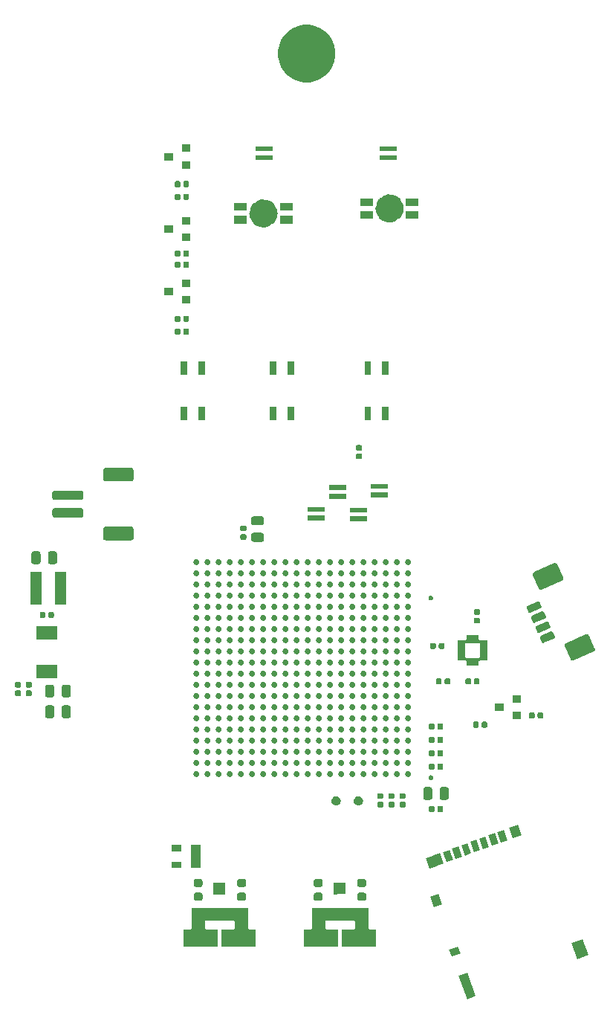
<source format=gbr>
G04 #@! TF.GenerationSoftware,KiCad,Pcbnew,(2018-02-05 revision d1a45d147)-makepkg*
G04 #@! TF.CreationDate,2019-11-12T11:54:18-08:00*
G04 #@! TF.ProjectId,lichen-badge,6C696368656E2D62616467652E6B6963,rev?*
G04 #@! TF.SameCoordinates,Original*
G04 #@! TF.FileFunction,Soldermask,Top*
G04 #@! TF.FilePolarity,Negative*
%FSLAX46Y46*%
G04 Gerber Fmt 4.6, Leading zero omitted, Abs format (unit mm)*
G04 Created by KiCad (PCBNEW (2018-02-05 revision d1a45d147)-makepkg) date 11/12/19 11:54:18*
%MOMM*%
%LPD*%
G01*
G04 APERTURE LIST*
%ADD10C,2.540000*%
%ADD11C,0.100000*%
G04 APERTURE END LIST*
D10*
X109880400Y-83312000D02*
G75*
G03X109880400Y-83312000I-355600J0D01*
G01*
X95504000Y-83870800D02*
G75*
G03X95504000Y-83870800I-355600J0D01*
G01*
D11*
G36*
X119346537Y-172977959D02*
X119346536Y-172977959D01*
X119346536Y-172977960D01*
X118359109Y-173337354D01*
X118359108Y-173337354D01*
X117384077Y-170658479D01*
X117384078Y-170658479D01*
X117384078Y-170658478D01*
X118371505Y-170299084D01*
X118371506Y-170299084D01*
X119346537Y-172977959D01*
X119346537Y-172977959D01*
G37*
G36*
X132173342Y-168309385D02*
X130904005Y-168771386D01*
X130236792Y-166938233D01*
X131506129Y-166476232D01*
X132173342Y-168309385D01*
X132173342Y-168309385D01*
G37*
G36*
X117585134Y-168138543D02*
X116597705Y-168497938D01*
X116306714Y-167698447D01*
X117294143Y-167339052D01*
X117585134Y-168138543D01*
X117585134Y-168138543D01*
G37*
G36*
X93395400Y-165250400D02*
X93397802Y-165274786D01*
X93404915Y-165298235D01*
X93416466Y-165319846D01*
X93432012Y-165338788D01*
X93450954Y-165354334D01*
X93472565Y-165365885D01*
X93496014Y-165372998D01*
X93520400Y-165375400D01*
X94292900Y-165375400D01*
X94292900Y-167326200D01*
X90397100Y-167326200D01*
X90397100Y-165375400D01*
X91744600Y-165375400D01*
X91768986Y-165372998D01*
X91792435Y-165365885D01*
X91814046Y-165354334D01*
X91832988Y-165338788D01*
X91848534Y-165319846D01*
X91860085Y-165298235D01*
X91867198Y-165274786D01*
X91869600Y-165250400D01*
X91869600Y-164531200D01*
X91867198Y-164506814D01*
X91860085Y-164483365D01*
X91848534Y-164461754D01*
X91832988Y-164442812D01*
X91814046Y-164427266D01*
X91792435Y-164415715D01*
X91768986Y-164408602D01*
X91744600Y-164406200D01*
X88595400Y-164406200D01*
X88571014Y-164408602D01*
X88547565Y-164415715D01*
X88525954Y-164427266D01*
X88507012Y-164442812D01*
X88491466Y-164461754D01*
X88479915Y-164483365D01*
X88472802Y-164506814D01*
X88470400Y-164531200D01*
X88470400Y-165250400D01*
X88472802Y-165274786D01*
X88479915Y-165298235D01*
X88491466Y-165319846D01*
X88507012Y-165338788D01*
X88525954Y-165354334D01*
X88547565Y-165365885D01*
X88571014Y-165372998D01*
X88595400Y-165375400D01*
X89942900Y-165375400D01*
X89942900Y-167326200D01*
X86047100Y-167326200D01*
X86047100Y-165375400D01*
X86819600Y-165375400D01*
X86843986Y-165372998D01*
X86867435Y-165365885D01*
X86889046Y-165354334D01*
X86907988Y-165338788D01*
X86923534Y-165319846D01*
X86935085Y-165298235D01*
X86942198Y-165274786D01*
X86944600Y-165250400D01*
X86944600Y-162975400D01*
X93395400Y-162975400D01*
X93395400Y-165250400D01*
X93395400Y-165250400D01*
G37*
G36*
X107111400Y-165250400D02*
X107113802Y-165274786D01*
X107120915Y-165298235D01*
X107132466Y-165319846D01*
X107148012Y-165338788D01*
X107166954Y-165354334D01*
X107188565Y-165365885D01*
X107212014Y-165372998D01*
X107236400Y-165375400D01*
X108008900Y-165375400D01*
X108008900Y-167326200D01*
X104113100Y-167326200D01*
X104113100Y-165375400D01*
X105460600Y-165375400D01*
X105484986Y-165372998D01*
X105508435Y-165365885D01*
X105530046Y-165354334D01*
X105548988Y-165338788D01*
X105564534Y-165319846D01*
X105576085Y-165298235D01*
X105583198Y-165274786D01*
X105585600Y-165250400D01*
X105585600Y-164531200D01*
X105583198Y-164506814D01*
X105576085Y-164483365D01*
X105564534Y-164461754D01*
X105548988Y-164442812D01*
X105530046Y-164427266D01*
X105508435Y-164415715D01*
X105484986Y-164408602D01*
X105460600Y-164406200D01*
X102311400Y-164406200D01*
X102287014Y-164408602D01*
X102263565Y-164415715D01*
X102241954Y-164427266D01*
X102223012Y-164442812D01*
X102207466Y-164461754D01*
X102195915Y-164483365D01*
X102188802Y-164506814D01*
X102186400Y-164531200D01*
X102186400Y-165250400D01*
X102188802Y-165274786D01*
X102195915Y-165298235D01*
X102207466Y-165319846D01*
X102223012Y-165338788D01*
X102241954Y-165354334D01*
X102263565Y-165365885D01*
X102287014Y-165372998D01*
X102311400Y-165375400D01*
X103658900Y-165375400D01*
X103658900Y-167326200D01*
X99763100Y-167326200D01*
X99763100Y-165375400D01*
X100535600Y-165375400D01*
X100559986Y-165372998D01*
X100583435Y-165365885D01*
X100605046Y-165354334D01*
X100623988Y-165338788D01*
X100639534Y-165319846D01*
X100651085Y-165298235D01*
X100658198Y-165274786D01*
X100660600Y-165250400D01*
X100660600Y-162975400D01*
X107111400Y-162975400D01*
X107111400Y-165250400D01*
X107111400Y-165250400D01*
G37*
G36*
X115533013Y-162500386D02*
X114545584Y-162859781D01*
X114117785Y-161684414D01*
X115105214Y-161325019D01*
X115533013Y-162500386D01*
X115533013Y-162500386D01*
G37*
G36*
X106653703Y-161212771D02*
X106699530Y-161226672D01*
X106741762Y-161249246D01*
X106778777Y-161279623D01*
X106809154Y-161316638D01*
X106831728Y-161358870D01*
X106845629Y-161404697D01*
X106850927Y-161458490D01*
X106850927Y-161883710D01*
X106845629Y-161937503D01*
X106831728Y-161983330D01*
X106809154Y-162025562D01*
X106778777Y-162062577D01*
X106741762Y-162092954D01*
X106699530Y-162115528D01*
X106653703Y-162129429D01*
X106599910Y-162134727D01*
X106099690Y-162134727D01*
X106045897Y-162129429D01*
X106000070Y-162115528D01*
X105957838Y-162092954D01*
X105920823Y-162062577D01*
X105890446Y-162025562D01*
X105867872Y-161983330D01*
X105853971Y-161937503D01*
X105848673Y-161883710D01*
X105848673Y-161458490D01*
X105853971Y-161404697D01*
X105867872Y-161358870D01*
X105890446Y-161316638D01*
X105920823Y-161279623D01*
X105957838Y-161249246D01*
X106000070Y-161226672D01*
X106045897Y-161212771D01*
X106099690Y-161207473D01*
X106599910Y-161207473D01*
X106653703Y-161212771D01*
X106653703Y-161212771D01*
G37*
G36*
X101700703Y-161212771D02*
X101746530Y-161226672D01*
X101788762Y-161249246D01*
X101825777Y-161279623D01*
X101856154Y-161316638D01*
X101878728Y-161358870D01*
X101892629Y-161404697D01*
X101897927Y-161458490D01*
X101897927Y-161883710D01*
X101892629Y-161937503D01*
X101878728Y-161983330D01*
X101856154Y-162025562D01*
X101825777Y-162062577D01*
X101788762Y-162092954D01*
X101746530Y-162115528D01*
X101700703Y-162129429D01*
X101646910Y-162134727D01*
X101146690Y-162134727D01*
X101092897Y-162129429D01*
X101047070Y-162115528D01*
X101004838Y-162092954D01*
X100967823Y-162062577D01*
X100937446Y-162025562D01*
X100914872Y-161983330D01*
X100900971Y-161937503D01*
X100895673Y-161883710D01*
X100895673Y-161458490D01*
X100900971Y-161404697D01*
X100914872Y-161358870D01*
X100937446Y-161316638D01*
X100967823Y-161279623D01*
X101004838Y-161249246D01*
X101047070Y-161226672D01*
X101092897Y-161212771D01*
X101146690Y-161207473D01*
X101646910Y-161207473D01*
X101700703Y-161212771D01*
X101700703Y-161212771D01*
G37*
G36*
X92963103Y-161212771D02*
X93008930Y-161226672D01*
X93051162Y-161249246D01*
X93088177Y-161279623D01*
X93118554Y-161316638D01*
X93141128Y-161358870D01*
X93155029Y-161404697D01*
X93160327Y-161458490D01*
X93160327Y-161883710D01*
X93155029Y-161937503D01*
X93141128Y-161983330D01*
X93118554Y-162025562D01*
X93088177Y-162062577D01*
X93051162Y-162092954D01*
X93008930Y-162115528D01*
X92963103Y-162129429D01*
X92909310Y-162134727D01*
X92409090Y-162134727D01*
X92355297Y-162129429D01*
X92309470Y-162115528D01*
X92267238Y-162092954D01*
X92230223Y-162062577D01*
X92199846Y-162025562D01*
X92177272Y-161983330D01*
X92163371Y-161937503D01*
X92158073Y-161883710D01*
X92158073Y-161458490D01*
X92163371Y-161404697D01*
X92177272Y-161358870D01*
X92199846Y-161316638D01*
X92230223Y-161279623D01*
X92267238Y-161249246D01*
X92309470Y-161226672D01*
X92355297Y-161212771D01*
X92409090Y-161207473D01*
X92909310Y-161207473D01*
X92963103Y-161212771D01*
X92963103Y-161212771D01*
G37*
G36*
X88010103Y-161212771D02*
X88055930Y-161226672D01*
X88098162Y-161249246D01*
X88135177Y-161279623D01*
X88165554Y-161316638D01*
X88188128Y-161358870D01*
X88202029Y-161404697D01*
X88207327Y-161458490D01*
X88207327Y-161883710D01*
X88202029Y-161937503D01*
X88188128Y-161983330D01*
X88165554Y-162025562D01*
X88135177Y-162062577D01*
X88098162Y-162092954D01*
X88055930Y-162115528D01*
X88010103Y-162129429D01*
X87956310Y-162134727D01*
X87456090Y-162134727D01*
X87402297Y-162129429D01*
X87356470Y-162115528D01*
X87314238Y-162092954D01*
X87277223Y-162062577D01*
X87246846Y-162025562D01*
X87224272Y-161983330D01*
X87210371Y-161937503D01*
X87205073Y-161883710D01*
X87205073Y-161458490D01*
X87210371Y-161404697D01*
X87224272Y-161358870D01*
X87246846Y-161316638D01*
X87277223Y-161279623D01*
X87314238Y-161249246D01*
X87356470Y-161226672D01*
X87402297Y-161212771D01*
X87456090Y-161207473D01*
X87956310Y-161207473D01*
X88010103Y-161212771D01*
X88010103Y-161212771D01*
G37*
G36*
X90766900Y-161399220D02*
X89896220Y-161399220D01*
X89871834Y-161401622D01*
X89848385Y-161408735D01*
X89828170Y-161419540D01*
X89420700Y-161419540D01*
X89420700Y-160113980D01*
X90766900Y-160113980D01*
X90766900Y-161399220D01*
X90766900Y-161399220D01*
G37*
G36*
X104482900Y-161373820D02*
X103612220Y-161373820D01*
X103587834Y-161376222D01*
X103564385Y-161383335D01*
X103544170Y-161394140D01*
X103136700Y-161394140D01*
X103136700Y-160088580D01*
X104482900Y-160088580D01*
X104482900Y-161373820D01*
X104482900Y-161373820D01*
G37*
G36*
X106653703Y-159637771D02*
X106699530Y-159651672D01*
X106741762Y-159674246D01*
X106778777Y-159704623D01*
X106809154Y-159741638D01*
X106831728Y-159783870D01*
X106845629Y-159829697D01*
X106850927Y-159883490D01*
X106850927Y-160308710D01*
X106845629Y-160362503D01*
X106831728Y-160408330D01*
X106809154Y-160450562D01*
X106778777Y-160487577D01*
X106741762Y-160517954D01*
X106699530Y-160540528D01*
X106653703Y-160554429D01*
X106599910Y-160559727D01*
X106099690Y-160559727D01*
X106045897Y-160554429D01*
X106000070Y-160540528D01*
X105957838Y-160517954D01*
X105920823Y-160487577D01*
X105890446Y-160450562D01*
X105867872Y-160408330D01*
X105853971Y-160362503D01*
X105848673Y-160308710D01*
X105848673Y-159883490D01*
X105853971Y-159829697D01*
X105867872Y-159783870D01*
X105890446Y-159741638D01*
X105920823Y-159704623D01*
X105957838Y-159674246D01*
X106000070Y-159651672D01*
X106045897Y-159637771D01*
X106099690Y-159632473D01*
X106599910Y-159632473D01*
X106653703Y-159637771D01*
X106653703Y-159637771D01*
G37*
G36*
X101700703Y-159637771D02*
X101746530Y-159651672D01*
X101788762Y-159674246D01*
X101825777Y-159704623D01*
X101856154Y-159741638D01*
X101878728Y-159783870D01*
X101892629Y-159829697D01*
X101897927Y-159883490D01*
X101897927Y-160308710D01*
X101892629Y-160362503D01*
X101878728Y-160408330D01*
X101856154Y-160450562D01*
X101825777Y-160487577D01*
X101788762Y-160517954D01*
X101746530Y-160540528D01*
X101700703Y-160554429D01*
X101646910Y-160559727D01*
X101146690Y-160559727D01*
X101092897Y-160554429D01*
X101047070Y-160540528D01*
X101004838Y-160517954D01*
X100967823Y-160487577D01*
X100937446Y-160450562D01*
X100914872Y-160408330D01*
X100900971Y-160362503D01*
X100895673Y-160308710D01*
X100895673Y-159883490D01*
X100900971Y-159829697D01*
X100914872Y-159783870D01*
X100937446Y-159741638D01*
X100967823Y-159704623D01*
X101004838Y-159674246D01*
X101047070Y-159651672D01*
X101092897Y-159637771D01*
X101146690Y-159632473D01*
X101646910Y-159632473D01*
X101700703Y-159637771D01*
X101700703Y-159637771D01*
G37*
G36*
X92963103Y-159637771D02*
X93008930Y-159651672D01*
X93051162Y-159674246D01*
X93088177Y-159704623D01*
X93118554Y-159741638D01*
X93141128Y-159783870D01*
X93155029Y-159829697D01*
X93160327Y-159883490D01*
X93160327Y-160308710D01*
X93155029Y-160362503D01*
X93141128Y-160408330D01*
X93118554Y-160450562D01*
X93088177Y-160487577D01*
X93051162Y-160517954D01*
X93008930Y-160540528D01*
X92963103Y-160554429D01*
X92909310Y-160559727D01*
X92409090Y-160559727D01*
X92355297Y-160554429D01*
X92309470Y-160540528D01*
X92267238Y-160517954D01*
X92230223Y-160487577D01*
X92199846Y-160450562D01*
X92177272Y-160408330D01*
X92163371Y-160362503D01*
X92158073Y-160308710D01*
X92158073Y-159883490D01*
X92163371Y-159829697D01*
X92177272Y-159783870D01*
X92199846Y-159741638D01*
X92230223Y-159704623D01*
X92267238Y-159674246D01*
X92309470Y-159651672D01*
X92355297Y-159637771D01*
X92409090Y-159632473D01*
X92909310Y-159632473D01*
X92963103Y-159637771D01*
X92963103Y-159637771D01*
G37*
G36*
X88010103Y-159637771D02*
X88055930Y-159651672D01*
X88098162Y-159674246D01*
X88135177Y-159704623D01*
X88165554Y-159741638D01*
X88188128Y-159783870D01*
X88202029Y-159829697D01*
X88207327Y-159883490D01*
X88207327Y-160308710D01*
X88202029Y-160362503D01*
X88188128Y-160408330D01*
X88165554Y-160450562D01*
X88135177Y-160487577D01*
X88098162Y-160517954D01*
X88055930Y-160540528D01*
X88010103Y-160554429D01*
X87956310Y-160559727D01*
X87456090Y-160559727D01*
X87402297Y-160554429D01*
X87356470Y-160540528D01*
X87314238Y-160517954D01*
X87277223Y-160487577D01*
X87246846Y-160450562D01*
X87224272Y-160408330D01*
X87210371Y-160362503D01*
X87205073Y-160308710D01*
X87205073Y-159883490D01*
X87210371Y-159829697D01*
X87224272Y-159783870D01*
X87246846Y-159741638D01*
X87277223Y-159704623D01*
X87314238Y-159674246D01*
X87356470Y-159651672D01*
X87402297Y-159637771D01*
X87456090Y-159632473D01*
X87956310Y-159632473D01*
X88010103Y-159637771D01*
X88010103Y-159637771D01*
G37*
G36*
X115706788Y-157861173D02*
X115001267Y-158117962D01*
X115001267Y-158117961D01*
X114883805Y-158160714D01*
X114814080Y-158186092D01*
X114108559Y-158442881D01*
X113680760Y-157267514D01*
X114386281Y-157010725D01*
X114386281Y-157010726D01*
X114503743Y-156967973D01*
X114573468Y-156942595D01*
X115278989Y-156685806D01*
X115706788Y-157861173D01*
X115706788Y-157861173D01*
G37*
G36*
X85790000Y-158399400D02*
X84679200Y-158399400D01*
X84679200Y-157698600D01*
X85790000Y-157698600D01*
X85790000Y-158399400D01*
X85790000Y-158399400D01*
G37*
G36*
X87990000Y-158399400D02*
X86879200Y-158399400D01*
X86879200Y-155798600D01*
X87990000Y-155798600D01*
X87990000Y-158399400D01*
X87990000Y-158399400D01*
G37*
G36*
X116740450Y-157484951D02*
X116034929Y-157741740D01*
X115607130Y-156566373D01*
X116312651Y-156309584D01*
X116740450Y-157484951D01*
X116740450Y-157484951D01*
G37*
G36*
X117774112Y-157108728D02*
X117068591Y-157365517D01*
X116640792Y-156190150D01*
X117346313Y-155933361D01*
X117774112Y-157108728D01*
X117774112Y-157108728D01*
G37*
G36*
X118807774Y-156732506D02*
X118102253Y-156989295D01*
X117674454Y-155813928D01*
X118379975Y-155557139D01*
X118807774Y-156732506D01*
X118807774Y-156732506D01*
G37*
G36*
X119841436Y-156356284D02*
X119135915Y-156613073D01*
X118708116Y-155437706D01*
X119413637Y-155180917D01*
X119841436Y-156356284D01*
X119841436Y-156356284D01*
G37*
G36*
X85790000Y-156499400D02*
X84679200Y-156499400D01*
X84679200Y-155798600D01*
X85790000Y-155798600D01*
X85790000Y-156499400D01*
X85790000Y-156499400D01*
G37*
G36*
X120875098Y-155980062D02*
X120169577Y-156236851D01*
X119741778Y-155061484D01*
X120447299Y-154804695D01*
X120875098Y-155980062D01*
X120875098Y-155980062D01*
G37*
G36*
X121908760Y-155603840D02*
X121203239Y-155860629D01*
X120775440Y-154685262D01*
X121480961Y-154428473D01*
X121908760Y-155603840D01*
X121908760Y-155603840D01*
G37*
G36*
X122942421Y-155227618D02*
X122236900Y-155484407D01*
X121809101Y-154309040D01*
X122514622Y-154052251D01*
X122942421Y-155227618D01*
X122942421Y-155227618D01*
G37*
G36*
X124539899Y-154646183D02*
X123552470Y-155005578D01*
X123124671Y-153830211D01*
X124112100Y-153470816D01*
X124539899Y-154646183D01*
X124539899Y-154646183D01*
G37*
G36*
X115474256Y-151346602D02*
X115506711Y-151356448D01*
X115506713Y-151356449D01*
X115536626Y-151372437D01*
X115562845Y-151393955D01*
X115584363Y-151420174D01*
X115586636Y-151424427D01*
X115600352Y-151450089D01*
X115610198Y-151482544D01*
X115614127Y-151522440D01*
X115614127Y-151855160D01*
X115610198Y-151895056D01*
X115600352Y-151927511D01*
X115600351Y-151927513D01*
X115584363Y-151957426D01*
X115562845Y-151983645D01*
X115536626Y-152005163D01*
X115506713Y-152021151D01*
X115506711Y-152021152D01*
X115474256Y-152030998D01*
X115434360Y-152034927D01*
X115151640Y-152034927D01*
X115111744Y-152030998D01*
X115079289Y-152021152D01*
X115079287Y-152021151D01*
X115049374Y-152005163D01*
X115023155Y-151983645D01*
X115001637Y-151957426D01*
X114985649Y-151927513D01*
X114985648Y-151927511D01*
X114975802Y-151895056D01*
X114971873Y-151855160D01*
X114971873Y-151522440D01*
X114975802Y-151482544D01*
X114985648Y-151450089D01*
X114999364Y-151424427D01*
X115001637Y-151420174D01*
X115023155Y-151393955D01*
X115049374Y-151372437D01*
X115079287Y-151356449D01*
X115079289Y-151356448D01*
X115111744Y-151346602D01*
X115151640Y-151342673D01*
X115434360Y-151342673D01*
X115474256Y-151346602D01*
X115474256Y-151346602D01*
G37*
G36*
X114504256Y-151346602D02*
X114536711Y-151356448D01*
X114536713Y-151356449D01*
X114566626Y-151372437D01*
X114592845Y-151393955D01*
X114614363Y-151420174D01*
X114616636Y-151424427D01*
X114630352Y-151450089D01*
X114640198Y-151482544D01*
X114644127Y-151522440D01*
X114644127Y-151855160D01*
X114640198Y-151895056D01*
X114630352Y-151927511D01*
X114630351Y-151927513D01*
X114614363Y-151957426D01*
X114592845Y-151983645D01*
X114566626Y-152005163D01*
X114536713Y-152021151D01*
X114536711Y-152021152D01*
X114504256Y-152030998D01*
X114464360Y-152034927D01*
X114181640Y-152034927D01*
X114141744Y-152030998D01*
X114109289Y-152021152D01*
X114109287Y-152021151D01*
X114079374Y-152005163D01*
X114053155Y-151983645D01*
X114031637Y-151957426D01*
X114015649Y-151927513D01*
X114015648Y-151927511D01*
X114005802Y-151895056D01*
X114001873Y-151855160D01*
X114001873Y-151522440D01*
X114005802Y-151482544D01*
X114015648Y-151450089D01*
X114029364Y-151424427D01*
X114031637Y-151420174D01*
X114053155Y-151393955D01*
X114079374Y-151372437D01*
X114109287Y-151356449D01*
X114109289Y-151356448D01*
X114141744Y-151346602D01*
X114181640Y-151342673D01*
X114464360Y-151342673D01*
X114504256Y-151346602D01*
X114504256Y-151346602D01*
G37*
G36*
X111204256Y-150863602D02*
X111236711Y-150873448D01*
X111236713Y-150873449D01*
X111266626Y-150889437D01*
X111266628Y-150889438D01*
X111266627Y-150889438D01*
X111292845Y-150910955D01*
X111314362Y-150937173D01*
X111330352Y-150967089D01*
X111340198Y-150999544D01*
X111344127Y-151039440D01*
X111344127Y-151322160D01*
X111340198Y-151362056D01*
X111330352Y-151394511D01*
X111330351Y-151394513D01*
X111314363Y-151424426D01*
X111292845Y-151450645D01*
X111266626Y-151472163D01*
X111236713Y-151488151D01*
X111236711Y-151488152D01*
X111204256Y-151497998D01*
X111164360Y-151501927D01*
X110831640Y-151501927D01*
X110791744Y-151497998D01*
X110759289Y-151488152D01*
X110759287Y-151488151D01*
X110729374Y-151472163D01*
X110703155Y-151450645D01*
X110681637Y-151424426D01*
X110665649Y-151394513D01*
X110665648Y-151394511D01*
X110655802Y-151362056D01*
X110651873Y-151322160D01*
X110651873Y-151039440D01*
X110655802Y-150999544D01*
X110665648Y-150967089D01*
X110681638Y-150937173D01*
X110703155Y-150910955D01*
X110729373Y-150889438D01*
X110729372Y-150889438D01*
X110729374Y-150889437D01*
X110759287Y-150873449D01*
X110759289Y-150873448D01*
X110791744Y-150863602D01*
X110831640Y-150859673D01*
X111164360Y-150859673D01*
X111204256Y-150863602D01*
X111204256Y-150863602D01*
G37*
G36*
X109934256Y-150863602D02*
X109966711Y-150873448D01*
X109966713Y-150873449D01*
X109996626Y-150889437D01*
X109996628Y-150889438D01*
X109996627Y-150889438D01*
X110022845Y-150910955D01*
X110044362Y-150937173D01*
X110060352Y-150967089D01*
X110070198Y-150999544D01*
X110074127Y-151039440D01*
X110074127Y-151322160D01*
X110070198Y-151362056D01*
X110060352Y-151394511D01*
X110060351Y-151394513D01*
X110044363Y-151424426D01*
X110022845Y-151450645D01*
X109996626Y-151472163D01*
X109966713Y-151488151D01*
X109966711Y-151488152D01*
X109934256Y-151497998D01*
X109894360Y-151501927D01*
X109561640Y-151501927D01*
X109521744Y-151497998D01*
X109489289Y-151488152D01*
X109489287Y-151488151D01*
X109459374Y-151472163D01*
X109433155Y-151450645D01*
X109411637Y-151424426D01*
X109395649Y-151394513D01*
X109395648Y-151394511D01*
X109385802Y-151362056D01*
X109381873Y-151322160D01*
X109381873Y-151039440D01*
X109385802Y-150999544D01*
X109395648Y-150967089D01*
X109411638Y-150937173D01*
X109433155Y-150910955D01*
X109459373Y-150889438D01*
X109459372Y-150889438D01*
X109459374Y-150889437D01*
X109489287Y-150873449D01*
X109489289Y-150873448D01*
X109521744Y-150863602D01*
X109561640Y-150859673D01*
X109894360Y-150859673D01*
X109934256Y-150863602D01*
X109934256Y-150863602D01*
G37*
G36*
X108664256Y-150863602D02*
X108696711Y-150873448D01*
X108696713Y-150873449D01*
X108726626Y-150889437D01*
X108726628Y-150889438D01*
X108726627Y-150889438D01*
X108752845Y-150910955D01*
X108774362Y-150937173D01*
X108790352Y-150967089D01*
X108800198Y-150999544D01*
X108804127Y-151039440D01*
X108804127Y-151322160D01*
X108800198Y-151362056D01*
X108790352Y-151394511D01*
X108790351Y-151394513D01*
X108774363Y-151424426D01*
X108752845Y-151450645D01*
X108726626Y-151472163D01*
X108696713Y-151488151D01*
X108696711Y-151488152D01*
X108664256Y-151497998D01*
X108624360Y-151501927D01*
X108291640Y-151501927D01*
X108251744Y-151497998D01*
X108219289Y-151488152D01*
X108219287Y-151488151D01*
X108189374Y-151472163D01*
X108163155Y-151450645D01*
X108141637Y-151424426D01*
X108125649Y-151394513D01*
X108125648Y-151394511D01*
X108115802Y-151362056D01*
X108111873Y-151322160D01*
X108111873Y-151039440D01*
X108115802Y-150999544D01*
X108125648Y-150967089D01*
X108141638Y-150937173D01*
X108163155Y-150910955D01*
X108189373Y-150889438D01*
X108189372Y-150889438D01*
X108189374Y-150889437D01*
X108219287Y-150873449D01*
X108219289Y-150873448D01*
X108251744Y-150863602D01*
X108291640Y-150859673D01*
X108624360Y-150859673D01*
X108664256Y-150863602D01*
X108664256Y-150863602D01*
G37*
G36*
X106122054Y-150243791D02*
X106217670Y-150283396D01*
X106303726Y-150340897D01*
X106376903Y-150414074D01*
X106434404Y-150500130D01*
X106474009Y-150595746D01*
X106494200Y-150697253D01*
X106494200Y-150800747D01*
X106474009Y-150902254D01*
X106434404Y-150997870D01*
X106376903Y-151083926D01*
X106303726Y-151157103D01*
X106217670Y-151214604D01*
X106122054Y-151254209D01*
X106020547Y-151274400D01*
X105917053Y-151274400D01*
X105815546Y-151254209D01*
X105719930Y-151214604D01*
X105633874Y-151157103D01*
X105560697Y-151083926D01*
X105503196Y-150997870D01*
X105463591Y-150902254D01*
X105443400Y-150800747D01*
X105443400Y-150697253D01*
X105463591Y-150595746D01*
X105503196Y-150500130D01*
X105560697Y-150414074D01*
X105633874Y-150340897D01*
X105719930Y-150283396D01*
X105815546Y-150243791D01*
X105917053Y-150223600D01*
X106020547Y-150223600D01*
X106122054Y-150243791D01*
X106122054Y-150243791D01*
G37*
G36*
X103582054Y-150243791D02*
X103677670Y-150283396D01*
X103763726Y-150340897D01*
X103836903Y-150414074D01*
X103894404Y-150500130D01*
X103934009Y-150595746D01*
X103954200Y-150697253D01*
X103954200Y-150800747D01*
X103934009Y-150902254D01*
X103894404Y-150997870D01*
X103836903Y-151083926D01*
X103763726Y-151157103D01*
X103677670Y-151214604D01*
X103582054Y-151254209D01*
X103480547Y-151274400D01*
X103377053Y-151274400D01*
X103275546Y-151254209D01*
X103179930Y-151214604D01*
X103093874Y-151157103D01*
X103020697Y-151083926D01*
X102963196Y-150997870D01*
X102923591Y-150902254D01*
X102903400Y-150800747D01*
X102903400Y-150697253D01*
X102923591Y-150595746D01*
X102963196Y-150500130D01*
X103020697Y-150414074D01*
X103093874Y-150340897D01*
X103179930Y-150283396D01*
X103275546Y-150243791D01*
X103377053Y-150223600D01*
X103480547Y-150223600D01*
X103582054Y-150243791D01*
X103582054Y-150243791D01*
G37*
G36*
X114166784Y-149190451D02*
X114217294Y-149205773D01*
X114263851Y-149230659D01*
X114304654Y-149264146D01*
X114338141Y-149304949D01*
X114363027Y-149351506D01*
X114378349Y-149402016D01*
X114384127Y-149460688D01*
X114384127Y-150360912D01*
X114378349Y-150419584D01*
X114363027Y-150470094D01*
X114338141Y-150516651D01*
X114304654Y-150557454D01*
X114263851Y-150590941D01*
X114217294Y-150615827D01*
X114166784Y-150631149D01*
X114108112Y-150636927D01*
X113632888Y-150636927D01*
X113574216Y-150631149D01*
X113523706Y-150615827D01*
X113477149Y-150590941D01*
X113436346Y-150557454D01*
X113402859Y-150516651D01*
X113377973Y-150470094D01*
X113362651Y-150419584D01*
X113356873Y-150360912D01*
X113356873Y-149460688D01*
X113362651Y-149402016D01*
X113377973Y-149351506D01*
X113402859Y-149304949D01*
X113436346Y-149264146D01*
X113477149Y-149230659D01*
X113523706Y-149205773D01*
X113574216Y-149190451D01*
X113632888Y-149184673D01*
X114108112Y-149184673D01*
X114166784Y-149190451D01*
X114166784Y-149190451D01*
G37*
G36*
X116041784Y-149190451D02*
X116092294Y-149205773D01*
X116138851Y-149230659D01*
X116179654Y-149264146D01*
X116213141Y-149304949D01*
X116238027Y-149351506D01*
X116253349Y-149402016D01*
X116259127Y-149460688D01*
X116259127Y-150360912D01*
X116253349Y-150419584D01*
X116238027Y-150470094D01*
X116213141Y-150516651D01*
X116179654Y-150557454D01*
X116138851Y-150590941D01*
X116092294Y-150615827D01*
X116041784Y-150631149D01*
X115983112Y-150636927D01*
X115507888Y-150636927D01*
X115449216Y-150631149D01*
X115398706Y-150615827D01*
X115352149Y-150590941D01*
X115311346Y-150557454D01*
X115277859Y-150516651D01*
X115252973Y-150470094D01*
X115237651Y-150419584D01*
X115231873Y-150360912D01*
X115231873Y-149460688D01*
X115237651Y-149402016D01*
X115252973Y-149351506D01*
X115277859Y-149304949D01*
X115311346Y-149264146D01*
X115352149Y-149230659D01*
X115398706Y-149205773D01*
X115449216Y-149190451D01*
X115507888Y-149184673D01*
X115983112Y-149184673D01*
X116041784Y-149190451D01*
X116041784Y-149190451D01*
G37*
G36*
X108664256Y-149893602D02*
X108696711Y-149903448D01*
X108696713Y-149903449D01*
X108726626Y-149919437D01*
X108726628Y-149919438D01*
X108726627Y-149919438D01*
X108752845Y-149940955D01*
X108774362Y-149967173D01*
X108790352Y-149997089D01*
X108800198Y-150029544D01*
X108804127Y-150069440D01*
X108804127Y-150352160D01*
X108800198Y-150392056D01*
X108790352Y-150424511D01*
X108790351Y-150424513D01*
X108774363Y-150454426D01*
X108752845Y-150480645D01*
X108726626Y-150502163D01*
X108699521Y-150516650D01*
X108696711Y-150518152D01*
X108664256Y-150527998D01*
X108624360Y-150531927D01*
X108291640Y-150531927D01*
X108251744Y-150527998D01*
X108219289Y-150518152D01*
X108216479Y-150516650D01*
X108189374Y-150502163D01*
X108163155Y-150480645D01*
X108141637Y-150454426D01*
X108125649Y-150424513D01*
X108125648Y-150424511D01*
X108115802Y-150392056D01*
X108111873Y-150352160D01*
X108111873Y-150069440D01*
X108115802Y-150029544D01*
X108125648Y-149997089D01*
X108141638Y-149967173D01*
X108163155Y-149940955D01*
X108189373Y-149919438D01*
X108189372Y-149919438D01*
X108189374Y-149919437D01*
X108219287Y-149903449D01*
X108219289Y-149903448D01*
X108251744Y-149893602D01*
X108291640Y-149889673D01*
X108624360Y-149889673D01*
X108664256Y-149893602D01*
X108664256Y-149893602D01*
G37*
G36*
X109934256Y-149893602D02*
X109966711Y-149903448D01*
X109966713Y-149903449D01*
X109996626Y-149919437D01*
X109996628Y-149919438D01*
X109996627Y-149919438D01*
X110022845Y-149940955D01*
X110044362Y-149967173D01*
X110060352Y-149997089D01*
X110070198Y-150029544D01*
X110074127Y-150069440D01*
X110074127Y-150352160D01*
X110070198Y-150392056D01*
X110060352Y-150424511D01*
X110060351Y-150424513D01*
X110044363Y-150454426D01*
X110022845Y-150480645D01*
X109996626Y-150502163D01*
X109969521Y-150516650D01*
X109966711Y-150518152D01*
X109934256Y-150527998D01*
X109894360Y-150531927D01*
X109561640Y-150531927D01*
X109521744Y-150527998D01*
X109489289Y-150518152D01*
X109486479Y-150516650D01*
X109459374Y-150502163D01*
X109433155Y-150480645D01*
X109411637Y-150454426D01*
X109395649Y-150424513D01*
X109395648Y-150424511D01*
X109385802Y-150392056D01*
X109381873Y-150352160D01*
X109381873Y-150069440D01*
X109385802Y-150029544D01*
X109395648Y-149997089D01*
X109411638Y-149967173D01*
X109433155Y-149940955D01*
X109459373Y-149919438D01*
X109459372Y-149919438D01*
X109459374Y-149919437D01*
X109489287Y-149903449D01*
X109489289Y-149903448D01*
X109521744Y-149893602D01*
X109561640Y-149889673D01*
X109894360Y-149889673D01*
X109934256Y-149893602D01*
X109934256Y-149893602D01*
G37*
G36*
X111204256Y-149893602D02*
X111236711Y-149903448D01*
X111236713Y-149903449D01*
X111266626Y-149919437D01*
X111266628Y-149919438D01*
X111266627Y-149919438D01*
X111292845Y-149940955D01*
X111314362Y-149967173D01*
X111330352Y-149997089D01*
X111340198Y-150029544D01*
X111344127Y-150069440D01*
X111344127Y-150352160D01*
X111340198Y-150392056D01*
X111330352Y-150424511D01*
X111330351Y-150424513D01*
X111314363Y-150454426D01*
X111292845Y-150480645D01*
X111266626Y-150502163D01*
X111239521Y-150516650D01*
X111236711Y-150518152D01*
X111204256Y-150527998D01*
X111164360Y-150531927D01*
X110831640Y-150531927D01*
X110791744Y-150527998D01*
X110759289Y-150518152D01*
X110756479Y-150516650D01*
X110729374Y-150502163D01*
X110703155Y-150480645D01*
X110681637Y-150454426D01*
X110665649Y-150424513D01*
X110665648Y-150424511D01*
X110655802Y-150392056D01*
X110651873Y-150352160D01*
X110651873Y-150069440D01*
X110655802Y-150029544D01*
X110665648Y-149997089D01*
X110681638Y-149967173D01*
X110703155Y-149940955D01*
X110729373Y-149919438D01*
X110729372Y-149919438D01*
X110729374Y-149919437D01*
X110759287Y-149903449D01*
X110759289Y-149903448D01*
X110791744Y-149893602D01*
X110831640Y-149889673D01*
X111164360Y-149889673D01*
X111204256Y-149893602D01*
X111204256Y-149893602D01*
G37*
G36*
X114260827Y-147839246D02*
X114300731Y-147847183D01*
X114350851Y-147867943D01*
X114395958Y-147898082D01*
X114434318Y-147936442D01*
X114464457Y-147981549D01*
X114485217Y-148031669D01*
X114495800Y-148084875D01*
X114495800Y-148139125D01*
X114485217Y-148192331D01*
X114464457Y-148242451D01*
X114434318Y-148287558D01*
X114395958Y-148325918D01*
X114350851Y-148356057D01*
X114300731Y-148376817D01*
X114260826Y-148384754D01*
X114247526Y-148387400D01*
X114193274Y-148387400D01*
X114179974Y-148384754D01*
X114140069Y-148376817D01*
X114089949Y-148356057D01*
X114044842Y-148325918D01*
X114006482Y-148287558D01*
X113976343Y-148242451D01*
X113955583Y-148192331D01*
X113945000Y-148139125D01*
X113945000Y-148084875D01*
X113955583Y-148031669D01*
X113976343Y-147981549D01*
X114006482Y-147936442D01*
X114044842Y-147898082D01*
X114089949Y-147867943D01*
X114140069Y-147847183D01*
X114179973Y-147839246D01*
X114193274Y-147836600D01*
X114247526Y-147836600D01*
X114260827Y-147839246D01*
X114260827Y-147839246D01*
G37*
G36*
X102837916Y-147388105D02*
X102877395Y-147404458D01*
X102897135Y-147412635D01*
X102950433Y-147448248D01*
X102995752Y-147493567D01*
X103031365Y-147546865D01*
X103031365Y-147546866D01*
X103055895Y-147606084D01*
X103068400Y-147668951D01*
X103068400Y-147733049D01*
X103055895Y-147795916D01*
X103039542Y-147835395D01*
X103031365Y-147855135D01*
X102995752Y-147908433D01*
X102950433Y-147953752D01*
X102897135Y-147989365D01*
X102877395Y-147997542D01*
X102837916Y-148013895D01*
X102775049Y-148026400D01*
X102710951Y-148026400D01*
X102648084Y-148013895D01*
X102608605Y-147997542D01*
X102588865Y-147989365D01*
X102535567Y-147953752D01*
X102490248Y-147908433D01*
X102454635Y-147855135D01*
X102446458Y-147835395D01*
X102430105Y-147795916D01*
X102417600Y-147733049D01*
X102417600Y-147668951D01*
X102430105Y-147606084D01*
X102454635Y-147546866D01*
X102454635Y-147546865D01*
X102490248Y-147493567D01*
X102535567Y-147448248D01*
X102588865Y-147412635D01*
X102608605Y-147404458D01*
X102648084Y-147388105D01*
X102710951Y-147375600D01*
X102775049Y-147375600D01*
X102837916Y-147388105D01*
X102837916Y-147388105D01*
G37*
G36*
X101567916Y-147388105D02*
X101607395Y-147404458D01*
X101627135Y-147412635D01*
X101680433Y-147448248D01*
X101725752Y-147493567D01*
X101761365Y-147546865D01*
X101761365Y-147546866D01*
X101785895Y-147606084D01*
X101798400Y-147668951D01*
X101798400Y-147733049D01*
X101785895Y-147795916D01*
X101769542Y-147835395D01*
X101761365Y-147855135D01*
X101725752Y-147908433D01*
X101680433Y-147953752D01*
X101627135Y-147989365D01*
X101607395Y-147997542D01*
X101567916Y-148013895D01*
X101505049Y-148026400D01*
X101440951Y-148026400D01*
X101378084Y-148013895D01*
X101338605Y-147997542D01*
X101318865Y-147989365D01*
X101265567Y-147953752D01*
X101220248Y-147908433D01*
X101184635Y-147855135D01*
X101176458Y-147835395D01*
X101160105Y-147795916D01*
X101147600Y-147733049D01*
X101147600Y-147668951D01*
X101160105Y-147606084D01*
X101184635Y-147546866D01*
X101184635Y-147546865D01*
X101220248Y-147493567D01*
X101265567Y-147448248D01*
X101318865Y-147412635D01*
X101338605Y-147404458D01*
X101378084Y-147388105D01*
X101440951Y-147375600D01*
X101505049Y-147375600D01*
X101567916Y-147388105D01*
X101567916Y-147388105D01*
G37*
G36*
X106647916Y-147388105D02*
X106687395Y-147404458D01*
X106707135Y-147412635D01*
X106760433Y-147448248D01*
X106805752Y-147493567D01*
X106841365Y-147546865D01*
X106841365Y-147546866D01*
X106865895Y-147606084D01*
X106878400Y-147668951D01*
X106878400Y-147733049D01*
X106865895Y-147795916D01*
X106849542Y-147835395D01*
X106841365Y-147855135D01*
X106805752Y-147908433D01*
X106760433Y-147953752D01*
X106707135Y-147989365D01*
X106687395Y-147997542D01*
X106647916Y-148013895D01*
X106585049Y-148026400D01*
X106520951Y-148026400D01*
X106458084Y-148013895D01*
X106418605Y-147997542D01*
X106398865Y-147989365D01*
X106345567Y-147953752D01*
X106300248Y-147908433D01*
X106264635Y-147855135D01*
X106256458Y-147835395D01*
X106240105Y-147795916D01*
X106227600Y-147733049D01*
X106227600Y-147668951D01*
X106240105Y-147606084D01*
X106264635Y-147546866D01*
X106264635Y-147546865D01*
X106300248Y-147493567D01*
X106345567Y-147448248D01*
X106398865Y-147412635D01*
X106418605Y-147404458D01*
X106458084Y-147388105D01*
X106520951Y-147375600D01*
X106585049Y-147375600D01*
X106647916Y-147388105D01*
X106647916Y-147388105D01*
G37*
G36*
X100297916Y-147388105D02*
X100337395Y-147404458D01*
X100357135Y-147412635D01*
X100410433Y-147448248D01*
X100455752Y-147493567D01*
X100491365Y-147546865D01*
X100491365Y-147546866D01*
X100515895Y-147606084D01*
X100528400Y-147668951D01*
X100528400Y-147733049D01*
X100515895Y-147795916D01*
X100499542Y-147835395D01*
X100491365Y-147855135D01*
X100455752Y-147908433D01*
X100410433Y-147953752D01*
X100357135Y-147989365D01*
X100337395Y-147997542D01*
X100297916Y-148013895D01*
X100235049Y-148026400D01*
X100170951Y-148026400D01*
X100108084Y-148013895D01*
X100068605Y-147997542D01*
X100048865Y-147989365D01*
X99995567Y-147953752D01*
X99950248Y-147908433D01*
X99914635Y-147855135D01*
X99906458Y-147835395D01*
X99890105Y-147795916D01*
X99877600Y-147733049D01*
X99877600Y-147668951D01*
X99890105Y-147606084D01*
X99914635Y-147546866D01*
X99914635Y-147546865D01*
X99950248Y-147493567D01*
X99995567Y-147448248D01*
X100048865Y-147412635D01*
X100068605Y-147404458D01*
X100108084Y-147388105D01*
X100170951Y-147375600D01*
X100235049Y-147375600D01*
X100297916Y-147388105D01*
X100297916Y-147388105D01*
G37*
G36*
X96487916Y-147388105D02*
X96527395Y-147404458D01*
X96547135Y-147412635D01*
X96600433Y-147448248D01*
X96645752Y-147493567D01*
X96681365Y-147546865D01*
X96681365Y-147546866D01*
X96705895Y-147606084D01*
X96718400Y-147668951D01*
X96718400Y-147733049D01*
X96705895Y-147795916D01*
X96689542Y-147835395D01*
X96681365Y-147855135D01*
X96645752Y-147908433D01*
X96600433Y-147953752D01*
X96547135Y-147989365D01*
X96527395Y-147997542D01*
X96487916Y-148013895D01*
X96425049Y-148026400D01*
X96360951Y-148026400D01*
X96298084Y-148013895D01*
X96258605Y-147997542D01*
X96238865Y-147989365D01*
X96185567Y-147953752D01*
X96140248Y-147908433D01*
X96104635Y-147855135D01*
X96096458Y-147835395D01*
X96080105Y-147795916D01*
X96067600Y-147733049D01*
X96067600Y-147668951D01*
X96080105Y-147606084D01*
X96104635Y-147546866D01*
X96104635Y-147546865D01*
X96140248Y-147493567D01*
X96185567Y-147448248D01*
X96238865Y-147412635D01*
X96258605Y-147404458D01*
X96298084Y-147388105D01*
X96360951Y-147375600D01*
X96425049Y-147375600D01*
X96487916Y-147388105D01*
X96487916Y-147388105D01*
G37*
G36*
X95217916Y-147388105D02*
X95257395Y-147404458D01*
X95277135Y-147412635D01*
X95330433Y-147448248D01*
X95375752Y-147493567D01*
X95411365Y-147546865D01*
X95411365Y-147546866D01*
X95435895Y-147606084D01*
X95448400Y-147668951D01*
X95448400Y-147733049D01*
X95435895Y-147795916D01*
X95419542Y-147835395D01*
X95411365Y-147855135D01*
X95375752Y-147908433D01*
X95330433Y-147953752D01*
X95277135Y-147989365D01*
X95257395Y-147997542D01*
X95217916Y-148013895D01*
X95155049Y-148026400D01*
X95090951Y-148026400D01*
X95028084Y-148013895D01*
X94988605Y-147997542D01*
X94968865Y-147989365D01*
X94915567Y-147953752D01*
X94870248Y-147908433D01*
X94834635Y-147855135D01*
X94826458Y-147835395D01*
X94810105Y-147795916D01*
X94797600Y-147733049D01*
X94797600Y-147668951D01*
X94810105Y-147606084D01*
X94834635Y-147546866D01*
X94834635Y-147546865D01*
X94870248Y-147493567D01*
X94915567Y-147448248D01*
X94968865Y-147412635D01*
X94988605Y-147404458D01*
X95028084Y-147388105D01*
X95090951Y-147375600D01*
X95155049Y-147375600D01*
X95217916Y-147388105D01*
X95217916Y-147388105D01*
G37*
G36*
X93947916Y-147388105D02*
X93987395Y-147404458D01*
X94007135Y-147412635D01*
X94060433Y-147448248D01*
X94105752Y-147493567D01*
X94141365Y-147546865D01*
X94141365Y-147546866D01*
X94165895Y-147606084D01*
X94178400Y-147668951D01*
X94178400Y-147733049D01*
X94165895Y-147795916D01*
X94149542Y-147835395D01*
X94141365Y-147855135D01*
X94105752Y-147908433D01*
X94060433Y-147953752D01*
X94007135Y-147989365D01*
X93987395Y-147997542D01*
X93947916Y-148013895D01*
X93885049Y-148026400D01*
X93820951Y-148026400D01*
X93758084Y-148013895D01*
X93718605Y-147997542D01*
X93698865Y-147989365D01*
X93645567Y-147953752D01*
X93600248Y-147908433D01*
X93564635Y-147855135D01*
X93556458Y-147835395D01*
X93540105Y-147795916D01*
X93527600Y-147733049D01*
X93527600Y-147668951D01*
X93540105Y-147606084D01*
X93564635Y-147546866D01*
X93564635Y-147546865D01*
X93600248Y-147493567D01*
X93645567Y-147448248D01*
X93698865Y-147412635D01*
X93718605Y-147404458D01*
X93758084Y-147388105D01*
X93820951Y-147375600D01*
X93885049Y-147375600D01*
X93947916Y-147388105D01*
X93947916Y-147388105D01*
G37*
G36*
X92677916Y-147388105D02*
X92717395Y-147404458D01*
X92737135Y-147412635D01*
X92790433Y-147448248D01*
X92835752Y-147493567D01*
X92871365Y-147546865D01*
X92871365Y-147546866D01*
X92895895Y-147606084D01*
X92908400Y-147668951D01*
X92908400Y-147733049D01*
X92895895Y-147795916D01*
X92879542Y-147835395D01*
X92871365Y-147855135D01*
X92835752Y-147908433D01*
X92790433Y-147953752D01*
X92737135Y-147989365D01*
X92717395Y-147997542D01*
X92677916Y-148013895D01*
X92615049Y-148026400D01*
X92550951Y-148026400D01*
X92488084Y-148013895D01*
X92448605Y-147997542D01*
X92428865Y-147989365D01*
X92375567Y-147953752D01*
X92330248Y-147908433D01*
X92294635Y-147855135D01*
X92286458Y-147835395D01*
X92270105Y-147795916D01*
X92257600Y-147733049D01*
X92257600Y-147668951D01*
X92270105Y-147606084D01*
X92294635Y-147546866D01*
X92294635Y-147546865D01*
X92330248Y-147493567D01*
X92375567Y-147448248D01*
X92428865Y-147412635D01*
X92448605Y-147404458D01*
X92488084Y-147388105D01*
X92550951Y-147375600D01*
X92615049Y-147375600D01*
X92677916Y-147388105D01*
X92677916Y-147388105D01*
G37*
G36*
X91407916Y-147388105D02*
X91447395Y-147404458D01*
X91467135Y-147412635D01*
X91520433Y-147448248D01*
X91565752Y-147493567D01*
X91601365Y-147546865D01*
X91601365Y-147546866D01*
X91625895Y-147606084D01*
X91638400Y-147668951D01*
X91638400Y-147733049D01*
X91625895Y-147795916D01*
X91609542Y-147835395D01*
X91601365Y-147855135D01*
X91565752Y-147908433D01*
X91520433Y-147953752D01*
X91467135Y-147989365D01*
X91447395Y-147997542D01*
X91407916Y-148013895D01*
X91345049Y-148026400D01*
X91280951Y-148026400D01*
X91218084Y-148013895D01*
X91178605Y-147997542D01*
X91158865Y-147989365D01*
X91105567Y-147953752D01*
X91060248Y-147908433D01*
X91024635Y-147855135D01*
X91016458Y-147835395D01*
X91000105Y-147795916D01*
X90987600Y-147733049D01*
X90987600Y-147668951D01*
X91000105Y-147606084D01*
X91024635Y-147546866D01*
X91024635Y-147546865D01*
X91060248Y-147493567D01*
X91105567Y-147448248D01*
X91158865Y-147412635D01*
X91178605Y-147404458D01*
X91218084Y-147388105D01*
X91280951Y-147375600D01*
X91345049Y-147375600D01*
X91407916Y-147388105D01*
X91407916Y-147388105D01*
G37*
G36*
X90137916Y-147388105D02*
X90177395Y-147404458D01*
X90197135Y-147412635D01*
X90250433Y-147448248D01*
X90295752Y-147493567D01*
X90331365Y-147546865D01*
X90331365Y-147546866D01*
X90355895Y-147606084D01*
X90368400Y-147668951D01*
X90368400Y-147733049D01*
X90355895Y-147795916D01*
X90339542Y-147835395D01*
X90331365Y-147855135D01*
X90295752Y-147908433D01*
X90250433Y-147953752D01*
X90197135Y-147989365D01*
X90177395Y-147997542D01*
X90137916Y-148013895D01*
X90075049Y-148026400D01*
X90010951Y-148026400D01*
X89948084Y-148013895D01*
X89908605Y-147997542D01*
X89888865Y-147989365D01*
X89835567Y-147953752D01*
X89790248Y-147908433D01*
X89754635Y-147855135D01*
X89746458Y-147835395D01*
X89730105Y-147795916D01*
X89717600Y-147733049D01*
X89717600Y-147668951D01*
X89730105Y-147606084D01*
X89754635Y-147546866D01*
X89754635Y-147546865D01*
X89790248Y-147493567D01*
X89835567Y-147448248D01*
X89888865Y-147412635D01*
X89908605Y-147404458D01*
X89948084Y-147388105D01*
X90010951Y-147375600D01*
X90075049Y-147375600D01*
X90137916Y-147388105D01*
X90137916Y-147388105D01*
G37*
G36*
X110457916Y-147388105D02*
X110497395Y-147404458D01*
X110517135Y-147412635D01*
X110570433Y-147448248D01*
X110615752Y-147493567D01*
X110651365Y-147546865D01*
X110651365Y-147546866D01*
X110675895Y-147606084D01*
X110688400Y-147668951D01*
X110688400Y-147733049D01*
X110675895Y-147795916D01*
X110659542Y-147835395D01*
X110651365Y-147855135D01*
X110615752Y-147908433D01*
X110570433Y-147953752D01*
X110517135Y-147989365D01*
X110497395Y-147997542D01*
X110457916Y-148013895D01*
X110395049Y-148026400D01*
X110330951Y-148026400D01*
X110268084Y-148013895D01*
X110228605Y-147997542D01*
X110208865Y-147989365D01*
X110155567Y-147953752D01*
X110110248Y-147908433D01*
X110074635Y-147855135D01*
X110066458Y-147835395D01*
X110050105Y-147795916D01*
X110037600Y-147733049D01*
X110037600Y-147668951D01*
X110050105Y-147606084D01*
X110074635Y-147546866D01*
X110074635Y-147546865D01*
X110110248Y-147493567D01*
X110155567Y-147448248D01*
X110208865Y-147412635D01*
X110228605Y-147404458D01*
X110268084Y-147388105D01*
X110330951Y-147375600D01*
X110395049Y-147375600D01*
X110457916Y-147388105D01*
X110457916Y-147388105D01*
G37*
G36*
X107917916Y-147388105D02*
X107957395Y-147404458D01*
X107977135Y-147412635D01*
X108030433Y-147448248D01*
X108075752Y-147493567D01*
X108111365Y-147546865D01*
X108111365Y-147546866D01*
X108135895Y-147606084D01*
X108148400Y-147668951D01*
X108148400Y-147733049D01*
X108135895Y-147795916D01*
X108119542Y-147835395D01*
X108111365Y-147855135D01*
X108075752Y-147908433D01*
X108030433Y-147953752D01*
X107977135Y-147989365D01*
X107957395Y-147997542D01*
X107917916Y-148013895D01*
X107855049Y-148026400D01*
X107790951Y-148026400D01*
X107728084Y-148013895D01*
X107688605Y-147997542D01*
X107668865Y-147989365D01*
X107615567Y-147953752D01*
X107570248Y-147908433D01*
X107534635Y-147855135D01*
X107526458Y-147835395D01*
X107510105Y-147795916D01*
X107497600Y-147733049D01*
X107497600Y-147668951D01*
X107510105Y-147606084D01*
X107534635Y-147546866D01*
X107534635Y-147546865D01*
X107570248Y-147493567D01*
X107615567Y-147448248D01*
X107668865Y-147412635D01*
X107688605Y-147404458D01*
X107728084Y-147388105D01*
X107790951Y-147375600D01*
X107855049Y-147375600D01*
X107917916Y-147388105D01*
X107917916Y-147388105D01*
G37*
G36*
X104107916Y-147388105D02*
X104147395Y-147404458D01*
X104167135Y-147412635D01*
X104220433Y-147448248D01*
X104265752Y-147493567D01*
X104301365Y-147546865D01*
X104301365Y-147546866D01*
X104325895Y-147606084D01*
X104338400Y-147668951D01*
X104338400Y-147733049D01*
X104325895Y-147795916D01*
X104309542Y-147835395D01*
X104301365Y-147855135D01*
X104265752Y-147908433D01*
X104220433Y-147953752D01*
X104167135Y-147989365D01*
X104147395Y-147997542D01*
X104107916Y-148013895D01*
X104045049Y-148026400D01*
X103980951Y-148026400D01*
X103918084Y-148013895D01*
X103878605Y-147997542D01*
X103858865Y-147989365D01*
X103805567Y-147953752D01*
X103760248Y-147908433D01*
X103724635Y-147855135D01*
X103716458Y-147835395D01*
X103700105Y-147795916D01*
X103687600Y-147733049D01*
X103687600Y-147668951D01*
X103700105Y-147606084D01*
X103724635Y-147546866D01*
X103724635Y-147546865D01*
X103760248Y-147493567D01*
X103805567Y-147448248D01*
X103858865Y-147412635D01*
X103878605Y-147404458D01*
X103918084Y-147388105D01*
X103980951Y-147375600D01*
X104045049Y-147375600D01*
X104107916Y-147388105D01*
X104107916Y-147388105D01*
G37*
G36*
X99027916Y-147388105D02*
X99067395Y-147404458D01*
X99087135Y-147412635D01*
X99140433Y-147448248D01*
X99185752Y-147493567D01*
X99221365Y-147546865D01*
X99221365Y-147546866D01*
X99245895Y-147606084D01*
X99258400Y-147668951D01*
X99258400Y-147733049D01*
X99245895Y-147795916D01*
X99229542Y-147835395D01*
X99221365Y-147855135D01*
X99185752Y-147908433D01*
X99140433Y-147953752D01*
X99087135Y-147989365D01*
X99067395Y-147997542D01*
X99027916Y-148013895D01*
X98965049Y-148026400D01*
X98900951Y-148026400D01*
X98838084Y-148013895D01*
X98798605Y-147997542D01*
X98778865Y-147989365D01*
X98725567Y-147953752D01*
X98680248Y-147908433D01*
X98644635Y-147855135D01*
X98636458Y-147835395D01*
X98620105Y-147795916D01*
X98607600Y-147733049D01*
X98607600Y-147668951D01*
X98620105Y-147606084D01*
X98644635Y-147546866D01*
X98644635Y-147546865D01*
X98680248Y-147493567D01*
X98725567Y-147448248D01*
X98778865Y-147412635D01*
X98798605Y-147404458D01*
X98838084Y-147388105D01*
X98900951Y-147375600D01*
X98965049Y-147375600D01*
X99027916Y-147388105D01*
X99027916Y-147388105D01*
G37*
G36*
X105377916Y-147388105D02*
X105417395Y-147404458D01*
X105437135Y-147412635D01*
X105490433Y-147448248D01*
X105535752Y-147493567D01*
X105571365Y-147546865D01*
X105571365Y-147546866D01*
X105595895Y-147606084D01*
X105608400Y-147668951D01*
X105608400Y-147733049D01*
X105595895Y-147795916D01*
X105579542Y-147835395D01*
X105571365Y-147855135D01*
X105535752Y-147908433D01*
X105490433Y-147953752D01*
X105437135Y-147989365D01*
X105417395Y-147997542D01*
X105377916Y-148013895D01*
X105315049Y-148026400D01*
X105250951Y-148026400D01*
X105188084Y-148013895D01*
X105148605Y-147997542D01*
X105128865Y-147989365D01*
X105075567Y-147953752D01*
X105030248Y-147908433D01*
X104994635Y-147855135D01*
X104986458Y-147835395D01*
X104970105Y-147795916D01*
X104957600Y-147733049D01*
X104957600Y-147668951D01*
X104970105Y-147606084D01*
X104994635Y-147546866D01*
X104994635Y-147546865D01*
X105030248Y-147493567D01*
X105075567Y-147448248D01*
X105128865Y-147412635D01*
X105148605Y-147404458D01*
X105188084Y-147388105D01*
X105250951Y-147375600D01*
X105315049Y-147375600D01*
X105377916Y-147388105D01*
X105377916Y-147388105D01*
G37*
G36*
X97757916Y-147388105D02*
X97797395Y-147404458D01*
X97817135Y-147412635D01*
X97870433Y-147448248D01*
X97915752Y-147493567D01*
X97951365Y-147546865D01*
X97951365Y-147546866D01*
X97975895Y-147606084D01*
X97988400Y-147668951D01*
X97988400Y-147733049D01*
X97975895Y-147795916D01*
X97959542Y-147835395D01*
X97951365Y-147855135D01*
X97915752Y-147908433D01*
X97870433Y-147953752D01*
X97817135Y-147989365D01*
X97797395Y-147997542D01*
X97757916Y-148013895D01*
X97695049Y-148026400D01*
X97630951Y-148026400D01*
X97568084Y-148013895D01*
X97528605Y-147997542D01*
X97508865Y-147989365D01*
X97455567Y-147953752D01*
X97410248Y-147908433D01*
X97374635Y-147855135D01*
X97366458Y-147835395D01*
X97350105Y-147795916D01*
X97337600Y-147733049D01*
X97337600Y-147668951D01*
X97350105Y-147606084D01*
X97374635Y-147546866D01*
X97374635Y-147546865D01*
X97410248Y-147493567D01*
X97455567Y-147448248D01*
X97508865Y-147412635D01*
X97528605Y-147404458D01*
X97568084Y-147388105D01*
X97630951Y-147375600D01*
X97695049Y-147375600D01*
X97757916Y-147388105D01*
X97757916Y-147388105D01*
G37*
G36*
X111727916Y-147388105D02*
X111767395Y-147404458D01*
X111787135Y-147412635D01*
X111840433Y-147448248D01*
X111885752Y-147493567D01*
X111921365Y-147546865D01*
X111921365Y-147546866D01*
X111945895Y-147606084D01*
X111958400Y-147668951D01*
X111958400Y-147733049D01*
X111945895Y-147795916D01*
X111929542Y-147835395D01*
X111921365Y-147855135D01*
X111885752Y-147908433D01*
X111840433Y-147953752D01*
X111787135Y-147989365D01*
X111767395Y-147997542D01*
X111727916Y-148013895D01*
X111665049Y-148026400D01*
X111600951Y-148026400D01*
X111538084Y-148013895D01*
X111498605Y-147997542D01*
X111478865Y-147989365D01*
X111425567Y-147953752D01*
X111380248Y-147908433D01*
X111344635Y-147855135D01*
X111336458Y-147835395D01*
X111320105Y-147795916D01*
X111307600Y-147733049D01*
X111307600Y-147668951D01*
X111320105Y-147606084D01*
X111344635Y-147546866D01*
X111344635Y-147546865D01*
X111380248Y-147493567D01*
X111425567Y-147448248D01*
X111478865Y-147412635D01*
X111498605Y-147404458D01*
X111538084Y-147388105D01*
X111600951Y-147375600D01*
X111665049Y-147375600D01*
X111727916Y-147388105D01*
X111727916Y-147388105D01*
G37*
G36*
X87597916Y-147388105D02*
X87637395Y-147404458D01*
X87657135Y-147412635D01*
X87710433Y-147448248D01*
X87755752Y-147493567D01*
X87791365Y-147546865D01*
X87791365Y-147546866D01*
X87815895Y-147606084D01*
X87828400Y-147668951D01*
X87828400Y-147733049D01*
X87815895Y-147795916D01*
X87799542Y-147835395D01*
X87791365Y-147855135D01*
X87755752Y-147908433D01*
X87710433Y-147953752D01*
X87657135Y-147989365D01*
X87637395Y-147997542D01*
X87597916Y-148013895D01*
X87535049Y-148026400D01*
X87470951Y-148026400D01*
X87408084Y-148013895D01*
X87368605Y-147997542D01*
X87348865Y-147989365D01*
X87295567Y-147953752D01*
X87250248Y-147908433D01*
X87214635Y-147855135D01*
X87206458Y-147835395D01*
X87190105Y-147795916D01*
X87177600Y-147733049D01*
X87177600Y-147668951D01*
X87190105Y-147606084D01*
X87214635Y-147546866D01*
X87214635Y-147546865D01*
X87250248Y-147493567D01*
X87295567Y-147448248D01*
X87348865Y-147412635D01*
X87368605Y-147404458D01*
X87408084Y-147388105D01*
X87470951Y-147375600D01*
X87535049Y-147375600D01*
X87597916Y-147388105D01*
X87597916Y-147388105D01*
G37*
G36*
X88867916Y-147388105D02*
X88907395Y-147404458D01*
X88927135Y-147412635D01*
X88980433Y-147448248D01*
X89025752Y-147493567D01*
X89061365Y-147546865D01*
X89061365Y-147546866D01*
X89085895Y-147606084D01*
X89098400Y-147668951D01*
X89098400Y-147733049D01*
X89085895Y-147795916D01*
X89069542Y-147835395D01*
X89061365Y-147855135D01*
X89025752Y-147908433D01*
X88980433Y-147953752D01*
X88927135Y-147989365D01*
X88907395Y-147997542D01*
X88867916Y-148013895D01*
X88805049Y-148026400D01*
X88740951Y-148026400D01*
X88678084Y-148013895D01*
X88638605Y-147997542D01*
X88618865Y-147989365D01*
X88565567Y-147953752D01*
X88520248Y-147908433D01*
X88484635Y-147855135D01*
X88476458Y-147835395D01*
X88460105Y-147795916D01*
X88447600Y-147733049D01*
X88447600Y-147668951D01*
X88460105Y-147606084D01*
X88484635Y-147546866D01*
X88484635Y-147546865D01*
X88520248Y-147493567D01*
X88565567Y-147448248D01*
X88618865Y-147412635D01*
X88638605Y-147404458D01*
X88678084Y-147388105D01*
X88740951Y-147375600D01*
X88805049Y-147375600D01*
X88867916Y-147388105D01*
X88867916Y-147388105D01*
G37*
G36*
X109187916Y-147388105D02*
X109227395Y-147404458D01*
X109247135Y-147412635D01*
X109300433Y-147448248D01*
X109345752Y-147493567D01*
X109381365Y-147546865D01*
X109381365Y-147546866D01*
X109405895Y-147606084D01*
X109418400Y-147668951D01*
X109418400Y-147733049D01*
X109405895Y-147795916D01*
X109389542Y-147835395D01*
X109381365Y-147855135D01*
X109345752Y-147908433D01*
X109300433Y-147953752D01*
X109247135Y-147989365D01*
X109227395Y-147997542D01*
X109187916Y-148013895D01*
X109125049Y-148026400D01*
X109060951Y-148026400D01*
X108998084Y-148013895D01*
X108958605Y-147997542D01*
X108938865Y-147989365D01*
X108885567Y-147953752D01*
X108840248Y-147908433D01*
X108804635Y-147855135D01*
X108796458Y-147835395D01*
X108780105Y-147795916D01*
X108767600Y-147733049D01*
X108767600Y-147668951D01*
X108780105Y-147606084D01*
X108804635Y-147546866D01*
X108804635Y-147546865D01*
X108840248Y-147493567D01*
X108885567Y-147448248D01*
X108938865Y-147412635D01*
X108958605Y-147404458D01*
X108998084Y-147388105D01*
X109060951Y-147375600D01*
X109125049Y-147375600D01*
X109187916Y-147388105D01*
X109187916Y-147388105D01*
G37*
G36*
X115474256Y-146520602D02*
X115506711Y-146530448D01*
X115506713Y-146530449D01*
X115536626Y-146546437D01*
X115536628Y-146546438D01*
X115536627Y-146546438D01*
X115562845Y-146567955D01*
X115584362Y-146594173D01*
X115600352Y-146624089D01*
X115610198Y-146656544D01*
X115614127Y-146696440D01*
X115614127Y-147029160D01*
X115610198Y-147069056D01*
X115600352Y-147101511D01*
X115600351Y-147101513D01*
X115584363Y-147131426D01*
X115562845Y-147157645D01*
X115536626Y-147179163D01*
X115506713Y-147195151D01*
X115506711Y-147195152D01*
X115474256Y-147204998D01*
X115434360Y-147208927D01*
X115151640Y-147208927D01*
X115111744Y-147204998D01*
X115079289Y-147195152D01*
X115079287Y-147195151D01*
X115049374Y-147179163D01*
X115023155Y-147157645D01*
X115001637Y-147131426D01*
X114985649Y-147101513D01*
X114985648Y-147101511D01*
X114975802Y-147069056D01*
X114971873Y-147029160D01*
X114971873Y-146696440D01*
X114975802Y-146656544D01*
X114985648Y-146624089D01*
X115001638Y-146594173D01*
X115023155Y-146567955D01*
X115049373Y-146546438D01*
X115049372Y-146546438D01*
X115049374Y-146546437D01*
X115079287Y-146530449D01*
X115079289Y-146530448D01*
X115111744Y-146520602D01*
X115151640Y-146516673D01*
X115434360Y-146516673D01*
X115474256Y-146520602D01*
X115474256Y-146520602D01*
G37*
G36*
X114504256Y-146520602D02*
X114536711Y-146530448D01*
X114536713Y-146530449D01*
X114566626Y-146546437D01*
X114566628Y-146546438D01*
X114566627Y-146546438D01*
X114592845Y-146567955D01*
X114614362Y-146594173D01*
X114630352Y-146624089D01*
X114640198Y-146656544D01*
X114644127Y-146696440D01*
X114644127Y-147029160D01*
X114640198Y-147069056D01*
X114630352Y-147101511D01*
X114630351Y-147101513D01*
X114614363Y-147131426D01*
X114592845Y-147157645D01*
X114566626Y-147179163D01*
X114536713Y-147195151D01*
X114536711Y-147195152D01*
X114504256Y-147204998D01*
X114464360Y-147208927D01*
X114181640Y-147208927D01*
X114141744Y-147204998D01*
X114109289Y-147195152D01*
X114109287Y-147195151D01*
X114079374Y-147179163D01*
X114053155Y-147157645D01*
X114031637Y-147131426D01*
X114015649Y-147101513D01*
X114015648Y-147101511D01*
X114005802Y-147069056D01*
X114001873Y-147029160D01*
X114001873Y-146696440D01*
X114005802Y-146656544D01*
X114015648Y-146624089D01*
X114031638Y-146594173D01*
X114053155Y-146567955D01*
X114079373Y-146546438D01*
X114079372Y-146546438D01*
X114079374Y-146546437D01*
X114109287Y-146530449D01*
X114109289Y-146530448D01*
X114141744Y-146520602D01*
X114181640Y-146516673D01*
X114464360Y-146516673D01*
X114504256Y-146520602D01*
X114504256Y-146520602D01*
G37*
G36*
X88867916Y-146118105D02*
X88907395Y-146134458D01*
X88927135Y-146142635D01*
X88980433Y-146178248D01*
X89025752Y-146223567D01*
X89061365Y-146276865D01*
X89061365Y-146276866D01*
X89085895Y-146336084D01*
X89098400Y-146398951D01*
X89098400Y-146463049D01*
X89085895Y-146525916D01*
X89077394Y-146546438D01*
X89061365Y-146585135D01*
X89025752Y-146638433D01*
X88980433Y-146683752D01*
X88927135Y-146719365D01*
X88907395Y-146727542D01*
X88867916Y-146743895D01*
X88805049Y-146756400D01*
X88740951Y-146756400D01*
X88678084Y-146743895D01*
X88638605Y-146727542D01*
X88618865Y-146719365D01*
X88565567Y-146683752D01*
X88520248Y-146638433D01*
X88484635Y-146585135D01*
X88468606Y-146546438D01*
X88460105Y-146525916D01*
X88447600Y-146463049D01*
X88447600Y-146398951D01*
X88460105Y-146336084D01*
X88484635Y-146276866D01*
X88484635Y-146276865D01*
X88520248Y-146223567D01*
X88565567Y-146178248D01*
X88618865Y-146142635D01*
X88638605Y-146134458D01*
X88678084Y-146118105D01*
X88740951Y-146105600D01*
X88805049Y-146105600D01*
X88867916Y-146118105D01*
X88867916Y-146118105D01*
G37*
G36*
X92677916Y-146118105D02*
X92717395Y-146134458D01*
X92737135Y-146142635D01*
X92790433Y-146178248D01*
X92835752Y-146223567D01*
X92871365Y-146276865D01*
X92871365Y-146276866D01*
X92895895Y-146336084D01*
X92908400Y-146398951D01*
X92908400Y-146463049D01*
X92895895Y-146525916D01*
X92887394Y-146546438D01*
X92871365Y-146585135D01*
X92835752Y-146638433D01*
X92790433Y-146683752D01*
X92737135Y-146719365D01*
X92717395Y-146727542D01*
X92677916Y-146743895D01*
X92615049Y-146756400D01*
X92550951Y-146756400D01*
X92488084Y-146743895D01*
X92448605Y-146727542D01*
X92428865Y-146719365D01*
X92375567Y-146683752D01*
X92330248Y-146638433D01*
X92294635Y-146585135D01*
X92278606Y-146546438D01*
X92270105Y-146525916D01*
X92257600Y-146463049D01*
X92257600Y-146398951D01*
X92270105Y-146336084D01*
X92294635Y-146276866D01*
X92294635Y-146276865D01*
X92330248Y-146223567D01*
X92375567Y-146178248D01*
X92428865Y-146142635D01*
X92448605Y-146134458D01*
X92488084Y-146118105D01*
X92550951Y-146105600D01*
X92615049Y-146105600D01*
X92677916Y-146118105D01*
X92677916Y-146118105D01*
G37*
G36*
X93947916Y-146118105D02*
X93987395Y-146134458D01*
X94007135Y-146142635D01*
X94060433Y-146178248D01*
X94105752Y-146223567D01*
X94141365Y-146276865D01*
X94141365Y-146276866D01*
X94165895Y-146336084D01*
X94178400Y-146398951D01*
X94178400Y-146463049D01*
X94165895Y-146525916D01*
X94157394Y-146546438D01*
X94141365Y-146585135D01*
X94105752Y-146638433D01*
X94060433Y-146683752D01*
X94007135Y-146719365D01*
X93987395Y-146727542D01*
X93947916Y-146743895D01*
X93885049Y-146756400D01*
X93820951Y-146756400D01*
X93758084Y-146743895D01*
X93718605Y-146727542D01*
X93698865Y-146719365D01*
X93645567Y-146683752D01*
X93600248Y-146638433D01*
X93564635Y-146585135D01*
X93548606Y-146546438D01*
X93540105Y-146525916D01*
X93527600Y-146463049D01*
X93527600Y-146398951D01*
X93540105Y-146336084D01*
X93564635Y-146276866D01*
X93564635Y-146276865D01*
X93600248Y-146223567D01*
X93645567Y-146178248D01*
X93698865Y-146142635D01*
X93718605Y-146134458D01*
X93758084Y-146118105D01*
X93820951Y-146105600D01*
X93885049Y-146105600D01*
X93947916Y-146118105D01*
X93947916Y-146118105D01*
G37*
G36*
X95217916Y-146118105D02*
X95257395Y-146134458D01*
X95277135Y-146142635D01*
X95330433Y-146178248D01*
X95375752Y-146223567D01*
X95411365Y-146276865D01*
X95411365Y-146276866D01*
X95435895Y-146336084D01*
X95448400Y-146398951D01*
X95448400Y-146463049D01*
X95435895Y-146525916D01*
X95427394Y-146546438D01*
X95411365Y-146585135D01*
X95375752Y-146638433D01*
X95330433Y-146683752D01*
X95277135Y-146719365D01*
X95257395Y-146727542D01*
X95217916Y-146743895D01*
X95155049Y-146756400D01*
X95090951Y-146756400D01*
X95028084Y-146743895D01*
X94988605Y-146727542D01*
X94968865Y-146719365D01*
X94915567Y-146683752D01*
X94870248Y-146638433D01*
X94834635Y-146585135D01*
X94818606Y-146546438D01*
X94810105Y-146525916D01*
X94797600Y-146463049D01*
X94797600Y-146398951D01*
X94810105Y-146336084D01*
X94834635Y-146276866D01*
X94834635Y-146276865D01*
X94870248Y-146223567D01*
X94915567Y-146178248D01*
X94968865Y-146142635D01*
X94988605Y-146134458D01*
X95028084Y-146118105D01*
X95090951Y-146105600D01*
X95155049Y-146105600D01*
X95217916Y-146118105D01*
X95217916Y-146118105D01*
G37*
G36*
X96487916Y-146118105D02*
X96527395Y-146134458D01*
X96547135Y-146142635D01*
X96600433Y-146178248D01*
X96645752Y-146223567D01*
X96681365Y-146276865D01*
X96681365Y-146276866D01*
X96705895Y-146336084D01*
X96718400Y-146398951D01*
X96718400Y-146463049D01*
X96705895Y-146525916D01*
X96697394Y-146546438D01*
X96681365Y-146585135D01*
X96645752Y-146638433D01*
X96600433Y-146683752D01*
X96547135Y-146719365D01*
X96527395Y-146727542D01*
X96487916Y-146743895D01*
X96425049Y-146756400D01*
X96360951Y-146756400D01*
X96298084Y-146743895D01*
X96258605Y-146727542D01*
X96238865Y-146719365D01*
X96185567Y-146683752D01*
X96140248Y-146638433D01*
X96104635Y-146585135D01*
X96088606Y-146546438D01*
X96080105Y-146525916D01*
X96067600Y-146463049D01*
X96067600Y-146398951D01*
X96080105Y-146336084D01*
X96104635Y-146276866D01*
X96104635Y-146276865D01*
X96140248Y-146223567D01*
X96185567Y-146178248D01*
X96238865Y-146142635D01*
X96258605Y-146134458D01*
X96298084Y-146118105D01*
X96360951Y-146105600D01*
X96425049Y-146105600D01*
X96487916Y-146118105D01*
X96487916Y-146118105D01*
G37*
G36*
X111727916Y-146118105D02*
X111767395Y-146134458D01*
X111787135Y-146142635D01*
X111840433Y-146178248D01*
X111885752Y-146223567D01*
X111921365Y-146276865D01*
X111921365Y-146276866D01*
X111945895Y-146336084D01*
X111958400Y-146398951D01*
X111958400Y-146463049D01*
X111945895Y-146525916D01*
X111937394Y-146546438D01*
X111921365Y-146585135D01*
X111885752Y-146638433D01*
X111840433Y-146683752D01*
X111787135Y-146719365D01*
X111767395Y-146727542D01*
X111727916Y-146743895D01*
X111665049Y-146756400D01*
X111600951Y-146756400D01*
X111538084Y-146743895D01*
X111498605Y-146727542D01*
X111478865Y-146719365D01*
X111425567Y-146683752D01*
X111380248Y-146638433D01*
X111344635Y-146585135D01*
X111328606Y-146546438D01*
X111320105Y-146525916D01*
X111307600Y-146463049D01*
X111307600Y-146398951D01*
X111320105Y-146336084D01*
X111344635Y-146276866D01*
X111344635Y-146276865D01*
X111380248Y-146223567D01*
X111425567Y-146178248D01*
X111478865Y-146142635D01*
X111498605Y-146134458D01*
X111538084Y-146118105D01*
X111600951Y-146105600D01*
X111665049Y-146105600D01*
X111727916Y-146118105D01*
X111727916Y-146118105D01*
G37*
G36*
X110457916Y-146118105D02*
X110497395Y-146134458D01*
X110517135Y-146142635D01*
X110570433Y-146178248D01*
X110615752Y-146223567D01*
X110651365Y-146276865D01*
X110651365Y-146276866D01*
X110675895Y-146336084D01*
X110688400Y-146398951D01*
X110688400Y-146463049D01*
X110675895Y-146525916D01*
X110667394Y-146546438D01*
X110651365Y-146585135D01*
X110615752Y-146638433D01*
X110570433Y-146683752D01*
X110517135Y-146719365D01*
X110497395Y-146727542D01*
X110457916Y-146743895D01*
X110395049Y-146756400D01*
X110330951Y-146756400D01*
X110268084Y-146743895D01*
X110228605Y-146727542D01*
X110208865Y-146719365D01*
X110155567Y-146683752D01*
X110110248Y-146638433D01*
X110074635Y-146585135D01*
X110058606Y-146546438D01*
X110050105Y-146525916D01*
X110037600Y-146463049D01*
X110037600Y-146398951D01*
X110050105Y-146336084D01*
X110074635Y-146276866D01*
X110074635Y-146276865D01*
X110110248Y-146223567D01*
X110155567Y-146178248D01*
X110208865Y-146142635D01*
X110228605Y-146134458D01*
X110268084Y-146118105D01*
X110330951Y-146105600D01*
X110395049Y-146105600D01*
X110457916Y-146118105D01*
X110457916Y-146118105D01*
G37*
G36*
X91407916Y-146118105D02*
X91447395Y-146134458D01*
X91467135Y-146142635D01*
X91520433Y-146178248D01*
X91565752Y-146223567D01*
X91601365Y-146276865D01*
X91601365Y-146276866D01*
X91625895Y-146336084D01*
X91638400Y-146398951D01*
X91638400Y-146463049D01*
X91625895Y-146525916D01*
X91617394Y-146546438D01*
X91601365Y-146585135D01*
X91565752Y-146638433D01*
X91520433Y-146683752D01*
X91467135Y-146719365D01*
X91447395Y-146727542D01*
X91407916Y-146743895D01*
X91345049Y-146756400D01*
X91280951Y-146756400D01*
X91218084Y-146743895D01*
X91178605Y-146727542D01*
X91158865Y-146719365D01*
X91105567Y-146683752D01*
X91060248Y-146638433D01*
X91024635Y-146585135D01*
X91008606Y-146546438D01*
X91000105Y-146525916D01*
X90987600Y-146463049D01*
X90987600Y-146398951D01*
X91000105Y-146336084D01*
X91024635Y-146276866D01*
X91024635Y-146276865D01*
X91060248Y-146223567D01*
X91105567Y-146178248D01*
X91158865Y-146142635D01*
X91178605Y-146134458D01*
X91218084Y-146118105D01*
X91280951Y-146105600D01*
X91345049Y-146105600D01*
X91407916Y-146118105D01*
X91407916Y-146118105D01*
G37*
G36*
X107917916Y-146118105D02*
X107957395Y-146134458D01*
X107977135Y-146142635D01*
X108030433Y-146178248D01*
X108075752Y-146223567D01*
X108111365Y-146276865D01*
X108111365Y-146276866D01*
X108135895Y-146336084D01*
X108148400Y-146398951D01*
X108148400Y-146463049D01*
X108135895Y-146525916D01*
X108127394Y-146546438D01*
X108111365Y-146585135D01*
X108075752Y-146638433D01*
X108030433Y-146683752D01*
X107977135Y-146719365D01*
X107957395Y-146727542D01*
X107917916Y-146743895D01*
X107855049Y-146756400D01*
X107790951Y-146756400D01*
X107728084Y-146743895D01*
X107688605Y-146727542D01*
X107668865Y-146719365D01*
X107615567Y-146683752D01*
X107570248Y-146638433D01*
X107534635Y-146585135D01*
X107518606Y-146546438D01*
X107510105Y-146525916D01*
X107497600Y-146463049D01*
X107497600Y-146398951D01*
X107510105Y-146336084D01*
X107534635Y-146276866D01*
X107534635Y-146276865D01*
X107570248Y-146223567D01*
X107615567Y-146178248D01*
X107668865Y-146142635D01*
X107688605Y-146134458D01*
X107728084Y-146118105D01*
X107790951Y-146105600D01*
X107855049Y-146105600D01*
X107917916Y-146118105D01*
X107917916Y-146118105D01*
G37*
G36*
X99027916Y-146118105D02*
X99067395Y-146134458D01*
X99087135Y-146142635D01*
X99140433Y-146178248D01*
X99185752Y-146223567D01*
X99221365Y-146276865D01*
X99221365Y-146276866D01*
X99245895Y-146336084D01*
X99258400Y-146398951D01*
X99258400Y-146463049D01*
X99245895Y-146525916D01*
X99237394Y-146546438D01*
X99221365Y-146585135D01*
X99185752Y-146638433D01*
X99140433Y-146683752D01*
X99087135Y-146719365D01*
X99067395Y-146727542D01*
X99027916Y-146743895D01*
X98965049Y-146756400D01*
X98900951Y-146756400D01*
X98838084Y-146743895D01*
X98798605Y-146727542D01*
X98778865Y-146719365D01*
X98725567Y-146683752D01*
X98680248Y-146638433D01*
X98644635Y-146585135D01*
X98628606Y-146546438D01*
X98620105Y-146525916D01*
X98607600Y-146463049D01*
X98607600Y-146398951D01*
X98620105Y-146336084D01*
X98644635Y-146276866D01*
X98644635Y-146276865D01*
X98680248Y-146223567D01*
X98725567Y-146178248D01*
X98778865Y-146142635D01*
X98798605Y-146134458D01*
X98838084Y-146118105D01*
X98900951Y-146105600D01*
X98965049Y-146105600D01*
X99027916Y-146118105D01*
X99027916Y-146118105D01*
G37*
G36*
X105377916Y-146118105D02*
X105417395Y-146134458D01*
X105437135Y-146142635D01*
X105490433Y-146178248D01*
X105535752Y-146223567D01*
X105571365Y-146276865D01*
X105571365Y-146276866D01*
X105595895Y-146336084D01*
X105608400Y-146398951D01*
X105608400Y-146463049D01*
X105595895Y-146525916D01*
X105587394Y-146546438D01*
X105571365Y-146585135D01*
X105535752Y-146638433D01*
X105490433Y-146683752D01*
X105437135Y-146719365D01*
X105417395Y-146727542D01*
X105377916Y-146743895D01*
X105315049Y-146756400D01*
X105250951Y-146756400D01*
X105188084Y-146743895D01*
X105148605Y-146727542D01*
X105128865Y-146719365D01*
X105075567Y-146683752D01*
X105030248Y-146638433D01*
X104994635Y-146585135D01*
X104978606Y-146546438D01*
X104970105Y-146525916D01*
X104957600Y-146463049D01*
X104957600Y-146398951D01*
X104970105Y-146336084D01*
X104994635Y-146276866D01*
X104994635Y-146276865D01*
X105030248Y-146223567D01*
X105075567Y-146178248D01*
X105128865Y-146142635D01*
X105148605Y-146134458D01*
X105188084Y-146118105D01*
X105250951Y-146105600D01*
X105315049Y-146105600D01*
X105377916Y-146118105D01*
X105377916Y-146118105D01*
G37*
G36*
X104107916Y-146118105D02*
X104147395Y-146134458D01*
X104167135Y-146142635D01*
X104220433Y-146178248D01*
X104265752Y-146223567D01*
X104301365Y-146276865D01*
X104301365Y-146276866D01*
X104325895Y-146336084D01*
X104338400Y-146398951D01*
X104338400Y-146463049D01*
X104325895Y-146525916D01*
X104317394Y-146546438D01*
X104301365Y-146585135D01*
X104265752Y-146638433D01*
X104220433Y-146683752D01*
X104167135Y-146719365D01*
X104147395Y-146727542D01*
X104107916Y-146743895D01*
X104045049Y-146756400D01*
X103980951Y-146756400D01*
X103918084Y-146743895D01*
X103878605Y-146727542D01*
X103858865Y-146719365D01*
X103805567Y-146683752D01*
X103760248Y-146638433D01*
X103724635Y-146585135D01*
X103708606Y-146546438D01*
X103700105Y-146525916D01*
X103687600Y-146463049D01*
X103687600Y-146398951D01*
X103700105Y-146336084D01*
X103724635Y-146276866D01*
X103724635Y-146276865D01*
X103760248Y-146223567D01*
X103805567Y-146178248D01*
X103858865Y-146142635D01*
X103878605Y-146134458D01*
X103918084Y-146118105D01*
X103980951Y-146105600D01*
X104045049Y-146105600D01*
X104107916Y-146118105D01*
X104107916Y-146118105D01*
G37*
G36*
X109187916Y-146118105D02*
X109227395Y-146134458D01*
X109247135Y-146142635D01*
X109300433Y-146178248D01*
X109345752Y-146223567D01*
X109381365Y-146276865D01*
X109381365Y-146276866D01*
X109405895Y-146336084D01*
X109418400Y-146398951D01*
X109418400Y-146463049D01*
X109405895Y-146525916D01*
X109397394Y-146546438D01*
X109381365Y-146585135D01*
X109345752Y-146638433D01*
X109300433Y-146683752D01*
X109247135Y-146719365D01*
X109227395Y-146727542D01*
X109187916Y-146743895D01*
X109125049Y-146756400D01*
X109060951Y-146756400D01*
X108998084Y-146743895D01*
X108958605Y-146727542D01*
X108938865Y-146719365D01*
X108885567Y-146683752D01*
X108840248Y-146638433D01*
X108804635Y-146585135D01*
X108788606Y-146546438D01*
X108780105Y-146525916D01*
X108767600Y-146463049D01*
X108767600Y-146398951D01*
X108780105Y-146336084D01*
X108804635Y-146276866D01*
X108804635Y-146276865D01*
X108840248Y-146223567D01*
X108885567Y-146178248D01*
X108938865Y-146142635D01*
X108958605Y-146134458D01*
X108998084Y-146118105D01*
X109060951Y-146105600D01*
X109125049Y-146105600D01*
X109187916Y-146118105D01*
X109187916Y-146118105D01*
G37*
G36*
X97757916Y-146118105D02*
X97797395Y-146134458D01*
X97817135Y-146142635D01*
X97870433Y-146178248D01*
X97915752Y-146223567D01*
X97951365Y-146276865D01*
X97951365Y-146276866D01*
X97975895Y-146336084D01*
X97988400Y-146398951D01*
X97988400Y-146463049D01*
X97975895Y-146525916D01*
X97967394Y-146546438D01*
X97951365Y-146585135D01*
X97915752Y-146638433D01*
X97870433Y-146683752D01*
X97817135Y-146719365D01*
X97797395Y-146727542D01*
X97757916Y-146743895D01*
X97695049Y-146756400D01*
X97630951Y-146756400D01*
X97568084Y-146743895D01*
X97528605Y-146727542D01*
X97508865Y-146719365D01*
X97455567Y-146683752D01*
X97410248Y-146638433D01*
X97374635Y-146585135D01*
X97358606Y-146546438D01*
X97350105Y-146525916D01*
X97337600Y-146463049D01*
X97337600Y-146398951D01*
X97350105Y-146336084D01*
X97374635Y-146276866D01*
X97374635Y-146276865D01*
X97410248Y-146223567D01*
X97455567Y-146178248D01*
X97508865Y-146142635D01*
X97528605Y-146134458D01*
X97568084Y-146118105D01*
X97630951Y-146105600D01*
X97695049Y-146105600D01*
X97757916Y-146118105D01*
X97757916Y-146118105D01*
G37*
G36*
X90137916Y-146118105D02*
X90177395Y-146134458D01*
X90197135Y-146142635D01*
X90250433Y-146178248D01*
X90295752Y-146223567D01*
X90331365Y-146276865D01*
X90331365Y-146276866D01*
X90355895Y-146336084D01*
X90368400Y-146398951D01*
X90368400Y-146463049D01*
X90355895Y-146525916D01*
X90347394Y-146546438D01*
X90331365Y-146585135D01*
X90295752Y-146638433D01*
X90250433Y-146683752D01*
X90197135Y-146719365D01*
X90177395Y-146727542D01*
X90137916Y-146743895D01*
X90075049Y-146756400D01*
X90010951Y-146756400D01*
X89948084Y-146743895D01*
X89908605Y-146727542D01*
X89888865Y-146719365D01*
X89835567Y-146683752D01*
X89790248Y-146638433D01*
X89754635Y-146585135D01*
X89738606Y-146546438D01*
X89730105Y-146525916D01*
X89717600Y-146463049D01*
X89717600Y-146398951D01*
X89730105Y-146336084D01*
X89754635Y-146276866D01*
X89754635Y-146276865D01*
X89790248Y-146223567D01*
X89835567Y-146178248D01*
X89888865Y-146142635D01*
X89908605Y-146134458D01*
X89948084Y-146118105D01*
X90010951Y-146105600D01*
X90075049Y-146105600D01*
X90137916Y-146118105D01*
X90137916Y-146118105D01*
G37*
G36*
X102837916Y-146118105D02*
X102877395Y-146134458D01*
X102897135Y-146142635D01*
X102950433Y-146178248D01*
X102995752Y-146223567D01*
X103031365Y-146276865D01*
X103031365Y-146276866D01*
X103055895Y-146336084D01*
X103068400Y-146398951D01*
X103068400Y-146463049D01*
X103055895Y-146525916D01*
X103047394Y-146546438D01*
X103031365Y-146585135D01*
X102995752Y-146638433D01*
X102950433Y-146683752D01*
X102897135Y-146719365D01*
X102877395Y-146727542D01*
X102837916Y-146743895D01*
X102775049Y-146756400D01*
X102710951Y-146756400D01*
X102648084Y-146743895D01*
X102608605Y-146727542D01*
X102588865Y-146719365D01*
X102535567Y-146683752D01*
X102490248Y-146638433D01*
X102454635Y-146585135D01*
X102438606Y-146546438D01*
X102430105Y-146525916D01*
X102417600Y-146463049D01*
X102417600Y-146398951D01*
X102430105Y-146336084D01*
X102454635Y-146276866D01*
X102454635Y-146276865D01*
X102490248Y-146223567D01*
X102535567Y-146178248D01*
X102588865Y-146142635D01*
X102608605Y-146134458D01*
X102648084Y-146118105D01*
X102710951Y-146105600D01*
X102775049Y-146105600D01*
X102837916Y-146118105D01*
X102837916Y-146118105D01*
G37*
G36*
X100297916Y-146118105D02*
X100337395Y-146134458D01*
X100357135Y-146142635D01*
X100410433Y-146178248D01*
X100455752Y-146223567D01*
X100491365Y-146276865D01*
X100491365Y-146276866D01*
X100515895Y-146336084D01*
X100528400Y-146398951D01*
X100528400Y-146463049D01*
X100515895Y-146525916D01*
X100507394Y-146546438D01*
X100491365Y-146585135D01*
X100455752Y-146638433D01*
X100410433Y-146683752D01*
X100357135Y-146719365D01*
X100337395Y-146727542D01*
X100297916Y-146743895D01*
X100235049Y-146756400D01*
X100170951Y-146756400D01*
X100108084Y-146743895D01*
X100068605Y-146727542D01*
X100048865Y-146719365D01*
X99995567Y-146683752D01*
X99950248Y-146638433D01*
X99914635Y-146585135D01*
X99898606Y-146546438D01*
X99890105Y-146525916D01*
X99877600Y-146463049D01*
X99877600Y-146398951D01*
X99890105Y-146336084D01*
X99914635Y-146276866D01*
X99914635Y-146276865D01*
X99950248Y-146223567D01*
X99995567Y-146178248D01*
X100048865Y-146142635D01*
X100068605Y-146134458D01*
X100108084Y-146118105D01*
X100170951Y-146105600D01*
X100235049Y-146105600D01*
X100297916Y-146118105D01*
X100297916Y-146118105D01*
G37*
G36*
X87597916Y-146118105D02*
X87637395Y-146134458D01*
X87657135Y-146142635D01*
X87710433Y-146178248D01*
X87755752Y-146223567D01*
X87791365Y-146276865D01*
X87791365Y-146276866D01*
X87815895Y-146336084D01*
X87828400Y-146398951D01*
X87828400Y-146463049D01*
X87815895Y-146525916D01*
X87807394Y-146546438D01*
X87791365Y-146585135D01*
X87755752Y-146638433D01*
X87710433Y-146683752D01*
X87657135Y-146719365D01*
X87637395Y-146727542D01*
X87597916Y-146743895D01*
X87535049Y-146756400D01*
X87470951Y-146756400D01*
X87408084Y-146743895D01*
X87368605Y-146727542D01*
X87348865Y-146719365D01*
X87295567Y-146683752D01*
X87250248Y-146638433D01*
X87214635Y-146585135D01*
X87198606Y-146546438D01*
X87190105Y-146525916D01*
X87177600Y-146463049D01*
X87177600Y-146398951D01*
X87190105Y-146336084D01*
X87214635Y-146276866D01*
X87214635Y-146276865D01*
X87250248Y-146223567D01*
X87295567Y-146178248D01*
X87348865Y-146142635D01*
X87368605Y-146134458D01*
X87408084Y-146118105D01*
X87470951Y-146105600D01*
X87535049Y-146105600D01*
X87597916Y-146118105D01*
X87597916Y-146118105D01*
G37*
G36*
X101567916Y-146118105D02*
X101607395Y-146134458D01*
X101627135Y-146142635D01*
X101680433Y-146178248D01*
X101725752Y-146223567D01*
X101761365Y-146276865D01*
X101761365Y-146276866D01*
X101785895Y-146336084D01*
X101798400Y-146398951D01*
X101798400Y-146463049D01*
X101785895Y-146525916D01*
X101777394Y-146546438D01*
X101761365Y-146585135D01*
X101725752Y-146638433D01*
X101680433Y-146683752D01*
X101627135Y-146719365D01*
X101607395Y-146727542D01*
X101567916Y-146743895D01*
X101505049Y-146756400D01*
X101440951Y-146756400D01*
X101378084Y-146743895D01*
X101338605Y-146727542D01*
X101318865Y-146719365D01*
X101265567Y-146683752D01*
X101220248Y-146638433D01*
X101184635Y-146585135D01*
X101168606Y-146546438D01*
X101160105Y-146525916D01*
X101147600Y-146463049D01*
X101147600Y-146398951D01*
X101160105Y-146336084D01*
X101184635Y-146276866D01*
X101184635Y-146276865D01*
X101220248Y-146223567D01*
X101265567Y-146178248D01*
X101318865Y-146142635D01*
X101338605Y-146134458D01*
X101378084Y-146118105D01*
X101440951Y-146105600D01*
X101505049Y-146105600D01*
X101567916Y-146118105D01*
X101567916Y-146118105D01*
G37*
G36*
X106647916Y-146118105D02*
X106687395Y-146134458D01*
X106707135Y-146142635D01*
X106760433Y-146178248D01*
X106805752Y-146223567D01*
X106841365Y-146276865D01*
X106841365Y-146276866D01*
X106865895Y-146336084D01*
X106878400Y-146398951D01*
X106878400Y-146463049D01*
X106865895Y-146525916D01*
X106857394Y-146546438D01*
X106841365Y-146585135D01*
X106805752Y-146638433D01*
X106760433Y-146683752D01*
X106707135Y-146719365D01*
X106687395Y-146727542D01*
X106647916Y-146743895D01*
X106585049Y-146756400D01*
X106520951Y-146756400D01*
X106458084Y-146743895D01*
X106418605Y-146727542D01*
X106398865Y-146719365D01*
X106345567Y-146683752D01*
X106300248Y-146638433D01*
X106264635Y-146585135D01*
X106248606Y-146546438D01*
X106240105Y-146525916D01*
X106227600Y-146463049D01*
X106227600Y-146398951D01*
X106240105Y-146336084D01*
X106264635Y-146276866D01*
X106264635Y-146276865D01*
X106300248Y-146223567D01*
X106345567Y-146178248D01*
X106398865Y-146142635D01*
X106418605Y-146134458D01*
X106458084Y-146118105D01*
X106520951Y-146105600D01*
X106585049Y-146105600D01*
X106647916Y-146118105D01*
X106647916Y-146118105D01*
G37*
G36*
X115474256Y-144996602D02*
X115506711Y-145006448D01*
X115506713Y-145006449D01*
X115536626Y-145022437D01*
X115536628Y-145022438D01*
X115536627Y-145022438D01*
X115562845Y-145043955D01*
X115584362Y-145070173D01*
X115600352Y-145100089D01*
X115610198Y-145132544D01*
X115614127Y-145172440D01*
X115614127Y-145505160D01*
X115610198Y-145545056D01*
X115600352Y-145577511D01*
X115600351Y-145577513D01*
X115584363Y-145607426D01*
X115562845Y-145633645D01*
X115536626Y-145655163D01*
X115506713Y-145671151D01*
X115506711Y-145671152D01*
X115474256Y-145680998D01*
X115434360Y-145684927D01*
X115151640Y-145684927D01*
X115111744Y-145680998D01*
X115079289Y-145671152D01*
X115079287Y-145671151D01*
X115049374Y-145655163D01*
X115023155Y-145633645D01*
X115001637Y-145607426D01*
X114985649Y-145577513D01*
X114985648Y-145577511D01*
X114975802Y-145545056D01*
X114971873Y-145505160D01*
X114971873Y-145172440D01*
X114975802Y-145132544D01*
X114985648Y-145100089D01*
X115001638Y-145070173D01*
X115023155Y-145043955D01*
X115049373Y-145022438D01*
X115049372Y-145022438D01*
X115049374Y-145022437D01*
X115079287Y-145006449D01*
X115079289Y-145006448D01*
X115111744Y-144996602D01*
X115151640Y-144992673D01*
X115434360Y-144992673D01*
X115474256Y-144996602D01*
X115474256Y-144996602D01*
G37*
G36*
X114504256Y-144996602D02*
X114536711Y-145006448D01*
X114536713Y-145006449D01*
X114566626Y-145022437D01*
X114566628Y-145022438D01*
X114566627Y-145022438D01*
X114592845Y-145043955D01*
X114614362Y-145070173D01*
X114630352Y-145100089D01*
X114640198Y-145132544D01*
X114644127Y-145172440D01*
X114644127Y-145505160D01*
X114640198Y-145545056D01*
X114630352Y-145577511D01*
X114630351Y-145577513D01*
X114614363Y-145607426D01*
X114592845Y-145633645D01*
X114566626Y-145655163D01*
X114536713Y-145671151D01*
X114536711Y-145671152D01*
X114504256Y-145680998D01*
X114464360Y-145684927D01*
X114181640Y-145684927D01*
X114141744Y-145680998D01*
X114109289Y-145671152D01*
X114109287Y-145671151D01*
X114079374Y-145655163D01*
X114053155Y-145633645D01*
X114031637Y-145607426D01*
X114015649Y-145577513D01*
X114015648Y-145577511D01*
X114005802Y-145545056D01*
X114001873Y-145505160D01*
X114001873Y-145172440D01*
X114005802Y-145132544D01*
X114015648Y-145100089D01*
X114031638Y-145070173D01*
X114053155Y-145043955D01*
X114079373Y-145022438D01*
X114079372Y-145022438D01*
X114079374Y-145022437D01*
X114109287Y-145006449D01*
X114109289Y-145006448D01*
X114141744Y-144996602D01*
X114181640Y-144992673D01*
X114464360Y-144992673D01*
X114504256Y-144996602D01*
X114504256Y-144996602D01*
G37*
G36*
X97757916Y-144848105D02*
X97797395Y-144864458D01*
X97817135Y-144872635D01*
X97870433Y-144908248D01*
X97915752Y-144953567D01*
X97951365Y-145006865D01*
X97959542Y-145026605D01*
X97975895Y-145066084D01*
X97988400Y-145128951D01*
X97988400Y-145193049D01*
X97975895Y-145255916D01*
X97959542Y-145295395D01*
X97951365Y-145315135D01*
X97915752Y-145368433D01*
X97870433Y-145413752D01*
X97817135Y-145449365D01*
X97797395Y-145457542D01*
X97757916Y-145473895D01*
X97695049Y-145486400D01*
X97630951Y-145486400D01*
X97568084Y-145473895D01*
X97528605Y-145457542D01*
X97508865Y-145449365D01*
X97455567Y-145413752D01*
X97410248Y-145368433D01*
X97374635Y-145315135D01*
X97366458Y-145295395D01*
X97350105Y-145255916D01*
X97337600Y-145193049D01*
X97337600Y-145128951D01*
X97350105Y-145066084D01*
X97366458Y-145026605D01*
X97374635Y-145006865D01*
X97410248Y-144953567D01*
X97455567Y-144908248D01*
X97508865Y-144872635D01*
X97528605Y-144864458D01*
X97568084Y-144848105D01*
X97630951Y-144835600D01*
X97695049Y-144835600D01*
X97757916Y-144848105D01*
X97757916Y-144848105D01*
G37*
G36*
X88867916Y-144848105D02*
X88907395Y-144864458D01*
X88927135Y-144872635D01*
X88980433Y-144908248D01*
X89025752Y-144953567D01*
X89061365Y-145006865D01*
X89069542Y-145026605D01*
X89085895Y-145066084D01*
X89098400Y-145128951D01*
X89098400Y-145193049D01*
X89085895Y-145255916D01*
X89069542Y-145295395D01*
X89061365Y-145315135D01*
X89025752Y-145368433D01*
X88980433Y-145413752D01*
X88927135Y-145449365D01*
X88907395Y-145457542D01*
X88867916Y-145473895D01*
X88805049Y-145486400D01*
X88740951Y-145486400D01*
X88678084Y-145473895D01*
X88638605Y-145457542D01*
X88618865Y-145449365D01*
X88565567Y-145413752D01*
X88520248Y-145368433D01*
X88484635Y-145315135D01*
X88476458Y-145295395D01*
X88460105Y-145255916D01*
X88447600Y-145193049D01*
X88447600Y-145128951D01*
X88460105Y-145066084D01*
X88476458Y-145026605D01*
X88484635Y-145006865D01*
X88520248Y-144953567D01*
X88565567Y-144908248D01*
X88618865Y-144872635D01*
X88638605Y-144864458D01*
X88678084Y-144848105D01*
X88740951Y-144835600D01*
X88805049Y-144835600D01*
X88867916Y-144848105D01*
X88867916Y-144848105D01*
G37*
G36*
X87597916Y-144848105D02*
X87637395Y-144864458D01*
X87657135Y-144872635D01*
X87710433Y-144908248D01*
X87755752Y-144953567D01*
X87791365Y-145006865D01*
X87799542Y-145026605D01*
X87815895Y-145066084D01*
X87828400Y-145128951D01*
X87828400Y-145193049D01*
X87815895Y-145255916D01*
X87799542Y-145295395D01*
X87791365Y-145315135D01*
X87755752Y-145368433D01*
X87710433Y-145413752D01*
X87657135Y-145449365D01*
X87637395Y-145457542D01*
X87597916Y-145473895D01*
X87535049Y-145486400D01*
X87470951Y-145486400D01*
X87408084Y-145473895D01*
X87368605Y-145457542D01*
X87348865Y-145449365D01*
X87295567Y-145413752D01*
X87250248Y-145368433D01*
X87214635Y-145315135D01*
X87206458Y-145295395D01*
X87190105Y-145255916D01*
X87177600Y-145193049D01*
X87177600Y-145128951D01*
X87190105Y-145066084D01*
X87206458Y-145026605D01*
X87214635Y-145006865D01*
X87250248Y-144953567D01*
X87295567Y-144908248D01*
X87348865Y-144872635D01*
X87368605Y-144864458D01*
X87408084Y-144848105D01*
X87470951Y-144835600D01*
X87535049Y-144835600D01*
X87597916Y-144848105D01*
X87597916Y-144848105D01*
G37*
G36*
X90137916Y-144848105D02*
X90177395Y-144864458D01*
X90197135Y-144872635D01*
X90250433Y-144908248D01*
X90295752Y-144953567D01*
X90331365Y-145006865D01*
X90339542Y-145026605D01*
X90355895Y-145066084D01*
X90368400Y-145128951D01*
X90368400Y-145193049D01*
X90355895Y-145255916D01*
X90339542Y-145295395D01*
X90331365Y-145315135D01*
X90295752Y-145368433D01*
X90250433Y-145413752D01*
X90197135Y-145449365D01*
X90177395Y-145457542D01*
X90137916Y-145473895D01*
X90075049Y-145486400D01*
X90010951Y-145486400D01*
X89948084Y-145473895D01*
X89908605Y-145457542D01*
X89888865Y-145449365D01*
X89835567Y-145413752D01*
X89790248Y-145368433D01*
X89754635Y-145315135D01*
X89746458Y-145295395D01*
X89730105Y-145255916D01*
X89717600Y-145193049D01*
X89717600Y-145128951D01*
X89730105Y-145066084D01*
X89746458Y-145026605D01*
X89754635Y-145006865D01*
X89790248Y-144953567D01*
X89835567Y-144908248D01*
X89888865Y-144872635D01*
X89908605Y-144864458D01*
X89948084Y-144848105D01*
X90010951Y-144835600D01*
X90075049Y-144835600D01*
X90137916Y-144848105D01*
X90137916Y-144848105D01*
G37*
G36*
X91407916Y-144848105D02*
X91447395Y-144864458D01*
X91467135Y-144872635D01*
X91520433Y-144908248D01*
X91565752Y-144953567D01*
X91601365Y-145006865D01*
X91609542Y-145026605D01*
X91625895Y-145066084D01*
X91638400Y-145128951D01*
X91638400Y-145193049D01*
X91625895Y-145255916D01*
X91609542Y-145295395D01*
X91601365Y-145315135D01*
X91565752Y-145368433D01*
X91520433Y-145413752D01*
X91467135Y-145449365D01*
X91447395Y-145457542D01*
X91407916Y-145473895D01*
X91345049Y-145486400D01*
X91280951Y-145486400D01*
X91218084Y-145473895D01*
X91178605Y-145457542D01*
X91158865Y-145449365D01*
X91105567Y-145413752D01*
X91060248Y-145368433D01*
X91024635Y-145315135D01*
X91016458Y-145295395D01*
X91000105Y-145255916D01*
X90987600Y-145193049D01*
X90987600Y-145128951D01*
X91000105Y-145066084D01*
X91016458Y-145026605D01*
X91024635Y-145006865D01*
X91060248Y-144953567D01*
X91105567Y-144908248D01*
X91158865Y-144872635D01*
X91178605Y-144864458D01*
X91218084Y-144848105D01*
X91280951Y-144835600D01*
X91345049Y-144835600D01*
X91407916Y-144848105D01*
X91407916Y-144848105D01*
G37*
G36*
X92677916Y-144848105D02*
X92717395Y-144864458D01*
X92737135Y-144872635D01*
X92790433Y-144908248D01*
X92835752Y-144953567D01*
X92871365Y-145006865D01*
X92879542Y-145026605D01*
X92895895Y-145066084D01*
X92908400Y-145128951D01*
X92908400Y-145193049D01*
X92895895Y-145255916D01*
X92879542Y-145295395D01*
X92871365Y-145315135D01*
X92835752Y-145368433D01*
X92790433Y-145413752D01*
X92737135Y-145449365D01*
X92717395Y-145457542D01*
X92677916Y-145473895D01*
X92615049Y-145486400D01*
X92550951Y-145486400D01*
X92488084Y-145473895D01*
X92448605Y-145457542D01*
X92428865Y-145449365D01*
X92375567Y-145413752D01*
X92330248Y-145368433D01*
X92294635Y-145315135D01*
X92286458Y-145295395D01*
X92270105Y-145255916D01*
X92257600Y-145193049D01*
X92257600Y-145128951D01*
X92270105Y-145066084D01*
X92286458Y-145026605D01*
X92294635Y-145006865D01*
X92330248Y-144953567D01*
X92375567Y-144908248D01*
X92428865Y-144872635D01*
X92448605Y-144864458D01*
X92488084Y-144848105D01*
X92550951Y-144835600D01*
X92615049Y-144835600D01*
X92677916Y-144848105D01*
X92677916Y-144848105D01*
G37*
G36*
X93947916Y-144848105D02*
X93987395Y-144864458D01*
X94007135Y-144872635D01*
X94060433Y-144908248D01*
X94105752Y-144953567D01*
X94141365Y-145006865D01*
X94149542Y-145026605D01*
X94165895Y-145066084D01*
X94178400Y-145128951D01*
X94178400Y-145193049D01*
X94165895Y-145255916D01*
X94149542Y-145295395D01*
X94141365Y-145315135D01*
X94105752Y-145368433D01*
X94060433Y-145413752D01*
X94007135Y-145449365D01*
X93987395Y-145457542D01*
X93947916Y-145473895D01*
X93885049Y-145486400D01*
X93820951Y-145486400D01*
X93758084Y-145473895D01*
X93718605Y-145457542D01*
X93698865Y-145449365D01*
X93645567Y-145413752D01*
X93600248Y-145368433D01*
X93564635Y-145315135D01*
X93556458Y-145295395D01*
X93540105Y-145255916D01*
X93527600Y-145193049D01*
X93527600Y-145128951D01*
X93540105Y-145066084D01*
X93556458Y-145026605D01*
X93564635Y-145006865D01*
X93600248Y-144953567D01*
X93645567Y-144908248D01*
X93698865Y-144872635D01*
X93718605Y-144864458D01*
X93758084Y-144848105D01*
X93820951Y-144835600D01*
X93885049Y-144835600D01*
X93947916Y-144848105D01*
X93947916Y-144848105D01*
G37*
G36*
X111727916Y-144848105D02*
X111767395Y-144864458D01*
X111787135Y-144872635D01*
X111840433Y-144908248D01*
X111885752Y-144953567D01*
X111921365Y-145006865D01*
X111929542Y-145026605D01*
X111945895Y-145066084D01*
X111958400Y-145128951D01*
X111958400Y-145193049D01*
X111945895Y-145255916D01*
X111929542Y-145295395D01*
X111921365Y-145315135D01*
X111885752Y-145368433D01*
X111840433Y-145413752D01*
X111787135Y-145449365D01*
X111767395Y-145457542D01*
X111727916Y-145473895D01*
X111665049Y-145486400D01*
X111600951Y-145486400D01*
X111538084Y-145473895D01*
X111498605Y-145457542D01*
X111478865Y-145449365D01*
X111425567Y-145413752D01*
X111380248Y-145368433D01*
X111344635Y-145315135D01*
X111336458Y-145295395D01*
X111320105Y-145255916D01*
X111307600Y-145193049D01*
X111307600Y-145128951D01*
X111320105Y-145066084D01*
X111336458Y-145026605D01*
X111344635Y-145006865D01*
X111380248Y-144953567D01*
X111425567Y-144908248D01*
X111478865Y-144872635D01*
X111498605Y-144864458D01*
X111538084Y-144848105D01*
X111600951Y-144835600D01*
X111665049Y-144835600D01*
X111727916Y-144848105D01*
X111727916Y-144848105D01*
G37*
G36*
X109187916Y-144848105D02*
X109227395Y-144864458D01*
X109247135Y-144872635D01*
X109300433Y-144908248D01*
X109345752Y-144953567D01*
X109381365Y-145006865D01*
X109389542Y-145026605D01*
X109405895Y-145066084D01*
X109418400Y-145128951D01*
X109418400Y-145193049D01*
X109405895Y-145255916D01*
X109389542Y-145295395D01*
X109381365Y-145315135D01*
X109345752Y-145368433D01*
X109300433Y-145413752D01*
X109247135Y-145449365D01*
X109227395Y-145457542D01*
X109187916Y-145473895D01*
X109125049Y-145486400D01*
X109060951Y-145486400D01*
X108998084Y-145473895D01*
X108958605Y-145457542D01*
X108938865Y-145449365D01*
X108885567Y-145413752D01*
X108840248Y-145368433D01*
X108804635Y-145315135D01*
X108796458Y-145295395D01*
X108780105Y-145255916D01*
X108767600Y-145193049D01*
X108767600Y-145128951D01*
X108780105Y-145066084D01*
X108796458Y-145026605D01*
X108804635Y-145006865D01*
X108840248Y-144953567D01*
X108885567Y-144908248D01*
X108938865Y-144872635D01*
X108958605Y-144864458D01*
X108998084Y-144848105D01*
X109060951Y-144835600D01*
X109125049Y-144835600D01*
X109187916Y-144848105D01*
X109187916Y-144848105D01*
G37*
G36*
X107917916Y-144848105D02*
X107957395Y-144864458D01*
X107977135Y-144872635D01*
X108030433Y-144908248D01*
X108075752Y-144953567D01*
X108111365Y-145006865D01*
X108119542Y-145026605D01*
X108135895Y-145066084D01*
X108148400Y-145128951D01*
X108148400Y-145193049D01*
X108135895Y-145255916D01*
X108119542Y-145295395D01*
X108111365Y-145315135D01*
X108075752Y-145368433D01*
X108030433Y-145413752D01*
X107977135Y-145449365D01*
X107957395Y-145457542D01*
X107917916Y-145473895D01*
X107855049Y-145486400D01*
X107790951Y-145486400D01*
X107728084Y-145473895D01*
X107688605Y-145457542D01*
X107668865Y-145449365D01*
X107615567Y-145413752D01*
X107570248Y-145368433D01*
X107534635Y-145315135D01*
X107526458Y-145295395D01*
X107510105Y-145255916D01*
X107497600Y-145193049D01*
X107497600Y-145128951D01*
X107510105Y-145066084D01*
X107526458Y-145026605D01*
X107534635Y-145006865D01*
X107570248Y-144953567D01*
X107615567Y-144908248D01*
X107668865Y-144872635D01*
X107688605Y-144864458D01*
X107728084Y-144848105D01*
X107790951Y-144835600D01*
X107855049Y-144835600D01*
X107917916Y-144848105D01*
X107917916Y-144848105D01*
G37*
G36*
X100297916Y-144848105D02*
X100337395Y-144864458D01*
X100357135Y-144872635D01*
X100410433Y-144908248D01*
X100455752Y-144953567D01*
X100491365Y-145006865D01*
X100499542Y-145026605D01*
X100515895Y-145066084D01*
X100528400Y-145128951D01*
X100528400Y-145193049D01*
X100515895Y-145255916D01*
X100499542Y-145295395D01*
X100491365Y-145315135D01*
X100455752Y-145368433D01*
X100410433Y-145413752D01*
X100357135Y-145449365D01*
X100337395Y-145457542D01*
X100297916Y-145473895D01*
X100235049Y-145486400D01*
X100170951Y-145486400D01*
X100108084Y-145473895D01*
X100068605Y-145457542D01*
X100048865Y-145449365D01*
X99995567Y-145413752D01*
X99950248Y-145368433D01*
X99914635Y-145315135D01*
X99906458Y-145295395D01*
X99890105Y-145255916D01*
X99877600Y-145193049D01*
X99877600Y-145128951D01*
X99890105Y-145066084D01*
X99906458Y-145026605D01*
X99914635Y-145006865D01*
X99950248Y-144953567D01*
X99995567Y-144908248D01*
X100048865Y-144872635D01*
X100068605Y-144864458D01*
X100108084Y-144848105D01*
X100170951Y-144835600D01*
X100235049Y-144835600D01*
X100297916Y-144848105D01*
X100297916Y-144848105D01*
G37*
G36*
X96487916Y-144848105D02*
X96527395Y-144864458D01*
X96547135Y-144872635D01*
X96600433Y-144908248D01*
X96645752Y-144953567D01*
X96681365Y-145006865D01*
X96689542Y-145026605D01*
X96705895Y-145066084D01*
X96718400Y-145128951D01*
X96718400Y-145193049D01*
X96705895Y-145255916D01*
X96689542Y-145295395D01*
X96681365Y-145315135D01*
X96645752Y-145368433D01*
X96600433Y-145413752D01*
X96547135Y-145449365D01*
X96527395Y-145457542D01*
X96487916Y-145473895D01*
X96425049Y-145486400D01*
X96360951Y-145486400D01*
X96298084Y-145473895D01*
X96258605Y-145457542D01*
X96238865Y-145449365D01*
X96185567Y-145413752D01*
X96140248Y-145368433D01*
X96104635Y-145315135D01*
X96096458Y-145295395D01*
X96080105Y-145255916D01*
X96067600Y-145193049D01*
X96067600Y-145128951D01*
X96080105Y-145066084D01*
X96096458Y-145026605D01*
X96104635Y-145006865D01*
X96140248Y-144953567D01*
X96185567Y-144908248D01*
X96238865Y-144872635D01*
X96258605Y-144864458D01*
X96298084Y-144848105D01*
X96360951Y-144835600D01*
X96425049Y-144835600D01*
X96487916Y-144848105D01*
X96487916Y-144848105D01*
G37*
G36*
X106647916Y-144848105D02*
X106687395Y-144864458D01*
X106707135Y-144872635D01*
X106760433Y-144908248D01*
X106805752Y-144953567D01*
X106841365Y-145006865D01*
X106849542Y-145026605D01*
X106865895Y-145066084D01*
X106878400Y-145128951D01*
X106878400Y-145193049D01*
X106865895Y-145255916D01*
X106849542Y-145295395D01*
X106841365Y-145315135D01*
X106805752Y-145368433D01*
X106760433Y-145413752D01*
X106707135Y-145449365D01*
X106687395Y-145457542D01*
X106647916Y-145473895D01*
X106585049Y-145486400D01*
X106520951Y-145486400D01*
X106458084Y-145473895D01*
X106418605Y-145457542D01*
X106398865Y-145449365D01*
X106345567Y-145413752D01*
X106300248Y-145368433D01*
X106264635Y-145315135D01*
X106256458Y-145295395D01*
X106240105Y-145255916D01*
X106227600Y-145193049D01*
X106227600Y-145128951D01*
X106240105Y-145066084D01*
X106256458Y-145026605D01*
X106264635Y-145006865D01*
X106300248Y-144953567D01*
X106345567Y-144908248D01*
X106398865Y-144872635D01*
X106418605Y-144864458D01*
X106458084Y-144848105D01*
X106520951Y-144835600D01*
X106585049Y-144835600D01*
X106647916Y-144848105D01*
X106647916Y-144848105D01*
G37*
G36*
X99027916Y-144848105D02*
X99067395Y-144864458D01*
X99087135Y-144872635D01*
X99140433Y-144908248D01*
X99185752Y-144953567D01*
X99221365Y-145006865D01*
X99229542Y-145026605D01*
X99245895Y-145066084D01*
X99258400Y-145128951D01*
X99258400Y-145193049D01*
X99245895Y-145255916D01*
X99229542Y-145295395D01*
X99221365Y-145315135D01*
X99185752Y-145368433D01*
X99140433Y-145413752D01*
X99087135Y-145449365D01*
X99067395Y-145457542D01*
X99027916Y-145473895D01*
X98965049Y-145486400D01*
X98900951Y-145486400D01*
X98838084Y-145473895D01*
X98798605Y-145457542D01*
X98778865Y-145449365D01*
X98725567Y-145413752D01*
X98680248Y-145368433D01*
X98644635Y-145315135D01*
X98636458Y-145295395D01*
X98620105Y-145255916D01*
X98607600Y-145193049D01*
X98607600Y-145128951D01*
X98620105Y-145066084D01*
X98636458Y-145026605D01*
X98644635Y-145006865D01*
X98680248Y-144953567D01*
X98725567Y-144908248D01*
X98778865Y-144872635D01*
X98798605Y-144864458D01*
X98838084Y-144848105D01*
X98900951Y-144835600D01*
X98965049Y-144835600D01*
X99027916Y-144848105D01*
X99027916Y-144848105D01*
G37*
G36*
X95217916Y-144848105D02*
X95257395Y-144864458D01*
X95277135Y-144872635D01*
X95330433Y-144908248D01*
X95375752Y-144953567D01*
X95411365Y-145006865D01*
X95419542Y-145026605D01*
X95435895Y-145066084D01*
X95448400Y-145128951D01*
X95448400Y-145193049D01*
X95435895Y-145255916D01*
X95419542Y-145295395D01*
X95411365Y-145315135D01*
X95375752Y-145368433D01*
X95330433Y-145413752D01*
X95277135Y-145449365D01*
X95257395Y-145457542D01*
X95217916Y-145473895D01*
X95155049Y-145486400D01*
X95090951Y-145486400D01*
X95028084Y-145473895D01*
X94988605Y-145457542D01*
X94968865Y-145449365D01*
X94915567Y-145413752D01*
X94870248Y-145368433D01*
X94834635Y-145315135D01*
X94826458Y-145295395D01*
X94810105Y-145255916D01*
X94797600Y-145193049D01*
X94797600Y-145128951D01*
X94810105Y-145066084D01*
X94826458Y-145026605D01*
X94834635Y-145006865D01*
X94870248Y-144953567D01*
X94915567Y-144908248D01*
X94968865Y-144872635D01*
X94988605Y-144864458D01*
X95028084Y-144848105D01*
X95090951Y-144835600D01*
X95155049Y-144835600D01*
X95217916Y-144848105D01*
X95217916Y-144848105D01*
G37*
G36*
X101567916Y-144848105D02*
X101607395Y-144864458D01*
X101627135Y-144872635D01*
X101680433Y-144908248D01*
X101725752Y-144953567D01*
X101761365Y-145006865D01*
X101769542Y-145026605D01*
X101785895Y-145066084D01*
X101798400Y-145128951D01*
X101798400Y-145193049D01*
X101785895Y-145255916D01*
X101769542Y-145295395D01*
X101761365Y-145315135D01*
X101725752Y-145368433D01*
X101680433Y-145413752D01*
X101627135Y-145449365D01*
X101607395Y-145457542D01*
X101567916Y-145473895D01*
X101505049Y-145486400D01*
X101440951Y-145486400D01*
X101378084Y-145473895D01*
X101338605Y-145457542D01*
X101318865Y-145449365D01*
X101265567Y-145413752D01*
X101220248Y-145368433D01*
X101184635Y-145315135D01*
X101176458Y-145295395D01*
X101160105Y-145255916D01*
X101147600Y-145193049D01*
X101147600Y-145128951D01*
X101160105Y-145066084D01*
X101176458Y-145026605D01*
X101184635Y-145006865D01*
X101220248Y-144953567D01*
X101265567Y-144908248D01*
X101318865Y-144872635D01*
X101338605Y-144864458D01*
X101378084Y-144848105D01*
X101440951Y-144835600D01*
X101505049Y-144835600D01*
X101567916Y-144848105D01*
X101567916Y-144848105D01*
G37*
G36*
X102837916Y-144848105D02*
X102877395Y-144864458D01*
X102897135Y-144872635D01*
X102950433Y-144908248D01*
X102995752Y-144953567D01*
X103031365Y-145006865D01*
X103039542Y-145026605D01*
X103055895Y-145066084D01*
X103068400Y-145128951D01*
X103068400Y-145193049D01*
X103055895Y-145255916D01*
X103039542Y-145295395D01*
X103031365Y-145315135D01*
X102995752Y-145368433D01*
X102950433Y-145413752D01*
X102897135Y-145449365D01*
X102877395Y-145457542D01*
X102837916Y-145473895D01*
X102775049Y-145486400D01*
X102710951Y-145486400D01*
X102648084Y-145473895D01*
X102608605Y-145457542D01*
X102588865Y-145449365D01*
X102535567Y-145413752D01*
X102490248Y-145368433D01*
X102454635Y-145315135D01*
X102446458Y-145295395D01*
X102430105Y-145255916D01*
X102417600Y-145193049D01*
X102417600Y-145128951D01*
X102430105Y-145066084D01*
X102446458Y-145026605D01*
X102454635Y-145006865D01*
X102490248Y-144953567D01*
X102535567Y-144908248D01*
X102588865Y-144872635D01*
X102608605Y-144864458D01*
X102648084Y-144848105D01*
X102710951Y-144835600D01*
X102775049Y-144835600D01*
X102837916Y-144848105D01*
X102837916Y-144848105D01*
G37*
G36*
X104107916Y-144848105D02*
X104147395Y-144864458D01*
X104167135Y-144872635D01*
X104220433Y-144908248D01*
X104265752Y-144953567D01*
X104301365Y-145006865D01*
X104309542Y-145026605D01*
X104325895Y-145066084D01*
X104338400Y-145128951D01*
X104338400Y-145193049D01*
X104325895Y-145255916D01*
X104309542Y-145295395D01*
X104301365Y-145315135D01*
X104265752Y-145368433D01*
X104220433Y-145413752D01*
X104167135Y-145449365D01*
X104147395Y-145457542D01*
X104107916Y-145473895D01*
X104045049Y-145486400D01*
X103980951Y-145486400D01*
X103918084Y-145473895D01*
X103878605Y-145457542D01*
X103858865Y-145449365D01*
X103805567Y-145413752D01*
X103760248Y-145368433D01*
X103724635Y-145315135D01*
X103716458Y-145295395D01*
X103700105Y-145255916D01*
X103687600Y-145193049D01*
X103687600Y-145128951D01*
X103700105Y-145066084D01*
X103716458Y-145026605D01*
X103724635Y-145006865D01*
X103760248Y-144953567D01*
X103805567Y-144908248D01*
X103858865Y-144872635D01*
X103878605Y-144864458D01*
X103918084Y-144848105D01*
X103980951Y-144835600D01*
X104045049Y-144835600D01*
X104107916Y-144848105D01*
X104107916Y-144848105D01*
G37*
G36*
X110457916Y-144848105D02*
X110497395Y-144864458D01*
X110517135Y-144872635D01*
X110570433Y-144908248D01*
X110615752Y-144953567D01*
X110651365Y-145006865D01*
X110659542Y-145026605D01*
X110675895Y-145066084D01*
X110688400Y-145128951D01*
X110688400Y-145193049D01*
X110675895Y-145255916D01*
X110659542Y-145295395D01*
X110651365Y-145315135D01*
X110615752Y-145368433D01*
X110570433Y-145413752D01*
X110517135Y-145449365D01*
X110497395Y-145457542D01*
X110457916Y-145473895D01*
X110395049Y-145486400D01*
X110330951Y-145486400D01*
X110268084Y-145473895D01*
X110228605Y-145457542D01*
X110208865Y-145449365D01*
X110155567Y-145413752D01*
X110110248Y-145368433D01*
X110074635Y-145315135D01*
X110066458Y-145295395D01*
X110050105Y-145255916D01*
X110037600Y-145193049D01*
X110037600Y-145128951D01*
X110050105Y-145066084D01*
X110066458Y-145026605D01*
X110074635Y-145006865D01*
X110110248Y-144953567D01*
X110155567Y-144908248D01*
X110208865Y-144872635D01*
X110228605Y-144864458D01*
X110268084Y-144848105D01*
X110330951Y-144835600D01*
X110395049Y-144835600D01*
X110457916Y-144848105D01*
X110457916Y-144848105D01*
G37*
G36*
X105377916Y-144848105D02*
X105417395Y-144864458D01*
X105437135Y-144872635D01*
X105490433Y-144908248D01*
X105535752Y-144953567D01*
X105571365Y-145006865D01*
X105579542Y-145026605D01*
X105595895Y-145066084D01*
X105608400Y-145128951D01*
X105608400Y-145193049D01*
X105595895Y-145255916D01*
X105579542Y-145295395D01*
X105571365Y-145315135D01*
X105535752Y-145368433D01*
X105490433Y-145413752D01*
X105437135Y-145449365D01*
X105417395Y-145457542D01*
X105377916Y-145473895D01*
X105315049Y-145486400D01*
X105250951Y-145486400D01*
X105188084Y-145473895D01*
X105148605Y-145457542D01*
X105128865Y-145449365D01*
X105075567Y-145413752D01*
X105030248Y-145368433D01*
X104994635Y-145315135D01*
X104986458Y-145295395D01*
X104970105Y-145255916D01*
X104957600Y-145193049D01*
X104957600Y-145128951D01*
X104970105Y-145066084D01*
X104986458Y-145026605D01*
X104994635Y-145006865D01*
X105030248Y-144953567D01*
X105075567Y-144908248D01*
X105128865Y-144872635D01*
X105148605Y-144864458D01*
X105188084Y-144848105D01*
X105250951Y-144835600D01*
X105315049Y-144835600D01*
X105377916Y-144848105D01*
X105377916Y-144848105D01*
G37*
G36*
X109187916Y-143578105D02*
X109227395Y-143594458D01*
X109247135Y-143602635D01*
X109300433Y-143638248D01*
X109345752Y-143683567D01*
X109381365Y-143736865D01*
X109381365Y-143736866D01*
X109405895Y-143796084D01*
X109418400Y-143858951D01*
X109418400Y-143923049D01*
X109405895Y-143985916D01*
X109391339Y-144021055D01*
X109381365Y-144045135D01*
X109345752Y-144098433D01*
X109300433Y-144143752D01*
X109247135Y-144179365D01*
X109227395Y-144187542D01*
X109187916Y-144203895D01*
X109125049Y-144216400D01*
X109060951Y-144216400D01*
X108998084Y-144203895D01*
X108958605Y-144187542D01*
X108938865Y-144179365D01*
X108885567Y-144143752D01*
X108840248Y-144098433D01*
X108804635Y-144045135D01*
X108794661Y-144021055D01*
X108780105Y-143985916D01*
X108767600Y-143923049D01*
X108767600Y-143858951D01*
X108780105Y-143796084D01*
X108804635Y-143736866D01*
X108804635Y-143736865D01*
X108840248Y-143683567D01*
X108885567Y-143638248D01*
X108938865Y-143602635D01*
X108958605Y-143594458D01*
X108998084Y-143578105D01*
X109060951Y-143565600D01*
X109125049Y-143565600D01*
X109187916Y-143578105D01*
X109187916Y-143578105D01*
G37*
G36*
X110457916Y-143578105D02*
X110497395Y-143594458D01*
X110517135Y-143602635D01*
X110570433Y-143638248D01*
X110615752Y-143683567D01*
X110651365Y-143736865D01*
X110651365Y-143736866D01*
X110675895Y-143796084D01*
X110688400Y-143858951D01*
X110688400Y-143923049D01*
X110675895Y-143985916D01*
X110661339Y-144021055D01*
X110651365Y-144045135D01*
X110615752Y-144098433D01*
X110570433Y-144143752D01*
X110517135Y-144179365D01*
X110497395Y-144187542D01*
X110457916Y-144203895D01*
X110395049Y-144216400D01*
X110330951Y-144216400D01*
X110268084Y-144203895D01*
X110228605Y-144187542D01*
X110208865Y-144179365D01*
X110155567Y-144143752D01*
X110110248Y-144098433D01*
X110074635Y-144045135D01*
X110064661Y-144021055D01*
X110050105Y-143985916D01*
X110037600Y-143923049D01*
X110037600Y-143858951D01*
X110050105Y-143796084D01*
X110074635Y-143736866D01*
X110074635Y-143736865D01*
X110110248Y-143683567D01*
X110155567Y-143638248D01*
X110208865Y-143602635D01*
X110228605Y-143594458D01*
X110268084Y-143578105D01*
X110330951Y-143565600D01*
X110395049Y-143565600D01*
X110457916Y-143578105D01*
X110457916Y-143578105D01*
G37*
G36*
X102837916Y-143578105D02*
X102877395Y-143594458D01*
X102897135Y-143602635D01*
X102950433Y-143638248D01*
X102995752Y-143683567D01*
X103031365Y-143736865D01*
X103031365Y-143736866D01*
X103055895Y-143796084D01*
X103068400Y-143858951D01*
X103068400Y-143923049D01*
X103055895Y-143985916D01*
X103041339Y-144021055D01*
X103031365Y-144045135D01*
X102995752Y-144098433D01*
X102950433Y-144143752D01*
X102897135Y-144179365D01*
X102877395Y-144187542D01*
X102837916Y-144203895D01*
X102775049Y-144216400D01*
X102710951Y-144216400D01*
X102648084Y-144203895D01*
X102608605Y-144187542D01*
X102588865Y-144179365D01*
X102535567Y-144143752D01*
X102490248Y-144098433D01*
X102454635Y-144045135D01*
X102444661Y-144021055D01*
X102430105Y-143985916D01*
X102417600Y-143923049D01*
X102417600Y-143858951D01*
X102430105Y-143796084D01*
X102454635Y-143736866D01*
X102454635Y-143736865D01*
X102490248Y-143683567D01*
X102535567Y-143638248D01*
X102588865Y-143602635D01*
X102608605Y-143594458D01*
X102648084Y-143578105D01*
X102710951Y-143565600D01*
X102775049Y-143565600D01*
X102837916Y-143578105D01*
X102837916Y-143578105D01*
G37*
G36*
X101567916Y-143578105D02*
X101607395Y-143594458D01*
X101627135Y-143602635D01*
X101680433Y-143638248D01*
X101725752Y-143683567D01*
X101761365Y-143736865D01*
X101761365Y-143736866D01*
X101785895Y-143796084D01*
X101798400Y-143858951D01*
X101798400Y-143923049D01*
X101785895Y-143985916D01*
X101771339Y-144021055D01*
X101761365Y-144045135D01*
X101725752Y-144098433D01*
X101680433Y-144143752D01*
X101627135Y-144179365D01*
X101607395Y-144187542D01*
X101567916Y-144203895D01*
X101505049Y-144216400D01*
X101440951Y-144216400D01*
X101378084Y-144203895D01*
X101338605Y-144187542D01*
X101318865Y-144179365D01*
X101265567Y-144143752D01*
X101220248Y-144098433D01*
X101184635Y-144045135D01*
X101174661Y-144021055D01*
X101160105Y-143985916D01*
X101147600Y-143923049D01*
X101147600Y-143858951D01*
X101160105Y-143796084D01*
X101184635Y-143736866D01*
X101184635Y-143736865D01*
X101220248Y-143683567D01*
X101265567Y-143638248D01*
X101318865Y-143602635D01*
X101338605Y-143594458D01*
X101378084Y-143578105D01*
X101440951Y-143565600D01*
X101505049Y-143565600D01*
X101567916Y-143578105D01*
X101567916Y-143578105D01*
G37*
G36*
X100297916Y-143578105D02*
X100337395Y-143594458D01*
X100357135Y-143602635D01*
X100410433Y-143638248D01*
X100455752Y-143683567D01*
X100491365Y-143736865D01*
X100491365Y-143736866D01*
X100515895Y-143796084D01*
X100528400Y-143858951D01*
X100528400Y-143923049D01*
X100515895Y-143985916D01*
X100501339Y-144021055D01*
X100491365Y-144045135D01*
X100455752Y-144098433D01*
X100410433Y-144143752D01*
X100357135Y-144179365D01*
X100337395Y-144187542D01*
X100297916Y-144203895D01*
X100235049Y-144216400D01*
X100170951Y-144216400D01*
X100108084Y-144203895D01*
X100068605Y-144187542D01*
X100048865Y-144179365D01*
X99995567Y-144143752D01*
X99950248Y-144098433D01*
X99914635Y-144045135D01*
X99904661Y-144021055D01*
X99890105Y-143985916D01*
X99877600Y-143923049D01*
X99877600Y-143858951D01*
X99890105Y-143796084D01*
X99914635Y-143736866D01*
X99914635Y-143736865D01*
X99950248Y-143683567D01*
X99995567Y-143638248D01*
X100048865Y-143602635D01*
X100068605Y-143594458D01*
X100108084Y-143578105D01*
X100170951Y-143565600D01*
X100235049Y-143565600D01*
X100297916Y-143578105D01*
X100297916Y-143578105D01*
G37*
G36*
X104107916Y-143578105D02*
X104147395Y-143594458D01*
X104167135Y-143602635D01*
X104220433Y-143638248D01*
X104265752Y-143683567D01*
X104301365Y-143736865D01*
X104301365Y-143736866D01*
X104325895Y-143796084D01*
X104338400Y-143858951D01*
X104338400Y-143923049D01*
X104325895Y-143985916D01*
X104311339Y-144021055D01*
X104301365Y-144045135D01*
X104265752Y-144098433D01*
X104220433Y-144143752D01*
X104167135Y-144179365D01*
X104147395Y-144187542D01*
X104107916Y-144203895D01*
X104045049Y-144216400D01*
X103980951Y-144216400D01*
X103918084Y-144203895D01*
X103878605Y-144187542D01*
X103858865Y-144179365D01*
X103805567Y-144143752D01*
X103760248Y-144098433D01*
X103724635Y-144045135D01*
X103714661Y-144021055D01*
X103700105Y-143985916D01*
X103687600Y-143923049D01*
X103687600Y-143858951D01*
X103700105Y-143796084D01*
X103724635Y-143736866D01*
X103724635Y-143736865D01*
X103760248Y-143683567D01*
X103805567Y-143638248D01*
X103858865Y-143602635D01*
X103878605Y-143594458D01*
X103918084Y-143578105D01*
X103980951Y-143565600D01*
X104045049Y-143565600D01*
X104107916Y-143578105D01*
X104107916Y-143578105D01*
G37*
G36*
X99027916Y-143578105D02*
X99067395Y-143594458D01*
X99087135Y-143602635D01*
X99140433Y-143638248D01*
X99185752Y-143683567D01*
X99221365Y-143736865D01*
X99221365Y-143736866D01*
X99245895Y-143796084D01*
X99258400Y-143858951D01*
X99258400Y-143923049D01*
X99245895Y-143985916D01*
X99231339Y-144021055D01*
X99221365Y-144045135D01*
X99185752Y-144098433D01*
X99140433Y-144143752D01*
X99087135Y-144179365D01*
X99067395Y-144187542D01*
X99027916Y-144203895D01*
X98965049Y-144216400D01*
X98900951Y-144216400D01*
X98838084Y-144203895D01*
X98798605Y-144187542D01*
X98778865Y-144179365D01*
X98725567Y-144143752D01*
X98680248Y-144098433D01*
X98644635Y-144045135D01*
X98634661Y-144021055D01*
X98620105Y-143985916D01*
X98607600Y-143923049D01*
X98607600Y-143858951D01*
X98620105Y-143796084D01*
X98644635Y-143736866D01*
X98644635Y-143736865D01*
X98680248Y-143683567D01*
X98725567Y-143638248D01*
X98778865Y-143602635D01*
X98798605Y-143594458D01*
X98838084Y-143578105D01*
X98900951Y-143565600D01*
X98965049Y-143565600D01*
X99027916Y-143578105D01*
X99027916Y-143578105D01*
G37*
G36*
X105377916Y-143578105D02*
X105417395Y-143594458D01*
X105437135Y-143602635D01*
X105490433Y-143638248D01*
X105535752Y-143683567D01*
X105571365Y-143736865D01*
X105571365Y-143736866D01*
X105595895Y-143796084D01*
X105608400Y-143858951D01*
X105608400Y-143923049D01*
X105595895Y-143985916D01*
X105581339Y-144021055D01*
X105571365Y-144045135D01*
X105535752Y-144098433D01*
X105490433Y-144143752D01*
X105437135Y-144179365D01*
X105417395Y-144187542D01*
X105377916Y-144203895D01*
X105315049Y-144216400D01*
X105250951Y-144216400D01*
X105188084Y-144203895D01*
X105148605Y-144187542D01*
X105128865Y-144179365D01*
X105075567Y-144143752D01*
X105030248Y-144098433D01*
X104994635Y-144045135D01*
X104984661Y-144021055D01*
X104970105Y-143985916D01*
X104957600Y-143923049D01*
X104957600Y-143858951D01*
X104970105Y-143796084D01*
X104994635Y-143736866D01*
X104994635Y-143736865D01*
X105030248Y-143683567D01*
X105075567Y-143638248D01*
X105128865Y-143602635D01*
X105148605Y-143594458D01*
X105188084Y-143578105D01*
X105250951Y-143565600D01*
X105315049Y-143565600D01*
X105377916Y-143578105D01*
X105377916Y-143578105D01*
G37*
G36*
X97757916Y-143578105D02*
X97797395Y-143594458D01*
X97817135Y-143602635D01*
X97870433Y-143638248D01*
X97915752Y-143683567D01*
X97951365Y-143736865D01*
X97951365Y-143736866D01*
X97975895Y-143796084D01*
X97988400Y-143858951D01*
X97988400Y-143923049D01*
X97975895Y-143985916D01*
X97961339Y-144021055D01*
X97951365Y-144045135D01*
X97915752Y-144098433D01*
X97870433Y-144143752D01*
X97817135Y-144179365D01*
X97797395Y-144187542D01*
X97757916Y-144203895D01*
X97695049Y-144216400D01*
X97630951Y-144216400D01*
X97568084Y-144203895D01*
X97528605Y-144187542D01*
X97508865Y-144179365D01*
X97455567Y-144143752D01*
X97410248Y-144098433D01*
X97374635Y-144045135D01*
X97364661Y-144021055D01*
X97350105Y-143985916D01*
X97337600Y-143923049D01*
X97337600Y-143858951D01*
X97350105Y-143796084D01*
X97374635Y-143736866D01*
X97374635Y-143736865D01*
X97410248Y-143683567D01*
X97455567Y-143638248D01*
X97508865Y-143602635D01*
X97528605Y-143594458D01*
X97568084Y-143578105D01*
X97630951Y-143565600D01*
X97695049Y-143565600D01*
X97757916Y-143578105D01*
X97757916Y-143578105D01*
G37*
G36*
X93947916Y-143578105D02*
X93987395Y-143594458D01*
X94007135Y-143602635D01*
X94060433Y-143638248D01*
X94105752Y-143683567D01*
X94141365Y-143736865D01*
X94141365Y-143736866D01*
X94165895Y-143796084D01*
X94178400Y-143858951D01*
X94178400Y-143923049D01*
X94165895Y-143985916D01*
X94151339Y-144021055D01*
X94141365Y-144045135D01*
X94105752Y-144098433D01*
X94060433Y-144143752D01*
X94007135Y-144179365D01*
X93987395Y-144187542D01*
X93947916Y-144203895D01*
X93885049Y-144216400D01*
X93820951Y-144216400D01*
X93758084Y-144203895D01*
X93718605Y-144187542D01*
X93698865Y-144179365D01*
X93645567Y-144143752D01*
X93600248Y-144098433D01*
X93564635Y-144045135D01*
X93554661Y-144021055D01*
X93540105Y-143985916D01*
X93527600Y-143923049D01*
X93527600Y-143858951D01*
X93540105Y-143796084D01*
X93564635Y-143736866D01*
X93564635Y-143736865D01*
X93600248Y-143683567D01*
X93645567Y-143638248D01*
X93698865Y-143602635D01*
X93718605Y-143594458D01*
X93758084Y-143578105D01*
X93820951Y-143565600D01*
X93885049Y-143565600D01*
X93947916Y-143578105D01*
X93947916Y-143578105D01*
G37*
G36*
X87597916Y-143578105D02*
X87637395Y-143594458D01*
X87657135Y-143602635D01*
X87710433Y-143638248D01*
X87755752Y-143683567D01*
X87791365Y-143736865D01*
X87791365Y-143736866D01*
X87815895Y-143796084D01*
X87828400Y-143858951D01*
X87828400Y-143923049D01*
X87815895Y-143985916D01*
X87801339Y-144021055D01*
X87791365Y-144045135D01*
X87755752Y-144098433D01*
X87710433Y-144143752D01*
X87657135Y-144179365D01*
X87637395Y-144187542D01*
X87597916Y-144203895D01*
X87535049Y-144216400D01*
X87470951Y-144216400D01*
X87408084Y-144203895D01*
X87368605Y-144187542D01*
X87348865Y-144179365D01*
X87295567Y-144143752D01*
X87250248Y-144098433D01*
X87214635Y-144045135D01*
X87204661Y-144021055D01*
X87190105Y-143985916D01*
X87177600Y-143923049D01*
X87177600Y-143858951D01*
X87190105Y-143796084D01*
X87214635Y-143736866D01*
X87214635Y-143736865D01*
X87250248Y-143683567D01*
X87295567Y-143638248D01*
X87348865Y-143602635D01*
X87368605Y-143594458D01*
X87408084Y-143578105D01*
X87470951Y-143565600D01*
X87535049Y-143565600D01*
X87597916Y-143578105D01*
X87597916Y-143578105D01*
G37*
G36*
X88867916Y-143578105D02*
X88907395Y-143594458D01*
X88927135Y-143602635D01*
X88980433Y-143638248D01*
X89025752Y-143683567D01*
X89061365Y-143736865D01*
X89061365Y-143736866D01*
X89085895Y-143796084D01*
X89098400Y-143858951D01*
X89098400Y-143923049D01*
X89085895Y-143985916D01*
X89071339Y-144021055D01*
X89061365Y-144045135D01*
X89025752Y-144098433D01*
X88980433Y-144143752D01*
X88927135Y-144179365D01*
X88907395Y-144187542D01*
X88867916Y-144203895D01*
X88805049Y-144216400D01*
X88740951Y-144216400D01*
X88678084Y-144203895D01*
X88638605Y-144187542D01*
X88618865Y-144179365D01*
X88565567Y-144143752D01*
X88520248Y-144098433D01*
X88484635Y-144045135D01*
X88474661Y-144021055D01*
X88460105Y-143985916D01*
X88447600Y-143923049D01*
X88447600Y-143858951D01*
X88460105Y-143796084D01*
X88484635Y-143736866D01*
X88484635Y-143736865D01*
X88520248Y-143683567D01*
X88565567Y-143638248D01*
X88618865Y-143602635D01*
X88638605Y-143594458D01*
X88678084Y-143578105D01*
X88740951Y-143565600D01*
X88805049Y-143565600D01*
X88867916Y-143578105D01*
X88867916Y-143578105D01*
G37*
G36*
X90137916Y-143578105D02*
X90177395Y-143594458D01*
X90197135Y-143602635D01*
X90250433Y-143638248D01*
X90295752Y-143683567D01*
X90331365Y-143736865D01*
X90331365Y-143736866D01*
X90355895Y-143796084D01*
X90368400Y-143858951D01*
X90368400Y-143923049D01*
X90355895Y-143985916D01*
X90341339Y-144021055D01*
X90331365Y-144045135D01*
X90295752Y-144098433D01*
X90250433Y-144143752D01*
X90197135Y-144179365D01*
X90177395Y-144187542D01*
X90137916Y-144203895D01*
X90075049Y-144216400D01*
X90010951Y-144216400D01*
X89948084Y-144203895D01*
X89908605Y-144187542D01*
X89888865Y-144179365D01*
X89835567Y-144143752D01*
X89790248Y-144098433D01*
X89754635Y-144045135D01*
X89744661Y-144021055D01*
X89730105Y-143985916D01*
X89717600Y-143923049D01*
X89717600Y-143858951D01*
X89730105Y-143796084D01*
X89754635Y-143736866D01*
X89754635Y-143736865D01*
X89790248Y-143683567D01*
X89835567Y-143638248D01*
X89888865Y-143602635D01*
X89908605Y-143594458D01*
X89948084Y-143578105D01*
X90010951Y-143565600D01*
X90075049Y-143565600D01*
X90137916Y-143578105D01*
X90137916Y-143578105D01*
G37*
G36*
X91407916Y-143578105D02*
X91447395Y-143594458D01*
X91467135Y-143602635D01*
X91520433Y-143638248D01*
X91565752Y-143683567D01*
X91601365Y-143736865D01*
X91601365Y-143736866D01*
X91625895Y-143796084D01*
X91638400Y-143858951D01*
X91638400Y-143923049D01*
X91625895Y-143985916D01*
X91611339Y-144021055D01*
X91601365Y-144045135D01*
X91565752Y-144098433D01*
X91520433Y-144143752D01*
X91467135Y-144179365D01*
X91447395Y-144187542D01*
X91407916Y-144203895D01*
X91345049Y-144216400D01*
X91280951Y-144216400D01*
X91218084Y-144203895D01*
X91178605Y-144187542D01*
X91158865Y-144179365D01*
X91105567Y-144143752D01*
X91060248Y-144098433D01*
X91024635Y-144045135D01*
X91014661Y-144021055D01*
X91000105Y-143985916D01*
X90987600Y-143923049D01*
X90987600Y-143858951D01*
X91000105Y-143796084D01*
X91024635Y-143736866D01*
X91024635Y-143736865D01*
X91060248Y-143683567D01*
X91105567Y-143638248D01*
X91158865Y-143602635D01*
X91178605Y-143594458D01*
X91218084Y-143578105D01*
X91280951Y-143565600D01*
X91345049Y-143565600D01*
X91407916Y-143578105D01*
X91407916Y-143578105D01*
G37*
G36*
X106647916Y-143578105D02*
X106687395Y-143594458D01*
X106707135Y-143602635D01*
X106760433Y-143638248D01*
X106805752Y-143683567D01*
X106841365Y-143736865D01*
X106841365Y-143736866D01*
X106865895Y-143796084D01*
X106878400Y-143858951D01*
X106878400Y-143923049D01*
X106865895Y-143985916D01*
X106851339Y-144021055D01*
X106841365Y-144045135D01*
X106805752Y-144098433D01*
X106760433Y-144143752D01*
X106707135Y-144179365D01*
X106687395Y-144187542D01*
X106647916Y-144203895D01*
X106585049Y-144216400D01*
X106520951Y-144216400D01*
X106458084Y-144203895D01*
X106418605Y-144187542D01*
X106398865Y-144179365D01*
X106345567Y-144143752D01*
X106300248Y-144098433D01*
X106264635Y-144045135D01*
X106254661Y-144021055D01*
X106240105Y-143985916D01*
X106227600Y-143923049D01*
X106227600Y-143858951D01*
X106240105Y-143796084D01*
X106264635Y-143736866D01*
X106264635Y-143736865D01*
X106300248Y-143683567D01*
X106345567Y-143638248D01*
X106398865Y-143602635D01*
X106418605Y-143594458D01*
X106458084Y-143578105D01*
X106520951Y-143565600D01*
X106585049Y-143565600D01*
X106647916Y-143578105D01*
X106647916Y-143578105D01*
G37*
G36*
X92677916Y-143578105D02*
X92717395Y-143594458D01*
X92737135Y-143602635D01*
X92790433Y-143638248D01*
X92835752Y-143683567D01*
X92871365Y-143736865D01*
X92871365Y-143736866D01*
X92895895Y-143796084D01*
X92908400Y-143858951D01*
X92908400Y-143923049D01*
X92895895Y-143985916D01*
X92881339Y-144021055D01*
X92871365Y-144045135D01*
X92835752Y-144098433D01*
X92790433Y-144143752D01*
X92737135Y-144179365D01*
X92717395Y-144187542D01*
X92677916Y-144203895D01*
X92615049Y-144216400D01*
X92550951Y-144216400D01*
X92488084Y-144203895D01*
X92448605Y-144187542D01*
X92428865Y-144179365D01*
X92375567Y-144143752D01*
X92330248Y-144098433D01*
X92294635Y-144045135D01*
X92284661Y-144021055D01*
X92270105Y-143985916D01*
X92257600Y-143923049D01*
X92257600Y-143858951D01*
X92270105Y-143796084D01*
X92294635Y-143736866D01*
X92294635Y-143736865D01*
X92330248Y-143683567D01*
X92375567Y-143638248D01*
X92428865Y-143602635D01*
X92448605Y-143594458D01*
X92488084Y-143578105D01*
X92550951Y-143565600D01*
X92615049Y-143565600D01*
X92677916Y-143578105D01*
X92677916Y-143578105D01*
G37*
G36*
X96487916Y-143578105D02*
X96527395Y-143594458D01*
X96547135Y-143602635D01*
X96600433Y-143638248D01*
X96645752Y-143683567D01*
X96681365Y-143736865D01*
X96681365Y-143736866D01*
X96705895Y-143796084D01*
X96718400Y-143858951D01*
X96718400Y-143923049D01*
X96705895Y-143985916D01*
X96691339Y-144021055D01*
X96681365Y-144045135D01*
X96645752Y-144098433D01*
X96600433Y-144143752D01*
X96547135Y-144179365D01*
X96527395Y-144187542D01*
X96487916Y-144203895D01*
X96425049Y-144216400D01*
X96360951Y-144216400D01*
X96298084Y-144203895D01*
X96258605Y-144187542D01*
X96238865Y-144179365D01*
X96185567Y-144143752D01*
X96140248Y-144098433D01*
X96104635Y-144045135D01*
X96094661Y-144021055D01*
X96080105Y-143985916D01*
X96067600Y-143923049D01*
X96067600Y-143858951D01*
X96080105Y-143796084D01*
X96104635Y-143736866D01*
X96104635Y-143736865D01*
X96140248Y-143683567D01*
X96185567Y-143638248D01*
X96238865Y-143602635D01*
X96258605Y-143594458D01*
X96298084Y-143578105D01*
X96360951Y-143565600D01*
X96425049Y-143565600D01*
X96487916Y-143578105D01*
X96487916Y-143578105D01*
G37*
G36*
X111727916Y-143578105D02*
X111767395Y-143594458D01*
X111787135Y-143602635D01*
X111840433Y-143638248D01*
X111885752Y-143683567D01*
X111921365Y-143736865D01*
X111921365Y-143736866D01*
X111945895Y-143796084D01*
X111958400Y-143858951D01*
X111958400Y-143923049D01*
X111945895Y-143985916D01*
X111931339Y-144021055D01*
X111921365Y-144045135D01*
X111885752Y-144098433D01*
X111840433Y-144143752D01*
X111787135Y-144179365D01*
X111767395Y-144187542D01*
X111727916Y-144203895D01*
X111665049Y-144216400D01*
X111600951Y-144216400D01*
X111538084Y-144203895D01*
X111498605Y-144187542D01*
X111478865Y-144179365D01*
X111425567Y-144143752D01*
X111380248Y-144098433D01*
X111344635Y-144045135D01*
X111334661Y-144021055D01*
X111320105Y-143985916D01*
X111307600Y-143923049D01*
X111307600Y-143858951D01*
X111320105Y-143796084D01*
X111344635Y-143736866D01*
X111344635Y-143736865D01*
X111380248Y-143683567D01*
X111425567Y-143638248D01*
X111478865Y-143602635D01*
X111498605Y-143594458D01*
X111538084Y-143578105D01*
X111600951Y-143565600D01*
X111665049Y-143565600D01*
X111727916Y-143578105D01*
X111727916Y-143578105D01*
G37*
G36*
X95217916Y-143578105D02*
X95257395Y-143594458D01*
X95277135Y-143602635D01*
X95330433Y-143638248D01*
X95375752Y-143683567D01*
X95411365Y-143736865D01*
X95411365Y-143736866D01*
X95435895Y-143796084D01*
X95448400Y-143858951D01*
X95448400Y-143923049D01*
X95435895Y-143985916D01*
X95421339Y-144021055D01*
X95411365Y-144045135D01*
X95375752Y-144098433D01*
X95330433Y-144143752D01*
X95277135Y-144179365D01*
X95257395Y-144187542D01*
X95217916Y-144203895D01*
X95155049Y-144216400D01*
X95090951Y-144216400D01*
X95028084Y-144203895D01*
X94988605Y-144187542D01*
X94968865Y-144179365D01*
X94915567Y-144143752D01*
X94870248Y-144098433D01*
X94834635Y-144045135D01*
X94824661Y-144021055D01*
X94810105Y-143985916D01*
X94797600Y-143923049D01*
X94797600Y-143858951D01*
X94810105Y-143796084D01*
X94834635Y-143736866D01*
X94834635Y-143736865D01*
X94870248Y-143683567D01*
X94915567Y-143638248D01*
X94968865Y-143602635D01*
X94988605Y-143594458D01*
X95028084Y-143578105D01*
X95090951Y-143565600D01*
X95155049Y-143565600D01*
X95217916Y-143578105D01*
X95217916Y-143578105D01*
G37*
G36*
X107917916Y-143578105D02*
X107957395Y-143594458D01*
X107977135Y-143602635D01*
X108030433Y-143638248D01*
X108075752Y-143683567D01*
X108111365Y-143736865D01*
X108111365Y-143736866D01*
X108135895Y-143796084D01*
X108148400Y-143858951D01*
X108148400Y-143923049D01*
X108135895Y-143985916D01*
X108121339Y-144021055D01*
X108111365Y-144045135D01*
X108075752Y-144098433D01*
X108030433Y-144143752D01*
X107977135Y-144179365D01*
X107957395Y-144187542D01*
X107917916Y-144203895D01*
X107855049Y-144216400D01*
X107790951Y-144216400D01*
X107728084Y-144203895D01*
X107688605Y-144187542D01*
X107668865Y-144179365D01*
X107615567Y-144143752D01*
X107570248Y-144098433D01*
X107534635Y-144045135D01*
X107524661Y-144021055D01*
X107510105Y-143985916D01*
X107497600Y-143923049D01*
X107497600Y-143858951D01*
X107510105Y-143796084D01*
X107534635Y-143736866D01*
X107534635Y-143736865D01*
X107570248Y-143683567D01*
X107615567Y-143638248D01*
X107668865Y-143602635D01*
X107688605Y-143594458D01*
X107728084Y-143578105D01*
X107790951Y-143565600D01*
X107855049Y-143565600D01*
X107917916Y-143578105D01*
X107917916Y-143578105D01*
G37*
G36*
X114504256Y-143472602D02*
X114536711Y-143482448D01*
X114536713Y-143482449D01*
X114566626Y-143498437D01*
X114566628Y-143498438D01*
X114566627Y-143498438D01*
X114592845Y-143519955D01*
X114614362Y-143546173D01*
X114630352Y-143576089D01*
X114640198Y-143608544D01*
X114644127Y-143648440D01*
X114644127Y-143981160D01*
X114640198Y-144021056D01*
X114630352Y-144053511D01*
X114630351Y-144053513D01*
X114614363Y-144083426D01*
X114592845Y-144109645D01*
X114566626Y-144131163D01*
X114536713Y-144147151D01*
X114536711Y-144147152D01*
X114504256Y-144156998D01*
X114464360Y-144160927D01*
X114181640Y-144160927D01*
X114141744Y-144156998D01*
X114109289Y-144147152D01*
X114109287Y-144147151D01*
X114079374Y-144131163D01*
X114053155Y-144109645D01*
X114031637Y-144083426D01*
X114015649Y-144053513D01*
X114015648Y-144053511D01*
X114005802Y-144021056D01*
X114001873Y-143981160D01*
X114001873Y-143648440D01*
X114005802Y-143608544D01*
X114015648Y-143576089D01*
X114031638Y-143546173D01*
X114053155Y-143519955D01*
X114079373Y-143498438D01*
X114079372Y-143498438D01*
X114079374Y-143498437D01*
X114109287Y-143482449D01*
X114109289Y-143482448D01*
X114141744Y-143472602D01*
X114181640Y-143468673D01*
X114464360Y-143468673D01*
X114504256Y-143472602D01*
X114504256Y-143472602D01*
G37*
G36*
X115474256Y-143472602D02*
X115506711Y-143482448D01*
X115506713Y-143482449D01*
X115536626Y-143498437D01*
X115536628Y-143498438D01*
X115536627Y-143498438D01*
X115562845Y-143519955D01*
X115584362Y-143546173D01*
X115600352Y-143576089D01*
X115610198Y-143608544D01*
X115614127Y-143648440D01*
X115614127Y-143981160D01*
X115610198Y-144021056D01*
X115600352Y-144053511D01*
X115600351Y-144053513D01*
X115584363Y-144083426D01*
X115562845Y-144109645D01*
X115536626Y-144131163D01*
X115506713Y-144147151D01*
X115506711Y-144147152D01*
X115474256Y-144156998D01*
X115434360Y-144160927D01*
X115151640Y-144160927D01*
X115111744Y-144156998D01*
X115079289Y-144147152D01*
X115079287Y-144147151D01*
X115049374Y-144131163D01*
X115023155Y-144109645D01*
X115001637Y-144083426D01*
X114985649Y-144053513D01*
X114985648Y-144053511D01*
X114975802Y-144021056D01*
X114971873Y-143981160D01*
X114971873Y-143648440D01*
X114975802Y-143608544D01*
X114985648Y-143576089D01*
X115001638Y-143546173D01*
X115023155Y-143519955D01*
X115049373Y-143498438D01*
X115049372Y-143498438D01*
X115049374Y-143498437D01*
X115079287Y-143482449D01*
X115079289Y-143482448D01*
X115111744Y-143472602D01*
X115151640Y-143468673D01*
X115434360Y-143468673D01*
X115474256Y-143472602D01*
X115474256Y-143472602D01*
G37*
G36*
X110457916Y-142308105D02*
X110497395Y-142324458D01*
X110517135Y-142332635D01*
X110570433Y-142368248D01*
X110615752Y-142413567D01*
X110651365Y-142466865D01*
X110651365Y-142466866D01*
X110675895Y-142526084D01*
X110688400Y-142588951D01*
X110688400Y-142653049D01*
X110675895Y-142715916D01*
X110659542Y-142755395D01*
X110651365Y-142775135D01*
X110615752Y-142828433D01*
X110570433Y-142873752D01*
X110517135Y-142909365D01*
X110497395Y-142917542D01*
X110457916Y-142933895D01*
X110395049Y-142946400D01*
X110330951Y-142946400D01*
X110268084Y-142933895D01*
X110228605Y-142917542D01*
X110208865Y-142909365D01*
X110155567Y-142873752D01*
X110110248Y-142828433D01*
X110074635Y-142775135D01*
X110066458Y-142755395D01*
X110050105Y-142715916D01*
X110037600Y-142653049D01*
X110037600Y-142588951D01*
X110050105Y-142526084D01*
X110074635Y-142466866D01*
X110074635Y-142466865D01*
X110110248Y-142413567D01*
X110155567Y-142368248D01*
X110208865Y-142332635D01*
X110228605Y-142324458D01*
X110268084Y-142308105D01*
X110330951Y-142295600D01*
X110395049Y-142295600D01*
X110457916Y-142308105D01*
X110457916Y-142308105D01*
G37*
G36*
X101567916Y-142308105D02*
X101607395Y-142324458D01*
X101627135Y-142332635D01*
X101680433Y-142368248D01*
X101725752Y-142413567D01*
X101761365Y-142466865D01*
X101761365Y-142466866D01*
X101785895Y-142526084D01*
X101798400Y-142588951D01*
X101798400Y-142653049D01*
X101785895Y-142715916D01*
X101769542Y-142755395D01*
X101761365Y-142775135D01*
X101725752Y-142828433D01*
X101680433Y-142873752D01*
X101627135Y-142909365D01*
X101607395Y-142917542D01*
X101567916Y-142933895D01*
X101505049Y-142946400D01*
X101440951Y-142946400D01*
X101378084Y-142933895D01*
X101338605Y-142917542D01*
X101318865Y-142909365D01*
X101265567Y-142873752D01*
X101220248Y-142828433D01*
X101184635Y-142775135D01*
X101176458Y-142755395D01*
X101160105Y-142715916D01*
X101147600Y-142653049D01*
X101147600Y-142588951D01*
X101160105Y-142526084D01*
X101184635Y-142466866D01*
X101184635Y-142466865D01*
X101220248Y-142413567D01*
X101265567Y-142368248D01*
X101318865Y-142332635D01*
X101338605Y-142324458D01*
X101378084Y-142308105D01*
X101440951Y-142295600D01*
X101505049Y-142295600D01*
X101567916Y-142308105D01*
X101567916Y-142308105D01*
G37*
G36*
X102837916Y-142308105D02*
X102877395Y-142324458D01*
X102897135Y-142332635D01*
X102950433Y-142368248D01*
X102995752Y-142413567D01*
X103031365Y-142466865D01*
X103031365Y-142466866D01*
X103055895Y-142526084D01*
X103068400Y-142588951D01*
X103068400Y-142653049D01*
X103055895Y-142715916D01*
X103039542Y-142755395D01*
X103031365Y-142775135D01*
X102995752Y-142828433D01*
X102950433Y-142873752D01*
X102897135Y-142909365D01*
X102877395Y-142917542D01*
X102837916Y-142933895D01*
X102775049Y-142946400D01*
X102710951Y-142946400D01*
X102648084Y-142933895D01*
X102608605Y-142917542D01*
X102588865Y-142909365D01*
X102535567Y-142873752D01*
X102490248Y-142828433D01*
X102454635Y-142775135D01*
X102446458Y-142755395D01*
X102430105Y-142715916D01*
X102417600Y-142653049D01*
X102417600Y-142588951D01*
X102430105Y-142526084D01*
X102454635Y-142466866D01*
X102454635Y-142466865D01*
X102490248Y-142413567D01*
X102535567Y-142368248D01*
X102588865Y-142332635D01*
X102608605Y-142324458D01*
X102648084Y-142308105D01*
X102710951Y-142295600D01*
X102775049Y-142295600D01*
X102837916Y-142308105D01*
X102837916Y-142308105D01*
G37*
G36*
X91407916Y-142308105D02*
X91447395Y-142324458D01*
X91467135Y-142332635D01*
X91520433Y-142368248D01*
X91565752Y-142413567D01*
X91601365Y-142466865D01*
X91601365Y-142466866D01*
X91625895Y-142526084D01*
X91638400Y-142588951D01*
X91638400Y-142653049D01*
X91625895Y-142715916D01*
X91609542Y-142755395D01*
X91601365Y-142775135D01*
X91565752Y-142828433D01*
X91520433Y-142873752D01*
X91467135Y-142909365D01*
X91447395Y-142917542D01*
X91407916Y-142933895D01*
X91345049Y-142946400D01*
X91280951Y-142946400D01*
X91218084Y-142933895D01*
X91178605Y-142917542D01*
X91158865Y-142909365D01*
X91105567Y-142873752D01*
X91060248Y-142828433D01*
X91024635Y-142775135D01*
X91016458Y-142755395D01*
X91000105Y-142715916D01*
X90987600Y-142653049D01*
X90987600Y-142588951D01*
X91000105Y-142526084D01*
X91024635Y-142466866D01*
X91024635Y-142466865D01*
X91060248Y-142413567D01*
X91105567Y-142368248D01*
X91158865Y-142332635D01*
X91178605Y-142324458D01*
X91218084Y-142308105D01*
X91280951Y-142295600D01*
X91345049Y-142295600D01*
X91407916Y-142308105D01*
X91407916Y-142308105D01*
G37*
G36*
X107917916Y-142308105D02*
X107957395Y-142324458D01*
X107977135Y-142332635D01*
X108030433Y-142368248D01*
X108075752Y-142413567D01*
X108111365Y-142466865D01*
X108111365Y-142466866D01*
X108135895Y-142526084D01*
X108148400Y-142588951D01*
X108148400Y-142653049D01*
X108135895Y-142715916D01*
X108119542Y-142755395D01*
X108111365Y-142775135D01*
X108075752Y-142828433D01*
X108030433Y-142873752D01*
X107977135Y-142909365D01*
X107957395Y-142917542D01*
X107917916Y-142933895D01*
X107855049Y-142946400D01*
X107790951Y-142946400D01*
X107728084Y-142933895D01*
X107688605Y-142917542D01*
X107668865Y-142909365D01*
X107615567Y-142873752D01*
X107570248Y-142828433D01*
X107534635Y-142775135D01*
X107526458Y-142755395D01*
X107510105Y-142715916D01*
X107497600Y-142653049D01*
X107497600Y-142588951D01*
X107510105Y-142526084D01*
X107534635Y-142466866D01*
X107534635Y-142466865D01*
X107570248Y-142413567D01*
X107615567Y-142368248D01*
X107668865Y-142332635D01*
X107688605Y-142324458D01*
X107728084Y-142308105D01*
X107790951Y-142295600D01*
X107855049Y-142295600D01*
X107917916Y-142308105D01*
X107917916Y-142308105D01*
G37*
G36*
X111727916Y-142308105D02*
X111767395Y-142324458D01*
X111787135Y-142332635D01*
X111840433Y-142368248D01*
X111885752Y-142413567D01*
X111921365Y-142466865D01*
X111921365Y-142466866D01*
X111945895Y-142526084D01*
X111958400Y-142588951D01*
X111958400Y-142653049D01*
X111945895Y-142715916D01*
X111929542Y-142755395D01*
X111921365Y-142775135D01*
X111885752Y-142828433D01*
X111840433Y-142873752D01*
X111787135Y-142909365D01*
X111767395Y-142917542D01*
X111727916Y-142933895D01*
X111665049Y-142946400D01*
X111600951Y-142946400D01*
X111538084Y-142933895D01*
X111498605Y-142917542D01*
X111478865Y-142909365D01*
X111425567Y-142873752D01*
X111380248Y-142828433D01*
X111344635Y-142775135D01*
X111336458Y-142755395D01*
X111320105Y-142715916D01*
X111307600Y-142653049D01*
X111307600Y-142588951D01*
X111320105Y-142526084D01*
X111344635Y-142466866D01*
X111344635Y-142466865D01*
X111380248Y-142413567D01*
X111425567Y-142368248D01*
X111478865Y-142332635D01*
X111498605Y-142324458D01*
X111538084Y-142308105D01*
X111600951Y-142295600D01*
X111665049Y-142295600D01*
X111727916Y-142308105D01*
X111727916Y-142308105D01*
G37*
G36*
X106647916Y-142308105D02*
X106687395Y-142324458D01*
X106707135Y-142332635D01*
X106760433Y-142368248D01*
X106805752Y-142413567D01*
X106841365Y-142466865D01*
X106841365Y-142466866D01*
X106865895Y-142526084D01*
X106878400Y-142588951D01*
X106878400Y-142653049D01*
X106865895Y-142715916D01*
X106849542Y-142755395D01*
X106841365Y-142775135D01*
X106805752Y-142828433D01*
X106760433Y-142873752D01*
X106707135Y-142909365D01*
X106687395Y-142917542D01*
X106647916Y-142933895D01*
X106585049Y-142946400D01*
X106520951Y-142946400D01*
X106458084Y-142933895D01*
X106418605Y-142917542D01*
X106398865Y-142909365D01*
X106345567Y-142873752D01*
X106300248Y-142828433D01*
X106264635Y-142775135D01*
X106256458Y-142755395D01*
X106240105Y-142715916D01*
X106227600Y-142653049D01*
X106227600Y-142588951D01*
X106240105Y-142526084D01*
X106264635Y-142466866D01*
X106264635Y-142466865D01*
X106300248Y-142413567D01*
X106345567Y-142368248D01*
X106398865Y-142332635D01*
X106418605Y-142324458D01*
X106458084Y-142308105D01*
X106520951Y-142295600D01*
X106585049Y-142295600D01*
X106647916Y-142308105D01*
X106647916Y-142308105D01*
G37*
G36*
X100297916Y-142308105D02*
X100337395Y-142324458D01*
X100357135Y-142332635D01*
X100410433Y-142368248D01*
X100455752Y-142413567D01*
X100491365Y-142466865D01*
X100491365Y-142466866D01*
X100515895Y-142526084D01*
X100528400Y-142588951D01*
X100528400Y-142653049D01*
X100515895Y-142715916D01*
X100499542Y-142755395D01*
X100491365Y-142775135D01*
X100455752Y-142828433D01*
X100410433Y-142873752D01*
X100357135Y-142909365D01*
X100337395Y-142917542D01*
X100297916Y-142933895D01*
X100235049Y-142946400D01*
X100170951Y-142946400D01*
X100108084Y-142933895D01*
X100068605Y-142917542D01*
X100048865Y-142909365D01*
X99995567Y-142873752D01*
X99950248Y-142828433D01*
X99914635Y-142775135D01*
X99906458Y-142755395D01*
X99890105Y-142715916D01*
X99877600Y-142653049D01*
X99877600Y-142588951D01*
X99890105Y-142526084D01*
X99914635Y-142466866D01*
X99914635Y-142466865D01*
X99950248Y-142413567D01*
X99995567Y-142368248D01*
X100048865Y-142332635D01*
X100068605Y-142324458D01*
X100108084Y-142308105D01*
X100170951Y-142295600D01*
X100235049Y-142295600D01*
X100297916Y-142308105D01*
X100297916Y-142308105D01*
G37*
G36*
X104107916Y-142308105D02*
X104147395Y-142324458D01*
X104167135Y-142332635D01*
X104220433Y-142368248D01*
X104265752Y-142413567D01*
X104301365Y-142466865D01*
X104301365Y-142466866D01*
X104325895Y-142526084D01*
X104338400Y-142588951D01*
X104338400Y-142653049D01*
X104325895Y-142715916D01*
X104309542Y-142755395D01*
X104301365Y-142775135D01*
X104265752Y-142828433D01*
X104220433Y-142873752D01*
X104167135Y-142909365D01*
X104147395Y-142917542D01*
X104107916Y-142933895D01*
X104045049Y-142946400D01*
X103980951Y-142946400D01*
X103918084Y-142933895D01*
X103878605Y-142917542D01*
X103858865Y-142909365D01*
X103805567Y-142873752D01*
X103760248Y-142828433D01*
X103724635Y-142775135D01*
X103716458Y-142755395D01*
X103700105Y-142715916D01*
X103687600Y-142653049D01*
X103687600Y-142588951D01*
X103700105Y-142526084D01*
X103724635Y-142466866D01*
X103724635Y-142466865D01*
X103760248Y-142413567D01*
X103805567Y-142368248D01*
X103858865Y-142332635D01*
X103878605Y-142324458D01*
X103918084Y-142308105D01*
X103980951Y-142295600D01*
X104045049Y-142295600D01*
X104107916Y-142308105D01*
X104107916Y-142308105D01*
G37*
G36*
X87597916Y-142308105D02*
X87637395Y-142324458D01*
X87657135Y-142332635D01*
X87710433Y-142368248D01*
X87755752Y-142413567D01*
X87791365Y-142466865D01*
X87791365Y-142466866D01*
X87815895Y-142526084D01*
X87828400Y-142588951D01*
X87828400Y-142653049D01*
X87815895Y-142715916D01*
X87799542Y-142755395D01*
X87791365Y-142775135D01*
X87755752Y-142828433D01*
X87710433Y-142873752D01*
X87657135Y-142909365D01*
X87637395Y-142917542D01*
X87597916Y-142933895D01*
X87535049Y-142946400D01*
X87470951Y-142946400D01*
X87408084Y-142933895D01*
X87368605Y-142917542D01*
X87348865Y-142909365D01*
X87295567Y-142873752D01*
X87250248Y-142828433D01*
X87214635Y-142775135D01*
X87206458Y-142755395D01*
X87190105Y-142715916D01*
X87177600Y-142653049D01*
X87177600Y-142588951D01*
X87190105Y-142526084D01*
X87214635Y-142466866D01*
X87214635Y-142466865D01*
X87250248Y-142413567D01*
X87295567Y-142368248D01*
X87348865Y-142332635D01*
X87368605Y-142324458D01*
X87408084Y-142308105D01*
X87470951Y-142295600D01*
X87535049Y-142295600D01*
X87597916Y-142308105D01*
X87597916Y-142308105D01*
G37*
G36*
X88867916Y-142308105D02*
X88907395Y-142324458D01*
X88927135Y-142332635D01*
X88980433Y-142368248D01*
X89025752Y-142413567D01*
X89061365Y-142466865D01*
X89061365Y-142466866D01*
X89085895Y-142526084D01*
X89098400Y-142588951D01*
X89098400Y-142653049D01*
X89085895Y-142715916D01*
X89069542Y-142755395D01*
X89061365Y-142775135D01*
X89025752Y-142828433D01*
X88980433Y-142873752D01*
X88927135Y-142909365D01*
X88907395Y-142917542D01*
X88867916Y-142933895D01*
X88805049Y-142946400D01*
X88740951Y-142946400D01*
X88678084Y-142933895D01*
X88638605Y-142917542D01*
X88618865Y-142909365D01*
X88565567Y-142873752D01*
X88520248Y-142828433D01*
X88484635Y-142775135D01*
X88476458Y-142755395D01*
X88460105Y-142715916D01*
X88447600Y-142653049D01*
X88447600Y-142588951D01*
X88460105Y-142526084D01*
X88484635Y-142466866D01*
X88484635Y-142466865D01*
X88520248Y-142413567D01*
X88565567Y-142368248D01*
X88618865Y-142332635D01*
X88638605Y-142324458D01*
X88678084Y-142308105D01*
X88740951Y-142295600D01*
X88805049Y-142295600D01*
X88867916Y-142308105D01*
X88867916Y-142308105D01*
G37*
G36*
X92677916Y-142308105D02*
X92717395Y-142324458D01*
X92737135Y-142332635D01*
X92790433Y-142368248D01*
X92835752Y-142413567D01*
X92871365Y-142466865D01*
X92871365Y-142466866D01*
X92895895Y-142526084D01*
X92908400Y-142588951D01*
X92908400Y-142653049D01*
X92895895Y-142715916D01*
X92879542Y-142755395D01*
X92871365Y-142775135D01*
X92835752Y-142828433D01*
X92790433Y-142873752D01*
X92737135Y-142909365D01*
X92717395Y-142917542D01*
X92677916Y-142933895D01*
X92615049Y-142946400D01*
X92550951Y-142946400D01*
X92488084Y-142933895D01*
X92448605Y-142917542D01*
X92428865Y-142909365D01*
X92375567Y-142873752D01*
X92330248Y-142828433D01*
X92294635Y-142775135D01*
X92286458Y-142755395D01*
X92270105Y-142715916D01*
X92257600Y-142653049D01*
X92257600Y-142588951D01*
X92270105Y-142526084D01*
X92294635Y-142466866D01*
X92294635Y-142466865D01*
X92330248Y-142413567D01*
X92375567Y-142368248D01*
X92428865Y-142332635D01*
X92448605Y-142324458D01*
X92488084Y-142308105D01*
X92550951Y-142295600D01*
X92615049Y-142295600D01*
X92677916Y-142308105D01*
X92677916Y-142308105D01*
G37*
G36*
X97757916Y-142308105D02*
X97797395Y-142324458D01*
X97817135Y-142332635D01*
X97870433Y-142368248D01*
X97915752Y-142413567D01*
X97951365Y-142466865D01*
X97951365Y-142466866D01*
X97975895Y-142526084D01*
X97988400Y-142588951D01*
X97988400Y-142653049D01*
X97975895Y-142715916D01*
X97959542Y-142755395D01*
X97951365Y-142775135D01*
X97915752Y-142828433D01*
X97870433Y-142873752D01*
X97817135Y-142909365D01*
X97797395Y-142917542D01*
X97757916Y-142933895D01*
X97695049Y-142946400D01*
X97630951Y-142946400D01*
X97568084Y-142933895D01*
X97528605Y-142917542D01*
X97508865Y-142909365D01*
X97455567Y-142873752D01*
X97410248Y-142828433D01*
X97374635Y-142775135D01*
X97366458Y-142755395D01*
X97350105Y-142715916D01*
X97337600Y-142653049D01*
X97337600Y-142588951D01*
X97350105Y-142526084D01*
X97374635Y-142466866D01*
X97374635Y-142466865D01*
X97410248Y-142413567D01*
X97455567Y-142368248D01*
X97508865Y-142332635D01*
X97528605Y-142324458D01*
X97568084Y-142308105D01*
X97630951Y-142295600D01*
X97695049Y-142295600D01*
X97757916Y-142308105D01*
X97757916Y-142308105D01*
G37*
G36*
X105377916Y-142308105D02*
X105417395Y-142324458D01*
X105437135Y-142332635D01*
X105490433Y-142368248D01*
X105535752Y-142413567D01*
X105571365Y-142466865D01*
X105571365Y-142466866D01*
X105595895Y-142526084D01*
X105608400Y-142588951D01*
X105608400Y-142653049D01*
X105595895Y-142715916D01*
X105579542Y-142755395D01*
X105571365Y-142775135D01*
X105535752Y-142828433D01*
X105490433Y-142873752D01*
X105437135Y-142909365D01*
X105417395Y-142917542D01*
X105377916Y-142933895D01*
X105315049Y-142946400D01*
X105250951Y-142946400D01*
X105188084Y-142933895D01*
X105148605Y-142917542D01*
X105128865Y-142909365D01*
X105075567Y-142873752D01*
X105030248Y-142828433D01*
X104994635Y-142775135D01*
X104986458Y-142755395D01*
X104970105Y-142715916D01*
X104957600Y-142653049D01*
X104957600Y-142588951D01*
X104970105Y-142526084D01*
X104994635Y-142466866D01*
X104994635Y-142466865D01*
X105030248Y-142413567D01*
X105075567Y-142368248D01*
X105128865Y-142332635D01*
X105148605Y-142324458D01*
X105188084Y-142308105D01*
X105250951Y-142295600D01*
X105315049Y-142295600D01*
X105377916Y-142308105D01*
X105377916Y-142308105D01*
G37*
G36*
X96487916Y-142308105D02*
X96527395Y-142324458D01*
X96547135Y-142332635D01*
X96600433Y-142368248D01*
X96645752Y-142413567D01*
X96681365Y-142466865D01*
X96681365Y-142466866D01*
X96705895Y-142526084D01*
X96718400Y-142588951D01*
X96718400Y-142653049D01*
X96705895Y-142715916D01*
X96689542Y-142755395D01*
X96681365Y-142775135D01*
X96645752Y-142828433D01*
X96600433Y-142873752D01*
X96547135Y-142909365D01*
X96527395Y-142917542D01*
X96487916Y-142933895D01*
X96425049Y-142946400D01*
X96360951Y-142946400D01*
X96298084Y-142933895D01*
X96258605Y-142917542D01*
X96238865Y-142909365D01*
X96185567Y-142873752D01*
X96140248Y-142828433D01*
X96104635Y-142775135D01*
X96096458Y-142755395D01*
X96080105Y-142715916D01*
X96067600Y-142653049D01*
X96067600Y-142588951D01*
X96080105Y-142526084D01*
X96104635Y-142466866D01*
X96104635Y-142466865D01*
X96140248Y-142413567D01*
X96185567Y-142368248D01*
X96238865Y-142332635D01*
X96258605Y-142324458D01*
X96298084Y-142308105D01*
X96360951Y-142295600D01*
X96425049Y-142295600D01*
X96487916Y-142308105D01*
X96487916Y-142308105D01*
G37*
G36*
X95217916Y-142308105D02*
X95257395Y-142324458D01*
X95277135Y-142332635D01*
X95330433Y-142368248D01*
X95375752Y-142413567D01*
X95411365Y-142466865D01*
X95411365Y-142466866D01*
X95435895Y-142526084D01*
X95448400Y-142588951D01*
X95448400Y-142653049D01*
X95435895Y-142715916D01*
X95419542Y-142755395D01*
X95411365Y-142775135D01*
X95375752Y-142828433D01*
X95330433Y-142873752D01*
X95277135Y-142909365D01*
X95257395Y-142917542D01*
X95217916Y-142933895D01*
X95155049Y-142946400D01*
X95090951Y-142946400D01*
X95028084Y-142933895D01*
X94988605Y-142917542D01*
X94968865Y-142909365D01*
X94915567Y-142873752D01*
X94870248Y-142828433D01*
X94834635Y-142775135D01*
X94826458Y-142755395D01*
X94810105Y-142715916D01*
X94797600Y-142653049D01*
X94797600Y-142588951D01*
X94810105Y-142526084D01*
X94834635Y-142466866D01*
X94834635Y-142466865D01*
X94870248Y-142413567D01*
X94915567Y-142368248D01*
X94968865Y-142332635D01*
X94988605Y-142324458D01*
X95028084Y-142308105D01*
X95090951Y-142295600D01*
X95155049Y-142295600D01*
X95217916Y-142308105D01*
X95217916Y-142308105D01*
G37*
G36*
X93947916Y-142308105D02*
X93987395Y-142324458D01*
X94007135Y-142332635D01*
X94060433Y-142368248D01*
X94105752Y-142413567D01*
X94141365Y-142466865D01*
X94141365Y-142466866D01*
X94165895Y-142526084D01*
X94178400Y-142588951D01*
X94178400Y-142653049D01*
X94165895Y-142715916D01*
X94149542Y-142755395D01*
X94141365Y-142775135D01*
X94105752Y-142828433D01*
X94060433Y-142873752D01*
X94007135Y-142909365D01*
X93987395Y-142917542D01*
X93947916Y-142933895D01*
X93885049Y-142946400D01*
X93820951Y-142946400D01*
X93758084Y-142933895D01*
X93718605Y-142917542D01*
X93698865Y-142909365D01*
X93645567Y-142873752D01*
X93600248Y-142828433D01*
X93564635Y-142775135D01*
X93556458Y-142755395D01*
X93540105Y-142715916D01*
X93527600Y-142653049D01*
X93527600Y-142588951D01*
X93540105Y-142526084D01*
X93564635Y-142466866D01*
X93564635Y-142466865D01*
X93600248Y-142413567D01*
X93645567Y-142368248D01*
X93698865Y-142332635D01*
X93718605Y-142324458D01*
X93758084Y-142308105D01*
X93820951Y-142295600D01*
X93885049Y-142295600D01*
X93947916Y-142308105D01*
X93947916Y-142308105D01*
G37*
G36*
X90137916Y-142308105D02*
X90177395Y-142324458D01*
X90197135Y-142332635D01*
X90250433Y-142368248D01*
X90295752Y-142413567D01*
X90331365Y-142466865D01*
X90331365Y-142466866D01*
X90355895Y-142526084D01*
X90368400Y-142588951D01*
X90368400Y-142653049D01*
X90355895Y-142715916D01*
X90339542Y-142755395D01*
X90331365Y-142775135D01*
X90295752Y-142828433D01*
X90250433Y-142873752D01*
X90197135Y-142909365D01*
X90177395Y-142917542D01*
X90137916Y-142933895D01*
X90075049Y-142946400D01*
X90010951Y-142946400D01*
X89948084Y-142933895D01*
X89908605Y-142917542D01*
X89888865Y-142909365D01*
X89835567Y-142873752D01*
X89790248Y-142828433D01*
X89754635Y-142775135D01*
X89746458Y-142755395D01*
X89730105Y-142715916D01*
X89717600Y-142653049D01*
X89717600Y-142588951D01*
X89730105Y-142526084D01*
X89754635Y-142466866D01*
X89754635Y-142466865D01*
X89790248Y-142413567D01*
X89835567Y-142368248D01*
X89888865Y-142332635D01*
X89908605Y-142324458D01*
X89948084Y-142308105D01*
X90010951Y-142295600D01*
X90075049Y-142295600D01*
X90137916Y-142308105D01*
X90137916Y-142308105D01*
G37*
G36*
X99027916Y-142308105D02*
X99067395Y-142324458D01*
X99087135Y-142332635D01*
X99140433Y-142368248D01*
X99185752Y-142413567D01*
X99221365Y-142466865D01*
X99221365Y-142466866D01*
X99245895Y-142526084D01*
X99258400Y-142588951D01*
X99258400Y-142653049D01*
X99245895Y-142715916D01*
X99229542Y-142755395D01*
X99221365Y-142775135D01*
X99185752Y-142828433D01*
X99140433Y-142873752D01*
X99087135Y-142909365D01*
X99067395Y-142917542D01*
X99027916Y-142933895D01*
X98965049Y-142946400D01*
X98900951Y-142946400D01*
X98838084Y-142933895D01*
X98798605Y-142917542D01*
X98778865Y-142909365D01*
X98725567Y-142873752D01*
X98680248Y-142828433D01*
X98644635Y-142775135D01*
X98636458Y-142755395D01*
X98620105Y-142715916D01*
X98607600Y-142653049D01*
X98607600Y-142588951D01*
X98620105Y-142526084D01*
X98644635Y-142466866D01*
X98644635Y-142466865D01*
X98680248Y-142413567D01*
X98725567Y-142368248D01*
X98778865Y-142332635D01*
X98798605Y-142324458D01*
X98838084Y-142308105D01*
X98900951Y-142295600D01*
X98965049Y-142295600D01*
X99027916Y-142308105D01*
X99027916Y-142308105D01*
G37*
G36*
X109187916Y-142308105D02*
X109227395Y-142324458D01*
X109247135Y-142332635D01*
X109300433Y-142368248D01*
X109345752Y-142413567D01*
X109381365Y-142466865D01*
X109381365Y-142466866D01*
X109405895Y-142526084D01*
X109418400Y-142588951D01*
X109418400Y-142653049D01*
X109405895Y-142715916D01*
X109389542Y-142755395D01*
X109381365Y-142775135D01*
X109345752Y-142828433D01*
X109300433Y-142873752D01*
X109247135Y-142909365D01*
X109227395Y-142917542D01*
X109187916Y-142933895D01*
X109125049Y-142946400D01*
X109060951Y-142946400D01*
X108998084Y-142933895D01*
X108958605Y-142917542D01*
X108938865Y-142909365D01*
X108885567Y-142873752D01*
X108840248Y-142828433D01*
X108804635Y-142775135D01*
X108796458Y-142755395D01*
X108780105Y-142715916D01*
X108767600Y-142653049D01*
X108767600Y-142588951D01*
X108780105Y-142526084D01*
X108804635Y-142466866D01*
X108804635Y-142466865D01*
X108840248Y-142413567D01*
X108885567Y-142368248D01*
X108938865Y-142332635D01*
X108958605Y-142324458D01*
X108998084Y-142308105D01*
X109060951Y-142295600D01*
X109125049Y-142295600D01*
X109187916Y-142308105D01*
X109187916Y-142308105D01*
G37*
G36*
X114504256Y-141948602D02*
X114536711Y-141958448D01*
X114536713Y-141958449D01*
X114566626Y-141974437D01*
X114566628Y-141974438D01*
X114566627Y-141974438D01*
X114592845Y-141995955D01*
X114614362Y-142022173D01*
X114630352Y-142052089D01*
X114640198Y-142084544D01*
X114644127Y-142124440D01*
X114644127Y-142457160D01*
X114640198Y-142497056D01*
X114631391Y-142526086D01*
X114630351Y-142529513D01*
X114614363Y-142559426D01*
X114592845Y-142585645D01*
X114566626Y-142607163D01*
X114536713Y-142623151D01*
X114536711Y-142623152D01*
X114504256Y-142632998D01*
X114464360Y-142636927D01*
X114181640Y-142636927D01*
X114141744Y-142632998D01*
X114109289Y-142623152D01*
X114109287Y-142623151D01*
X114079374Y-142607163D01*
X114053155Y-142585645D01*
X114031637Y-142559426D01*
X114015649Y-142529513D01*
X114014609Y-142526086D01*
X114005802Y-142497056D01*
X114001873Y-142457160D01*
X114001873Y-142124440D01*
X114005802Y-142084544D01*
X114015648Y-142052089D01*
X114031638Y-142022173D01*
X114053155Y-141995955D01*
X114079373Y-141974438D01*
X114079372Y-141974438D01*
X114079374Y-141974437D01*
X114109287Y-141958449D01*
X114109289Y-141958448D01*
X114141744Y-141948602D01*
X114181640Y-141944673D01*
X114464360Y-141944673D01*
X114504256Y-141948602D01*
X114504256Y-141948602D01*
G37*
G36*
X115474256Y-141948602D02*
X115506711Y-141958448D01*
X115506713Y-141958449D01*
X115536626Y-141974437D01*
X115536628Y-141974438D01*
X115536627Y-141974438D01*
X115562845Y-141995955D01*
X115584362Y-142022173D01*
X115600352Y-142052089D01*
X115610198Y-142084544D01*
X115614127Y-142124440D01*
X115614127Y-142457160D01*
X115610198Y-142497056D01*
X115601391Y-142526086D01*
X115600351Y-142529513D01*
X115584363Y-142559426D01*
X115562845Y-142585645D01*
X115536626Y-142607163D01*
X115506713Y-142623151D01*
X115506711Y-142623152D01*
X115474256Y-142632998D01*
X115434360Y-142636927D01*
X115151640Y-142636927D01*
X115111744Y-142632998D01*
X115079289Y-142623152D01*
X115079287Y-142623151D01*
X115049374Y-142607163D01*
X115023155Y-142585645D01*
X115001637Y-142559426D01*
X114985649Y-142529513D01*
X114984609Y-142526086D01*
X114975802Y-142497056D01*
X114971873Y-142457160D01*
X114971873Y-142124440D01*
X114975802Y-142084544D01*
X114985648Y-142052089D01*
X115001638Y-142022173D01*
X115023155Y-141995955D01*
X115049373Y-141974438D01*
X115049372Y-141974438D01*
X115049374Y-141974437D01*
X115079287Y-141958449D01*
X115079289Y-141958448D01*
X115111744Y-141948602D01*
X115151640Y-141944673D01*
X115434360Y-141944673D01*
X115474256Y-141948602D01*
X115474256Y-141948602D01*
G37*
G36*
X119546156Y-141737782D02*
X119578611Y-141747628D01*
X119578613Y-141747629D01*
X119608526Y-141763617D01*
X119608528Y-141763618D01*
X119608527Y-141763618D01*
X119634745Y-141785135D01*
X119656262Y-141811353D01*
X119672252Y-141841269D01*
X119682098Y-141873724D01*
X119686027Y-141913620D01*
X119686027Y-142246340D01*
X119682098Y-142286236D01*
X119672252Y-142318691D01*
X119672251Y-142318693D01*
X119656263Y-142348606D01*
X119634745Y-142374825D01*
X119608526Y-142396343D01*
X119578613Y-142412331D01*
X119578611Y-142412332D01*
X119546156Y-142422178D01*
X119506260Y-142426107D01*
X119223540Y-142426107D01*
X119183644Y-142422178D01*
X119151189Y-142412332D01*
X119151187Y-142412331D01*
X119121274Y-142396343D01*
X119095055Y-142374825D01*
X119073537Y-142348606D01*
X119057549Y-142318693D01*
X119057548Y-142318691D01*
X119047702Y-142286236D01*
X119043773Y-142246340D01*
X119043773Y-141913620D01*
X119047702Y-141873724D01*
X119057548Y-141841269D01*
X119073538Y-141811353D01*
X119095055Y-141785135D01*
X119121273Y-141763618D01*
X119121272Y-141763618D01*
X119121274Y-141763617D01*
X119151187Y-141747629D01*
X119151189Y-141747628D01*
X119183644Y-141737782D01*
X119223540Y-141733853D01*
X119506260Y-141733853D01*
X119546156Y-141737782D01*
X119546156Y-141737782D01*
G37*
G36*
X120516156Y-141737782D02*
X120548611Y-141747628D01*
X120548613Y-141747629D01*
X120578526Y-141763617D01*
X120578528Y-141763618D01*
X120578527Y-141763618D01*
X120604745Y-141785135D01*
X120626262Y-141811353D01*
X120642252Y-141841269D01*
X120652098Y-141873724D01*
X120656027Y-141913620D01*
X120656027Y-142246340D01*
X120652098Y-142286236D01*
X120642252Y-142318691D01*
X120642251Y-142318693D01*
X120626263Y-142348606D01*
X120604745Y-142374825D01*
X120578526Y-142396343D01*
X120548613Y-142412331D01*
X120548611Y-142412332D01*
X120516156Y-142422178D01*
X120476260Y-142426107D01*
X120193540Y-142426107D01*
X120153644Y-142422178D01*
X120121189Y-142412332D01*
X120121187Y-142412331D01*
X120091274Y-142396343D01*
X120065055Y-142374825D01*
X120043537Y-142348606D01*
X120027549Y-142318693D01*
X120027548Y-142318691D01*
X120017702Y-142286236D01*
X120013773Y-142246340D01*
X120013773Y-141913620D01*
X120017702Y-141873724D01*
X120027548Y-141841269D01*
X120043538Y-141811353D01*
X120065055Y-141785135D01*
X120091273Y-141763618D01*
X120091272Y-141763618D01*
X120091274Y-141763617D01*
X120121187Y-141747629D01*
X120121189Y-141747628D01*
X120153644Y-141737782D01*
X120193540Y-141733853D01*
X120476260Y-141733853D01*
X120516156Y-141737782D01*
X120516156Y-141737782D01*
G37*
G36*
X105377916Y-141038105D02*
X105417395Y-141054458D01*
X105437135Y-141062635D01*
X105490433Y-141098248D01*
X105535752Y-141143567D01*
X105571365Y-141196865D01*
X105578947Y-141215170D01*
X105595895Y-141256084D01*
X105608400Y-141318951D01*
X105608400Y-141383049D01*
X105595895Y-141445916D01*
X105593656Y-141451320D01*
X105571365Y-141505135D01*
X105535752Y-141558433D01*
X105490433Y-141603752D01*
X105437135Y-141639365D01*
X105417395Y-141647542D01*
X105377916Y-141663895D01*
X105315049Y-141676400D01*
X105250951Y-141676400D01*
X105188084Y-141663895D01*
X105148605Y-141647542D01*
X105128865Y-141639365D01*
X105075567Y-141603752D01*
X105030248Y-141558433D01*
X104994635Y-141505135D01*
X104972344Y-141451320D01*
X104970105Y-141445916D01*
X104957600Y-141383049D01*
X104957600Y-141318951D01*
X104970105Y-141256084D01*
X104987053Y-141215170D01*
X104994635Y-141196865D01*
X105030248Y-141143567D01*
X105075567Y-141098248D01*
X105128865Y-141062635D01*
X105148605Y-141054458D01*
X105188084Y-141038105D01*
X105250951Y-141025600D01*
X105315049Y-141025600D01*
X105377916Y-141038105D01*
X105377916Y-141038105D01*
G37*
G36*
X99027916Y-141038105D02*
X99067395Y-141054458D01*
X99087135Y-141062635D01*
X99140433Y-141098248D01*
X99185752Y-141143567D01*
X99221365Y-141196865D01*
X99228947Y-141215170D01*
X99245895Y-141256084D01*
X99258400Y-141318951D01*
X99258400Y-141383049D01*
X99245895Y-141445916D01*
X99243656Y-141451320D01*
X99221365Y-141505135D01*
X99185752Y-141558433D01*
X99140433Y-141603752D01*
X99087135Y-141639365D01*
X99067395Y-141647542D01*
X99027916Y-141663895D01*
X98965049Y-141676400D01*
X98900951Y-141676400D01*
X98838084Y-141663895D01*
X98798605Y-141647542D01*
X98778865Y-141639365D01*
X98725567Y-141603752D01*
X98680248Y-141558433D01*
X98644635Y-141505135D01*
X98622344Y-141451320D01*
X98620105Y-141445916D01*
X98607600Y-141383049D01*
X98607600Y-141318951D01*
X98620105Y-141256084D01*
X98637053Y-141215170D01*
X98644635Y-141196865D01*
X98680248Y-141143567D01*
X98725567Y-141098248D01*
X98778865Y-141062635D01*
X98798605Y-141054458D01*
X98838084Y-141038105D01*
X98900951Y-141025600D01*
X98965049Y-141025600D01*
X99027916Y-141038105D01*
X99027916Y-141038105D01*
G37*
G36*
X100297916Y-141038105D02*
X100337395Y-141054458D01*
X100357135Y-141062635D01*
X100410433Y-141098248D01*
X100455752Y-141143567D01*
X100491365Y-141196865D01*
X100498947Y-141215170D01*
X100515895Y-141256084D01*
X100528400Y-141318951D01*
X100528400Y-141383049D01*
X100515895Y-141445916D01*
X100513656Y-141451320D01*
X100491365Y-141505135D01*
X100455752Y-141558433D01*
X100410433Y-141603752D01*
X100357135Y-141639365D01*
X100337395Y-141647542D01*
X100297916Y-141663895D01*
X100235049Y-141676400D01*
X100170951Y-141676400D01*
X100108084Y-141663895D01*
X100068605Y-141647542D01*
X100048865Y-141639365D01*
X99995567Y-141603752D01*
X99950248Y-141558433D01*
X99914635Y-141505135D01*
X99892344Y-141451320D01*
X99890105Y-141445916D01*
X99877600Y-141383049D01*
X99877600Y-141318951D01*
X99890105Y-141256084D01*
X99907053Y-141215170D01*
X99914635Y-141196865D01*
X99950248Y-141143567D01*
X99995567Y-141098248D01*
X100048865Y-141062635D01*
X100068605Y-141054458D01*
X100108084Y-141038105D01*
X100170951Y-141025600D01*
X100235049Y-141025600D01*
X100297916Y-141038105D01*
X100297916Y-141038105D01*
G37*
G36*
X109187916Y-141038105D02*
X109227395Y-141054458D01*
X109247135Y-141062635D01*
X109300433Y-141098248D01*
X109345752Y-141143567D01*
X109381365Y-141196865D01*
X109388947Y-141215170D01*
X109405895Y-141256084D01*
X109418400Y-141318951D01*
X109418400Y-141383049D01*
X109405895Y-141445916D01*
X109403656Y-141451320D01*
X109381365Y-141505135D01*
X109345752Y-141558433D01*
X109300433Y-141603752D01*
X109247135Y-141639365D01*
X109227395Y-141647542D01*
X109187916Y-141663895D01*
X109125049Y-141676400D01*
X109060951Y-141676400D01*
X108998084Y-141663895D01*
X108958605Y-141647542D01*
X108938865Y-141639365D01*
X108885567Y-141603752D01*
X108840248Y-141558433D01*
X108804635Y-141505135D01*
X108782344Y-141451320D01*
X108780105Y-141445916D01*
X108767600Y-141383049D01*
X108767600Y-141318951D01*
X108780105Y-141256084D01*
X108797053Y-141215170D01*
X108804635Y-141196865D01*
X108840248Y-141143567D01*
X108885567Y-141098248D01*
X108938865Y-141062635D01*
X108958605Y-141054458D01*
X108998084Y-141038105D01*
X109060951Y-141025600D01*
X109125049Y-141025600D01*
X109187916Y-141038105D01*
X109187916Y-141038105D01*
G37*
G36*
X104107916Y-141038105D02*
X104147395Y-141054458D01*
X104167135Y-141062635D01*
X104220433Y-141098248D01*
X104265752Y-141143567D01*
X104301365Y-141196865D01*
X104308947Y-141215170D01*
X104325895Y-141256084D01*
X104338400Y-141318951D01*
X104338400Y-141383049D01*
X104325895Y-141445916D01*
X104323656Y-141451320D01*
X104301365Y-141505135D01*
X104265752Y-141558433D01*
X104220433Y-141603752D01*
X104167135Y-141639365D01*
X104147395Y-141647542D01*
X104107916Y-141663895D01*
X104045049Y-141676400D01*
X103980951Y-141676400D01*
X103918084Y-141663895D01*
X103878605Y-141647542D01*
X103858865Y-141639365D01*
X103805567Y-141603752D01*
X103760248Y-141558433D01*
X103724635Y-141505135D01*
X103702344Y-141451320D01*
X103700105Y-141445916D01*
X103687600Y-141383049D01*
X103687600Y-141318951D01*
X103700105Y-141256084D01*
X103717053Y-141215170D01*
X103724635Y-141196865D01*
X103760248Y-141143567D01*
X103805567Y-141098248D01*
X103858865Y-141062635D01*
X103878605Y-141054458D01*
X103918084Y-141038105D01*
X103980951Y-141025600D01*
X104045049Y-141025600D01*
X104107916Y-141038105D01*
X104107916Y-141038105D01*
G37*
G36*
X111727916Y-141038105D02*
X111767395Y-141054458D01*
X111787135Y-141062635D01*
X111840433Y-141098248D01*
X111885752Y-141143567D01*
X111921365Y-141196865D01*
X111928947Y-141215170D01*
X111945895Y-141256084D01*
X111958400Y-141318951D01*
X111958400Y-141383049D01*
X111945895Y-141445916D01*
X111943656Y-141451320D01*
X111921365Y-141505135D01*
X111885752Y-141558433D01*
X111840433Y-141603752D01*
X111787135Y-141639365D01*
X111767395Y-141647542D01*
X111727916Y-141663895D01*
X111665049Y-141676400D01*
X111600951Y-141676400D01*
X111538084Y-141663895D01*
X111498605Y-141647542D01*
X111478865Y-141639365D01*
X111425567Y-141603752D01*
X111380248Y-141558433D01*
X111344635Y-141505135D01*
X111322344Y-141451320D01*
X111320105Y-141445916D01*
X111307600Y-141383049D01*
X111307600Y-141318951D01*
X111320105Y-141256084D01*
X111337053Y-141215170D01*
X111344635Y-141196865D01*
X111380248Y-141143567D01*
X111425567Y-141098248D01*
X111478865Y-141062635D01*
X111498605Y-141054458D01*
X111538084Y-141038105D01*
X111600951Y-141025600D01*
X111665049Y-141025600D01*
X111727916Y-141038105D01*
X111727916Y-141038105D01*
G37*
G36*
X102837916Y-141038105D02*
X102877395Y-141054458D01*
X102897135Y-141062635D01*
X102950433Y-141098248D01*
X102995752Y-141143567D01*
X103031365Y-141196865D01*
X103038947Y-141215170D01*
X103055895Y-141256084D01*
X103068400Y-141318951D01*
X103068400Y-141383049D01*
X103055895Y-141445916D01*
X103053656Y-141451320D01*
X103031365Y-141505135D01*
X102995752Y-141558433D01*
X102950433Y-141603752D01*
X102897135Y-141639365D01*
X102877395Y-141647542D01*
X102837916Y-141663895D01*
X102775049Y-141676400D01*
X102710951Y-141676400D01*
X102648084Y-141663895D01*
X102608605Y-141647542D01*
X102588865Y-141639365D01*
X102535567Y-141603752D01*
X102490248Y-141558433D01*
X102454635Y-141505135D01*
X102432344Y-141451320D01*
X102430105Y-141445916D01*
X102417600Y-141383049D01*
X102417600Y-141318951D01*
X102430105Y-141256084D01*
X102447053Y-141215170D01*
X102454635Y-141196865D01*
X102490248Y-141143567D01*
X102535567Y-141098248D01*
X102588865Y-141062635D01*
X102608605Y-141054458D01*
X102648084Y-141038105D01*
X102710951Y-141025600D01*
X102775049Y-141025600D01*
X102837916Y-141038105D01*
X102837916Y-141038105D01*
G37*
G36*
X106647916Y-141038105D02*
X106687395Y-141054458D01*
X106707135Y-141062635D01*
X106760433Y-141098248D01*
X106805752Y-141143567D01*
X106841365Y-141196865D01*
X106848947Y-141215170D01*
X106865895Y-141256084D01*
X106878400Y-141318951D01*
X106878400Y-141383049D01*
X106865895Y-141445916D01*
X106863656Y-141451320D01*
X106841365Y-141505135D01*
X106805752Y-141558433D01*
X106760433Y-141603752D01*
X106707135Y-141639365D01*
X106687395Y-141647542D01*
X106647916Y-141663895D01*
X106585049Y-141676400D01*
X106520951Y-141676400D01*
X106458084Y-141663895D01*
X106418605Y-141647542D01*
X106398865Y-141639365D01*
X106345567Y-141603752D01*
X106300248Y-141558433D01*
X106264635Y-141505135D01*
X106242344Y-141451320D01*
X106240105Y-141445916D01*
X106227600Y-141383049D01*
X106227600Y-141318951D01*
X106240105Y-141256084D01*
X106257053Y-141215170D01*
X106264635Y-141196865D01*
X106300248Y-141143567D01*
X106345567Y-141098248D01*
X106398865Y-141062635D01*
X106418605Y-141054458D01*
X106458084Y-141038105D01*
X106520951Y-141025600D01*
X106585049Y-141025600D01*
X106647916Y-141038105D01*
X106647916Y-141038105D01*
G37*
G36*
X101567916Y-141038105D02*
X101607395Y-141054458D01*
X101627135Y-141062635D01*
X101680433Y-141098248D01*
X101725752Y-141143567D01*
X101761365Y-141196865D01*
X101768947Y-141215170D01*
X101785895Y-141256084D01*
X101798400Y-141318951D01*
X101798400Y-141383049D01*
X101785895Y-141445916D01*
X101783656Y-141451320D01*
X101761365Y-141505135D01*
X101725752Y-141558433D01*
X101680433Y-141603752D01*
X101627135Y-141639365D01*
X101607395Y-141647542D01*
X101567916Y-141663895D01*
X101505049Y-141676400D01*
X101440951Y-141676400D01*
X101378084Y-141663895D01*
X101338605Y-141647542D01*
X101318865Y-141639365D01*
X101265567Y-141603752D01*
X101220248Y-141558433D01*
X101184635Y-141505135D01*
X101162344Y-141451320D01*
X101160105Y-141445916D01*
X101147600Y-141383049D01*
X101147600Y-141318951D01*
X101160105Y-141256084D01*
X101177053Y-141215170D01*
X101184635Y-141196865D01*
X101220248Y-141143567D01*
X101265567Y-141098248D01*
X101318865Y-141062635D01*
X101338605Y-141054458D01*
X101378084Y-141038105D01*
X101440951Y-141025600D01*
X101505049Y-141025600D01*
X101567916Y-141038105D01*
X101567916Y-141038105D01*
G37*
G36*
X110457916Y-141038105D02*
X110497395Y-141054458D01*
X110517135Y-141062635D01*
X110570433Y-141098248D01*
X110615752Y-141143567D01*
X110651365Y-141196865D01*
X110658947Y-141215170D01*
X110675895Y-141256084D01*
X110688400Y-141318951D01*
X110688400Y-141383049D01*
X110675895Y-141445916D01*
X110673656Y-141451320D01*
X110651365Y-141505135D01*
X110615752Y-141558433D01*
X110570433Y-141603752D01*
X110517135Y-141639365D01*
X110497395Y-141647542D01*
X110457916Y-141663895D01*
X110395049Y-141676400D01*
X110330951Y-141676400D01*
X110268084Y-141663895D01*
X110228605Y-141647542D01*
X110208865Y-141639365D01*
X110155567Y-141603752D01*
X110110248Y-141558433D01*
X110074635Y-141505135D01*
X110052344Y-141451320D01*
X110050105Y-141445916D01*
X110037600Y-141383049D01*
X110037600Y-141318951D01*
X110050105Y-141256084D01*
X110067053Y-141215170D01*
X110074635Y-141196865D01*
X110110248Y-141143567D01*
X110155567Y-141098248D01*
X110208865Y-141062635D01*
X110228605Y-141054458D01*
X110268084Y-141038105D01*
X110330951Y-141025600D01*
X110395049Y-141025600D01*
X110457916Y-141038105D01*
X110457916Y-141038105D01*
G37*
G36*
X107917916Y-141038105D02*
X107957395Y-141054458D01*
X107977135Y-141062635D01*
X108030433Y-141098248D01*
X108075752Y-141143567D01*
X108111365Y-141196865D01*
X108118947Y-141215170D01*
X108135895Y-141256084D01*
X108148400Y-141318951D01*
X108148400Y-141383049D01*
X108135895Y-141445916D01*
X108133656Y-141451320D01*
X108111365Y-141505135D01*
X108075752Y-141558433D01*
X108030433Y-141603752D01*
X107977135Y-141639365D01*
X107957395Y-141647542D01*
X107917916Y-141663895D01*
X107855049Y-141676400D01*
X107790951Y-141676400D01*
X107728084Y-141663895D01*
X107688605Y-141647542D01*
X107668865Y-141639365D01*
X107615567Y-141603752D01*
X107570248Y-141558433D01*
X107534635Y-141505135D01*
X107512344Y-141451320D01*
X107510105Y-141445916D01*
X107497600Y-141383049D01*
X107497600Y-141318951D01*
X107510105Y-141256084D01*
X107527053Y-141215170D01*
X107534635Y-141196865D01*
X107570248Y-141143567D01*
X107615567Y-141098248D01*
X107668865Y-141062635D01*
X107688605Y-141054458D01*
X107728084Y-141038105D01*
X107790951Y-141025600D01*
X107855049Y-141025600D01*
X107917916Y-141038105D01*
X107917916Y-141038105D01*
G37*
G36*
X88867916Y-141038105D02*
X88907395Y-141054458D01*
X88927135Y-141062635D01*
X88980433Y-141098248D01*
X89025752Y-141143567D01*
X89061365Y-141196865D01*
X89068947Y-141215170D01*
X89085895Y-141256084D01*
X89098400Y-141318951D01*
X89098400Y-141383049D01*
X89085895Y-141445916D01*
X89083656Y-141451320D01*
X89061365Y-141505135D01*
X89025752Y-141558433D01*
X88980433Y-141603752D01*
X88927135Y-141639365D01*
X88907395Y-141647542D01*
X88867916Y-141663895D01*
X88805049Y-141676400D01*
X88740951Y-141676400D01*
X88678084Y-141663895D01*
X88638605Y-141647542D01*
X88618865Y-141639365D01*
X88565567Y-141603752D01*
X88520248Y-141558433D01*
X88484635Y-141505135D01*
X88462344Y-141451320D01*
X88460105Y-141445916D01*
X88447600Y-141383049D01*
X88447600Y-141318951D01*
X88460105Y-141256084D01*
X88477053Y-141215170D01*
X88484635Y-141196865D01*
X88520248Y-141143567D01*
X88565567Y-141098248D01*
X88618865Y-141062635D01*
X88638605Y-141054458D01*
X88678084Y-141038105D01*
X88740951Y-141025600D01*
X88805049Y-141025600D01*
X88867916Y-141038105D01*
X88867916Y-141038105D01*
G37*
G36*
X90137916Y-141038105D02*
X90177395Y-141054458D01*
X90197135Y-141062635D01*
X90250433Y-141098248D01*
X90295752Y-141143567D01*
X90331365Y-141196865D01*
X90338947Y-141215170D01*
X90355895Y-141256084D01*
X90368400Y-141318951D01*
X90368400Y-141383049D01*
X90355895Y-141445916D01*
X90353656Y-141451320D01*
X90331365Y-141505135D01*
X90295752Y-141558433D01*
X90250433Y-141603752D01*
X90197135Y-141639365D01*
X90177395Y-141647542D01*
X90137916Y-141663895D01*
X90075049Y-141676400D01*
X90010951Y-141676400D01*
X89948084Y-141663895D01*
X89908605Y-141647542D01*
X89888865Y-141639365D01*
X89835567Y-141603752D01*
X89790248Y-141558433D01*
X89754635Y-141505135D01*
X89732344Y-141451320D01*
X89730105Y-141445916D01*
X89717600Y-141383049D01*
X89717600Y-141318951D01*
X89730105Y-141256084D01*
X89747053Y-141215170D01*
X89754635Y-141196865D01*
X89790248Y-141143567D01*
X89835567Y-141098248D01*
X89888865Y-141062635D01*
X89908605Y-141054458D01*
X89948084Y-141038105D01*
X90010951Y-141025600D01*
X90075049Y-141025600D01*
X90137916Y-141038105D01*
X90137916Y-141038105D01*
G37*
G36*
X91407916Y-141038105D02*
X91447395Y-141054458D01*
X91467135Y-141062635D01*
X91520433Y-141098248D01*
X91565752Y-141143567D01*
X91601365Y-141196865D01*
X91608947Y-141215170D01*
X91625895Y-141256084D01*
X91638400Y-141318951D01*
X91638400Y-141383049D01*
X91625895Y-141445916D01*
X91623656Y-141451320D01*
X91601365Y-141505135D01*
X91565752Y-141558433D01*
X91520433Y-141603752D01*
X91467135Y-141639365D01*
X91447395Y-141647542D01*
X91407916Y-141663895D01*
X91345049Y-141676400D01*
X91280951Y-141676400D01*
X91218084Y-141663895D01*
X91178605Y-141647542D01*
X91158865Y-141639365D01*
X91105567Y-141603752D01*
X91060248Y-141558433D01*
X91024635Y-141505135D01*
X91002344Y-141451320D01*
X91000105Y-141445916D01*
X90987600Y-141383049D01*
X90987600Y-141318951D01*
X91000105Y-141256084D01*
X91017053Y-141215170D01*
X91024635Y-141196865D01*
X91060248Y-141143567D01*
X91105567Y-141098248D01*
X91158865Y-141062635D01*
X91178605Y-141054458D01*
X91218084Y-141038105D01*
X91280951Y-141025600D01*
X91345049Y-141025600D01*
X91407916Y-141038105D01*
X91407916Y-141038105D01*
G37*
G36*
X92677916Y-141038105D02*
X92717395Y-141054458D01*
X92737135Y-141062635D01*
X92790433Y-141098248D01*
X92835752Y-141143567D01*
X92871365Y-141196865D01*
X92878947Y-141215170D01*
X92895895Y-141256084D01*
X92908400Y-141318951D01*
X92908400Y-141383049D01*
X92895895Y-141445916D01*
X92893656Y-141451320D01*
X92871365Y-141505135D01*
X92835752Y-141558433D01*
X92790433Y-141603752D01*
X92737135Y-141639365D01*
X92717395Y-141647542D01*
X92677916Y-141663895D01*
X92615049Y-141676400D01*
X92550951Y-141676400D01*
X92488084Y-141663895D01*
X92448605Y-141647542D01*
X92428865Y-141639365D01*
X92375567Y-141603752D01*
X92330248Y-141558433D01*
X92294635Y-141505135D01*
X92272344Y-141451320D01*
X92270105Y-141445916D01*
X92257600Y-141383049D01*
X92257600Y-141318951D01*
X92270105Y-141256084D01*
X92287053Y-141215170D01*
X92294635Y-141196865D01*
X92330248Y-141143567D01*
X92375567Y-141098248D01*
X92428865Y-141062635D01*
X92448605Y-141054458D01*
X92488084Y-141038105D01*
X92550951Y-141025600D01*
X92615049Y-141025600D01*
X92677916Y-141038105D01*
X92677916Y-141038105D01*
G37*
G36*
X93947916Y-141038105D02*
X93987395Y-141054458D01*
X94007135Y-141062635D01*
X94060433Y-141098248D01*
X94105752Y-141143567D01*
X94141365Y-141196865D01*
X94148947Y-141215170D01*
X94165895Y-141256084D01*
X94178400Y-141318951D01*
X94178400Y-141383049D01*
X94165895Y-141445916D01*
X94163656Y-141451320D01*
X94141365Y-141505135D01*
X94105752Y-141558433D01*
X94060433Y-141603752D01*
X94007135Y-141639365D01*
X93987395Y-141647542D01*
X93947916Y-141663895D01*
X93885049Y-141676400D01*
X93820951Y-141676400D01*
X93758084Y-141663895D01*
X93718605Y-141647542D01*
X93698865Y-141639365D01*
X93645567Y-141603752D01*
X93600248Y-141558433D01*
X93564635Y-141505135D01*
X93542344Y-141451320D01*
X93540105Y-141445916D01*
X93527600Y-141383049D01*
X93527600Y-141318951D01*
X93540105Y-141256084D01*
X93557053Y-141215170D01*
X93564635Y-141196865D01*
X93600248Y-141143567D01*
X93645567Y-141098248D01*
X93698865Y-141062635D01*
X93718605Y-141054458D01*
X93758084Y-141038105D01*
X93820951Y-141025600D01*
X93885049Y-141025600D01*
X93947916Y-141038105D01*
X93947916Y-141038105D01*
G37*
G36*
X95217916Y-141038105D02*
X95257395Y-141054458D01*
X95277135Y-141062635D01*
X95330433Y-141098248D01*
X95375752Y-141143567D01*
X95411365Y-141196865D01*
X95418947Y-141215170D01*
X95435895Y-141256084D01*
X95448400Y-141318951D01*
X95448400Y-141383049D01*
X95435895Y-141445916D01*
X95433656Y-141451320D01*
X95411365Y-141505135D01*
X95375752Y-141558433D01*
X95330433Y-141603752D01*
X95277135Y-141639365D01*
X95257395Y-141647542D01*
X95217916Y-141663895D01*
X95155049Y-141676400D01*
X95090951Y-141676400D01*
X95028084Y-141663895D01*
X94988605Y-141647542D01*
X94968865Y-141639365D01*
X94915567Y-141603752D01*
X94870248Y-141558433D01*
X94834635Y-141505135D01*
X94812344Y-141451320D01*
X94810105Y-141445916D01*
X94797600Y-141383049D01*
X94797600Y-141318951D01*
X94810105Y-141256084D01*
X94827053Y-141215170D01*
X94834635Y-141196865D01*
X94870248Y-141143567D01*
X94915567Y-141098248D01*
X94968865Y-141062635D01*
X94988605Y-141054458D01*
X95028084Y-141038105D01*
X95090951Y-141025600D01*
X95155049Y-141025600D01*
X95217916Y-141038105D01*
X95217916Y-141038105D01*
G37*
G36*
X96487916Y-141038105D02*
X96527395Y-141054458D01*
X96547135Y-141062635D01*
X96600433Y-141098248D01*
X96645752Y-141143567D01*
X96681365Y-141196865D01*
X96688947Y-141215170D01*
X96705895Y-141256084D01*
X96718400Y-141318951D01*
X96718400Y-141383049D01*
X96705895Y-141445916D01*
X96703656Y-141451320D01*
X96681365Y-141505135D01*
X96645752Y-141558433D01*
X96600433Y-141603752D01*
X96547135Y-141639365D01*
X96527395Y-141647542D01*
X96487916Y-141663895D01*
X96425049Y-141676400D01*
X96360951Y-141676400D01*
X96298084Y-141663895D01*
X96258605Y-141647542D01*
X96238865Y-141639365D01*
X96185567Y-141603752D01*
X96140248Y-141558433D01*
X96104635Y-141505135D01*
X96082344Y-141451320D01*
X96080105Y-141445916D01*
X96067600Y-141383049D01*
X96067600Y-141318951D01*
X96080105Y-141256084D01*
X96097053Y-141215170D01*
X96104635Y-141196865D01*
X96140248Y-141143567D01*
X96185567Y-141098248D01*
X96238865Y-141062635D01*
X96258605Y-141054458D01*
X96298084Y-141038105D01*
X96360951Y-141025600D01*
X96425049Y-141025600D01*
X96487916Y-141038105D01*
X96487916Y-141038105D01*
G37*
G36*
X97757916Y-141038105D02*
X97797395Y-141054458D01*
X97817135Y-141062635D01*
X97870433Y-141098248D01*
X97915752Y-141143567D01*
X97951365Y-141196865D01*
X97958947Y-141215170D01*
X97975895Y-141256084D01*
X97988400Y-141318951D01*
X97988400Y-141383049D01*
X97975895Y-141445916D01*
X97973656Y-141451320D01*
X97951365Y-141505135D01*
X97915752Y-141558433D01*
X97870433Y-141603752D01*
X97817135Y-141639365D01*
X97797395Y-141647542D01*
X97757916Y-141663895D01*
X97695049Y-141676400D01*
X97630951Y-141676400D01*
X97568084Y-141663895D01*
X97528605Y-141647542D01*
X97508865Y-141639365D01*
X97455567Y-141603752D01*
X97410248Y-141558433D01*
X97374635Y-141505135D01*
X97352344Y-141451320D01*
X97350105Y-141445916D01*
X97337600Y-141383049D01*
X97337600Y-141318951D01*
X97350105Y-141256084D01*
X97367053Y-141215170D01*
X97374635Y-141196865D01*
X97410248Y-141143567D01*
X97455567Y-141098248D01*
X97508865Y-141062635D01*
X97528605Y-141054458D01*
X97568084Y-141038105D01*
X97630951Y-141025600D01*
X97695049Y-141025600D01*
X97757916Y-141038105D01*
X97757916Y-141038105D01*
G37*
G36*
X87597916Y-141038105D02*
X87637395Y-141054458D01*
X87657135Y-141062635D01*
X87710433Y-141098248D01*
X87755752Y-141143567D01*
X87791365Y-141196865D01*
X87798947Y-141215170D01*
X87815895Y-141256084D01*
X87828400Y-141318951D01*
X87828400Y-141383049D01*
X87815895Y-141445916D01*
X87813656Y-141451320D01*
X87791365Y-141505135D01*
X87755752Y-141558433D01*
X87710433Y-141603752D01*
X87657135Y-141639365D01*
X87637395Y-141647542D01*
X87597916Y-141663895D01*
X87535049Y-141676400D01*
X87470951Y-141676400D01*
X87408084Y-141663895D01*
X87368605Y-141647542D01*
X87348865Y-141639365D01*
X87295567Y-141603752D01*
X87250248Y-141558433D01*
X87214635Y-141505135D01*
X87192344Y-141451320D01*
X87190105Y-141445916D01*
X87177600Y-141383049D01*
X87177600Y-141318951D01*
X87190105Y-141256084D01*
X87207053Y-141215170D01*
X87214635Y-141196865D01*
X87250248Y-141143567D01*
X87295567Y-141098248D01*
X87348865Y-141062635D01*
X87368605Y-141054458D01*
X87408084Y-141038105D01*
X87470951Y-141025600D01*
X87535049Y-141025600D01*
X87597916Y-141038105D01*
X87597916Y-141038105D01*
G37*
G36*
X124507920Y-141451320D02*
X123557120Y-141451320D01*
X123557120Y-140600520D01*
X124507920Y-140600520D01*
X124507920Y-141451320D01*
X124507920Y-141451320D01*
G37*
G36*
X126889016Y-140688762D02*
X126921471Y-140698608D01*
X126921473Y-140698609D01*
X126951386Y-140714597D01*
X126951388Y-140714598D01*
X126951387Y-140714598D01*
X126977605Y-140736115D01*
X126999122Y-140762333D01*
X127015112Y-140792249D01*
X127024958Y-140824704D01*
X127028887Y-140864600D01*
X127028887Y-141197320D01*
X127024958Y-141237216D01*
X127019233Y-141256086D01*
X127015111Y-141269673D01*
X126999123Y-141299586D01*
X126977605Y-141325805D01*
X126951386Y-141347323D01*
X126921473Y-141363311D01*
X126921471Y-141363312D01*
X126889016Y-141373158D01*
X126849120Y-141377087D01*
X126566400Y-141377087D01*
X126526504Y-141373158D01*
X126494049Y-141363312D01*
X126494047Y-141363311D01*
X126464134Y-141347323D01*
X126437915Y-141325805D01*
X126416397Y-141299586D01*
X126400409Y-141269673D01*
X126396287Y-141256086D01*
X126390562Y-141237216D01*
X126386633Y-141197320D01*
X126386633Y-140864600D01*
X126390562Y-140824704D01*
X126400408Y-140792249D01*
X126416398Y-140762333D01*
X126437915Y-140736115D01*
X126464133Y-140714598D01*
X126464132Y-140714598D01*
X126464134Y-140714597D01*
X126494047Y-140698609D01*
X126494049Y-140698608D01*
X126526504Y-140688762D01*
X126566400Y-140684833D01*
X126849120Y-140684833D01*
X126889016Y-140688762D01*
X126889016Y-140688762D01*
G37*
G36*
X125919016Y-140688762D02*
X125951471Y-140698608D01*
X125951473Y-140698609D01*
X125981386Y-140714597D01*
X125981388Y-140714598D01*
X125981387Y-140714598D01*
X126007605Y-140736115D01*
X126029122Y-140762333D01*
X126045112Y-140792249D01*
X126054958Y-140824704D01*
X126058887Y-140864600D01*
X126058887Y-141197320D01*
X126054958Y-141237216D01*
X126049233Y-141256086D01*
X126045111Y-141269673D01*
X126029123Y-141299586D01*
X126007605Y-141325805D01*
X125981386Y-141347323D01*
X125951473Y-141363311D01*
X125951471Y-141363312D01*
X125919016Y-141373158D01*
X125879120Y-141377087D01*
X125596400Y-141377087D01*
X125556504Y-141373158D01*
X125524049Y-141363312D01*
X125524047Y-141363311D01*
X125494134Y-141347323D01*
X125467915Y-141325805D01*
X125446397Y-141299586D01*
X125430409Y-141269673D01*
X125426287Y-141256086D01*
X125420562Y-141237216D01*
X125416633Y-141197320D01*
X125416633Y-140864600D01*
X125420562Y-140824704D01*
X125430408Y-140792249D01*
X125446398Y-140762333D01*
X125467915Y-140736115D01*
X125494133Y-140714598D01*
X125494132Y-140714598D01*
X125494134Y-140714597D01*
X125524047Y-140698609D01*
X125524049Y-140698608D01*
X125556504Y-140688762D01*
X125596400Y-140684833D01*
X125879120Y-140684833D01*
X125919016Y-140688762D01*
X125919016Y-140688762D01*
G37*
G36*
X72971004Y-139888971D02*
X73021514Y-139904293D01*
X73068071Y-139929179D01*
X73108874Y-139962666D01*
X73142361Y-140003469D01*
X73167247Y-140050026D01*
X73182569Y-140100536D01*
X73188347Y-140159208D01*
X73188347Y-141059432D01*
X73182569Y-141118104D01*
X73167247Y-141168614D01*
X73142361Y-141215171D01*
X73108874Y-141255974D01*
X73068071Y-141289461D01*
X73021514Y-141314347D01*
X72971004Y-141329669D01*
X72912332Y-141335447D01*
X72437108Y-141335447D01*
X72378436Y-141329669D01*
X72327926Y-141314347D01*
X72281369Y-141289461D01*
X72240566Y-141255974D01*
X72207079Y-141215171D01*
X72182193Y-141168614D01*
X72166871Y-141118104D01*
X72161093Y-141059432D01*
X72161093Y-140159208D01*
X72166871Y-140100536D01*
X72182193Y-140050026D01*
X72207079Y-140003469D01*
X72240566Y-139962666D01*
X72281369Y-139929179D01*
X72327926Y-139904293D01*
X72378436Y-139888971D01*
X72437108Y-139883193D01*
X72912332Y-139883193D01*
X72971004Y-139888971D01*
X72971004Y-139888971D01*
G37*
G36*
X71096004Y-139888971D02*
X71146514Y-139904293D01*
X71193071Y-139929179D01*
X71233874Y-139962666D01*
X71267361Y-140003469D01*
X71292247Y-140050026D01*
X71307569Y-140100536D01*
X71313347Y-140159208D01*
X71313347Y-141059432D01*
X71307569Y-141118104D01*
X71292247Y-141168614D01*
X71267361Y-141215171D01*
X71233874Y-141255974D01*
X71193071Y-141289461D01*
X71146514Y-141314347D01*
X71096004Y-141329669D01*
X71037332Y-141335447D01*
X70562108Y-141335447D01*
X70503436Y-141329669D01*
X70452926Y-141314347D01*
X70406369Y-141289461D01*
X70365566Y-141255974D01*
X70332079Y-141215171D01*
X70307193Y-141168614D01*
X70291871Y-141118104D01*
X70286093Y-141059432D01*
X70286093Y-140159208D01*
X70291871Y-140100536D01*
X70307193Y-140050026D01*
X70332079Y-140003469D01*
X70365566Y-139962666D01*
X70406369Y-139929179D01*
X70452926Y-139904293D01*
X70503436Y-139888971D01*
X70562108Y-139883193D01*
X71037332Y-139883193D01*
X71096004Y-139888971D01*
X71096004Y-139888971D01*
G37*
G36*
X122507920Y-140501320D02*
X121557120Y-140501320D01*
X121557120Y-139650520D01*
X122507920Y-139650520D01*
X122507920Y-140501320D01*
X122507920Y-140501320D01*
G37*
G36*
X110457916Y-139768105D02*
X110497395Y-139784458D01*
X110517135Y-139792635D01*
X110570433Y-139828248D01*
X110615752Y-139873567D01*
X110651365Y-139926865D01*
X110651365Y-139926866D01*
X110675895Y-139986084D01*
X110688400Y-140048951D01*
X110688400Y-140113049D01*
X110675895Y-140175916D01*
X110659542Y-140215395D01*
X110651365Y-140235135D01*
X110615752Y-140288433D01*
X110570433Y-140333752D01*
X110517135Y-140369365D01*
X110497395Y-140377542D01*
X110457916Y-140393895D01*
X110395049Y-140406400D01*
X110330951Y-140406400D01*
X110268084Y-140393895D01*
X110228605Y-140377542D01*
X110208865Y-140369365D01*
X110155567Y-140333752D01*
X110110248Y-140288433D01*
X110074635Y-140235135D01*
X110066458Y-140215395D01*
X110050105Y-140175916D01*
X110037600Y-140113049D01*
X110037600Y-140048951D01*
X110050105Y-139986084D01*
X110074635Y-139926866D01*
X110074635Y-139926865D01*
X110110248Y-139873567D01*
X110155567Y-139828248D01*
X110208865Y-139792635D01*
X110228605Y-139784458D01*
X110268084Y-139768105D01*
X110330951Y-139755600D01*
X110395049Y-139755600D01*
X110457916Y-139768105D01*
X110457916Y-139768105D01*
G37*
G36*
X91407916Y-139768105D02*
X91447395Y-139784458D01*
X91467135Y-139792635D01*
X91520433Y-139828248D01*
X91565752Y-139873567D01*
X91601365Y-139926865D01*
X91601365Y-139926866D01*
X91625895Y-139986084D01*
X91638400Y-140048951D01*
X91638400Y-140113049D01*
X91625895Y-140175916D01*
X91609542Y-140215395D01*
X91601365Y-140235135D01*
X91565752Y-140288433D01*
X91520433Y-140333752D01*
X91467135Y-140369365D01*
X91447395Y-140377542D01*
X91407916Y-140393895D01*
X91345049Y-140406400D01*
X91280951Y-140406400D01*
X91218084Y-140393895D01*
X91178605Y-140377542D01*
X91158865Y-140369365D01*
X91105567Y-140333752D01*
X91060248Y-140288433D01*
X91024635Y-140235135D01*
X91016458Y-140215395D01*
X91000105Y-140175916D01*
X90987600Y-140113049D01*
X90987600Y-140048951D01*
X91000105Y-139986084D01*
X91024635Y-139926866D01*
X91024635Y-139926865D01*
X91060248Y-139873567D01*
X91105567Y-139828248D01*
X91158865Y-139792635D01*
X91178605Y-139784458D01*
X91218084Y-139768105D01*
X91280951Y-139755600D01*
X91345049Y-139755600D01*
X91407916Y-139768105D01*
X91407916Y-139768105D01*
G37*
G36*
X109187916Y-139768105D02*
X109227395Y-139784458D01*
X109247135Y-139792635D01*
X109300433Y-139828248D01*
X109345752Y-139873567D01*
X109381365Y-139926865D01*
X109381365Y-139926866D01*
X109405895Y-139986084D01*
X109418400Y-140048951D01*
X109418400Y-140113049D01*
X109405895Y-140175916D01*
X109389542Y-140215395D01*
X109381365Y-140235135D01*
X109345752Y-140288433D01*
X109300433Y-140333752D01*
X109247135Y-140369365D01*
X109227395Y-140377542D01*
X109187916Y-140393895D01*
X109125049Y-140406400D01*
X109060951Y-140406400D01*
X108998084Y-140393895D01*
X108958605Y-140377542D01*
X108938865Y-140369365D01*
X108885567Y-140333752D01*
X108840248Y-140288433D01*
X108804635Y-140235135D01*
X108796458Y-140215395D01*
X108780105Y-140175916D01*
X108767600Y-140113049D01*
X108767600Y-140048951D01*
X108780105Y-139986084D01*
X108804635Y-139926866D01*
X108804635Y-139926865D01*
X108840248Y-139873567D01*
X108885567Y-139828248D01*
X108938865Y-139792635D01*
X108958605Y-139784458D01*
X108998084Y-139768105D01*
X109060951Y-139755600D01*
X109125049Y-139755600D01*
X109187916Y-139768105D01*
X109187916Y-139768105D01*
G37*
G36*
X111727916Y-139768105D02*
X111767395Y-139784458D01*
X111787135Y-139792635D01*
X111840433Y-139828248D01*
X111885752Y-139873567D01*
X111921365Y-139926865D01*
X111921365Y-139926866D01*
X111945895Y-139986084D01*
X111958400Y-140048951D01*
X111958400Y-140113049D01*
X111945895Y-140175916D01*
X111929542Y-140215395D01*
X111921365Y-140235135D01*
X111885752Y-140288433D01*
X111840433Y-140333752D01*
X111787135Y-140369365D01*
X111767395Y-140377542D01*
X111727916Y-140393895D01*
X111665049Y-140406400D01*
X111600951Y-140406400D01*
X111538084Y-140393895D01*
X111498605Y-140377542D01*
X111478865Y-140369365D01*
X111425567Y-140333752D01*
X111380248Y-140288433D01*
X111344635Y-140235135D01*
X111336458Y-140215395D01*
X111320105Y-140175916D01*
X111307600Y-140113049D01*
X111307600Y-140048951D01*
X111320105Y-139986084D01*
X111344635Y-139926866D01*
X111344635Y-139926865D01*
X111380248Y-139873567D01*
X111425567Y-139828248D01*
X111478865Y-139792635D01*
X111498605Y-139784458D01*
X111538084Y-139768105D01*
X111600951Y-139755600D01*
X111665049Y-139755600D01*
X111727916Y-139768105D01*
X111727916Y-139768105D01*
G37*
G36*
X107917916Y-139768105D02*
X107957395Y-139784458D01*
X107977135Y-139792635D01*
X108030433Y-139828248D01*
X108075752Y-139873567D01*
X108111365Y-139926865D01*
X108111365Y-139926866D01*
X108135895Y-139986084D01*
X108148400Y-140048951D01*
X108148400Y-140113049D01*
X108135895Y-140175916D01*
X108119542Y-140215395D01*
X108111365Y-140235135D01*
X108075752Y-140288433D01*
X108030433Y-140333752D01*
X107977135Y-140369365D01*
X107957395Y-140377542D01*
X107917916Y-140393895D01*
X107855049Y-140406400D01*
X107790951Y-140406400D01*
X107728084Y-140393895D01*
X107688605Y-140377542D01*
X107668865Y-140369365D01*
X107615567Y-140333752D01*
X107570248Y-140288433D01*
X107534635Y-140235135D01*
X107526458Y-140215395D01*
X107510105Y-140175916D01*
X107497600Y-140113049D01*
X107497600Y-140048951D01*
X107510105Y-139986084D01*
X107534635Y-139926866D01*
X107534635Y-139926865D01*
X107570248Y-139873567D01*
X107615567Y-139828248D01*
X107668865Y-139792635D01*
X107688605Y-139784458D01*
X107728084Y-139768105D01*
X107790951Y-139755600D01*
X107855049Y-139755600D01*
X107917916Y-139768105D01*
X107917916Y-139768105D01*
G37*
G36*
X93947916Y-139768105D02*
X93987395Y-139784458D01*
X94007135Y-139792635D01*
X94060433Y-139828248D01*
X94105752Y-139873567D01*
X94141365Y-139926865D01*
X94141365Y-139926866D01*
X94165895Y-139986084D01*
X94178400Y-140048951D01*
X94178400Y-140113049D01*
X94165895Y-140175916D01*
X94149542Y-140215395D01*
X94141365Y-140235135D01*
X94105752Y-140288433D01*
X94060433Y-140333752D01*
X94007135Y-140369365D01*
X93987395Y-140377542D01*
X93947916Y-140393895D01*
X93885049Y-140406400D01*
X93820951Y-140406400D01*
X93758084Y-140393895D01*
X93718605Y-140377542D01*
X93698865Y-140369365D01*
X93645567Y-140333752D01*
X93600248Y-140288433D01*
X93564635Y-140235135D01*
X93556458Y-140215395D01*
X93540105Y-140175916D01*
X93527600Y-140113049D01*
X93527600Y-140048951D01*
X93540105Y-139986084D01*
X93564635Y-139926866D01*
X93564635Y-139926865D01*
X93600248Y-139873567D01*
X93645567Y-139828248D01*
X93698865Y-139792635D01*
X93718605Y-139784458D01*
X93758084Y-139768105D01*
X93820951Y-139755600D01*
X93885049Y-139755600D01*
X93947916Y-139768105D01*
X93947916Y-139768105D01*
G37*
G36*
X97757916Y-139768105D02*
X97797395Y-139784458D01*
X97817135Y-139792635D01*
X97870433Y-139828248D01*
X97915752Y-139873567D01*
X97951365Y-139926865D01*
X97951365Y-139926866D01*
X97975895Y-139986084D01*
X97988400Y-140048951D01*
X97988400Y-140113049D01*
X97975895Y-140175916D01*
X97959542Y-140215395D01*
X97951365Y-140235135D01*
X97915752Y-140288433D01*
X97870433Y-140333752D01*
X97817135Y-140369365D01*
X97797395Y-140377542D01*
X97757916Y-140393895D01*
X97695049Y-140406400D01*
X97630951Y-140406400D01*
X97568084Y-140393895D01*
X97528605Y-140377542D01*
X97508865Y-140369365D01*
X97455567Y-140333752D01*
X97410248Y-140288433D01*
X97374635Y-140235135D01*
X97366458Y-140215395D01*
X97350105Y-140175916D01*
X97337600Y-140113049D01*
X97337600Y-140048951D01*
X97350105Y-139986084D01*
X97374635Y-139926866D01*
X97374635Y-139926865D01*
X97410248Y-139873567D01*
X97455567Y-139828248D01*
X97508865Y-139792635D01*
X97528605Y-139784458D01*
X97568084Y-139768105D01*
X97630951Y-139755600D01*
X97695049Y-139755600D01*
X97757916Y-139768105D01*
X97757916Y-139768105D01*
G37*
G36*
X99027916Y-139768105D02*
X99067395Y-139784458D01*
X99087135Y-139792635D01*
X99140433Y-139828248D01*
X99185752Y-139873567D01*
X99221365Y-139926865D01*
X99221365Y-139926866D01*
X99245895Y-139986084D01*
X99258400Y-140048951D01*
X99258400Y-140113049D01*
X99245895Y-140175916D01*
X99229542Y-140215395D01*
X99221365Y-140235135D01*
X99185752Y-140288433D01*
X99140433Y-140333752D01*
X99087135Y-140369365D01*
X99067395Y-140377542D01*
X99027916Y-140393895D01*
X98965049Y-140406400D01*
X98900951Y-140406400D01*
X98838084Y-140393895D01*
X98798605Y-140377542D01*
X98778865Y-140369365D01*
X98725567Y-140333752D01*
X98680248Y-140288433D01*
X98644635Y-140235135D01*
X98636458Y-140215395D01*
X98620105Y-140175916D01*
X98607600Y-140113049D01*
X98607600Y-140048951D01*
X98620105Y-139986084D01*
X98644635Y-139926866D01*
X98644635Y-139926865D01*
X98680248Y-139873567D01*
X98725567Y-139828248D01*
X98778865Y-139792635D01*
X98798605Y-139784458D01*
X98838084Y-139768105D01*
X98900951Y-139755600D01*
X98965049Y-139755600D01*
X99027916Y-139768105D01*
X99027916Y-139768105D01*
G37*
G36*
X106647916Y-139768105D02*
X106687395Y-139784458D01*
X106707135Y-139792635D01*
X106760433Y-139828248D01*
X106805752Y-139873567D01*
X106841365Y-139926865D01*
X106841365Y-139926866D01*
X106865895Y-139986084D01*
X106878400Y-140048951D01*
X106878400Y-140113049D01*
X106865895Y-140175916D01*
X106849542Y-140215395D01*
X106841365Y-140235135D01*
X106805752Y-140288433D01*
X106760433Y-140333752D01*
X106707135Y-140369365D01*
X106687395Y-140377542D01*
X106647916Y-140393895D01*
X106585049Y-140406400D01*
X106520951Y-140406400D01*
X106458084Y-140393895D01*
X106418605Y-140377542D01*
X106398865Y-140369365D01*
X106345567Y-140333752D01*
X106300248Y-140288433D01*
X106264635Y-140235135D01*
X106256458Y-140215395D01*
X106240105Y-140175916D01*
X106227600Y-140113049D01*
X106227600Y-140048951D01*
X106240105Y-139986084D01*
X106264635Y-139926866D01*
X106264635Y-139926865D01*
X106300248Y-139873567D01*
X106345567Y-139828248D01*
X106398865Y-139792635D01*
X106418605Y-139784458D01*
X106458084Y-139768105D01*
X106520951Y-139755600D01*
X106585049Y-139755600D01*
X106647916Y-139768105D01*
X106647916Y-139768105D01*
G37*
G36*
X96487916Y-139768105D02*
X96527395Y-139784458D01*
X96547135Y-139792635D01*
X96600433Y-139828248D01*
X96645752Y-139873567D01*
X96681365Y-139926865D01*
X96681365Y-139926866D01*
X96705895Y-139986084D01*
X96718400Y-140048951D01*
X96718400Y-140113049D01*
X96705895Y-140175916D01*
X96689542Y-140215395D01*
X96681365Y-140235135D01*
X96645752Y-140288433D01*
X96600433Y-140333752D01*
X96547135Y-140369365D01*
X96527395Y-140377542D01*
X96487916Y-140393895D01*
X96425049Y-140406400D01*
X96360951Y-140406400D01*
X96298084Y-140393895D01*
X96258605Y-140377542D01*
X96238865Y-140369365D01*
X96185567Y-140333752D01*
X96140248Y-140288433D01*
X96104635Y-140235135D01*
X96096458Y-140215395D01*
X96080105Y-140175916D01*
X96067600Y-140113049D01*
X96067600Y-140048951D01*
X96080105Y-139986084D01*
X96104635Y-139926866D01*
X96104635Y-139926865D01*
X96140248Y-139873567D01*
X96185567Y-139828248D01*
X96238865Y-139792635D01*
X96258605Y-139784458D01*
X96298084Y-139768105D01*
X96360951Y-139755600D01*
X96425049Y-139755600D01*
X96487916Y-139768105D01*
X96487916Y-139768105D01*
G37*
G36*
X105377916Y-139768105D02*
X105417395Y-139784458D01*
X105437135Y-139792635D01*
X105490433Y-139828248D01*
X105535752Y-139873567D01*
X105571365Y-139926865D01*
X105571365Y-139926866D01*
X105595895Y-139986084D01*
X105608400Y-140048951D01*
X105608400Y-140113049D01*
X105595895Y-140175916D01*
X105579542Y-140215395D01*
X105571365Y-140235135D01*
X105535752Y-140288433D01*
X105490433Y-140333752D01*
X105437135Y-140369365D01*
X105417395Y-140377542D01*
X105377916Y-140393895D01*
X105315049Y-140406400D01*
X105250951Y-140406400D01*
X105188084Y-140393895D01*
X105148605Y-140377542D01*
X105128865Y-140369365D01*
X105075567Y-140333752D01*
X105030248Y-140288433D01*
X104994635Y-140235135D01*
X104986458Y-140215395D01*
X104970105Y-140175916D01*
X104957600Y-140113049D01*
X104957600Y-140048951D01*
X104970105Y-139986084D01*
X104994635Y-139926866D01*
X104994635Y-139926865D01*
X105030248Y-139873567D01*
X105075567Y-139828248D01*
X105128865Y-139792635D01*
X105148605Y-139784458D01*
X105188084Y-139768105D01*
X105250951Y-139755600D01*
X105315049Y-139755600D01*
X105377916Y-139768105D01*
X105377916Y-139768105D01*
G37*
G36*
X87597916Y-139768105D02*
X87637395Y-139784458D01*
X87657135Y-139792635D01*
X87710433Y-139828248D01*
X87755752Y-139873567D01*
X87791365Y-139926865D01*
X87791365Y-139926866D01*
X87815895Y-139986084D01*
X87828400Y-140048951D01*
X87828400Y-140113049D01*
X87815895Y-140175916D01*
X87799542Y-140215395D01*
X87791365Y-140235135D01*
X87755752Y-140288433D01*
X87710433Y-140333752D01*
X87657135Y-140369365D01*
X87637395Y-140377542D01*
X87597916Y-140393895D01*
X87535049Y-140406400D01*
X87470951Y-140406400D01*
X87408084Y-140393895D01*
X87368605Y-140377542D01*
X87348865Y-140369365D01*
X87295567Y-140333752D01*
X87250248Y-140288433D01*
X87214635Y-140235135D01*
X87206458Y-140215395D01*
X87190105Y-140175916D01*
X87177600Y-140113049D01*
X87177600Y-140048951D01*
X87190105Y-139986084D01*
X87214635Y-139926866D01*
X87214635Y-139926865D01*
X87250248Y-139873567D01*
X87295567Y-139828248D01*
X87348865Y-139792635D01*
X87368605Y-139784458D01*
X87408084Y-139768105D01*
X87470951Y-139755600D01*
X87535049Y-139755600D01*
X87597916Y-139768105D01*
X87597916Y-139768105D01*
G37*
G36*
X88867916Y-139768105D02*
X88907395Y-139784458D01*
X88927135Y-139792635D01*
X88980433Y-139828248D01*
X89025752Y-139873567D01*
X89061365Y-139926865D01*
X89061365Y-139926866D01*
X89085895Y-139986084D01*
X89098400Y-140048951D01*
X89098400Y-140113049D01*
X89085895Y-140175916D01*
X89069542Y-140215395D01*
X89061365Y-140235135D01*
X89025752Y-140288433D01*
X88980433Y-140333752D01*
X88927135Y-140369365D01*
X88907395Y-140377542D01*
X88867916Y-140393895D01*
X88805049Y-140406400D01*
X88740951Y-140406400D01*
X88678084Y-140393895D01*
X88638605Y-140377542D01*
X88618865Y-140369365D01*
X88565567Y-140333752D01*
X88520248Y-140288433D01*
X88484635Y-140235135D01*
X88476458Y-140215395D01*
X88460105Y-140175916D01*
X88447600Y-140113049D01*
X88447600Y-140048951D01*
X88460105Y-139986084D01*
X88484635Y-139926866D01*
X88484635Y-139926865D01*
X88520248Y-139873567D01*
X88565567Y-139828248D01*
X88618865Y-139792635D01*
X88638605Y-139784458D01*
X88678084Y-139768105D01*
X88740951Y-139755600D01*
X88805049Y-139755600D01*
X88867916Y-139768105D01*
X88867916Y-139768105D01*
G37*
G36*
X90137916Y-139768105D02*
X90177395Y-139784458D01*
X90197135Y-139792635D01*
X90250433Y-139828248D01*
X90295752Y-139873567D01*
X90331365Y-139926865D01*
X90331365Y-139926866D01*
X90355895Y-139986084D01*
X90368400Y-140048951D01*
X90368400Y-140113049D01*
X90355895Y-140175916D01*
X90339542Y-140215395D01*
X90331365Y-140235135D01*
X90295752Y-140288433D01*
X90250433Y-140333752D01*
X90197135Y-140369365D01*
X90177395Y-140377542D01*
X90137916Y-140393895D01*
X90075049Y-140406400D01*
X90010951Y-140406400D01*
X89948084Y-140393895D01*
X89908605Y-140377542D01*
X89888865Y-140369365D01*
X89835567Y-140333752D01*
X89790248Y-140288433D01*
X89754635Y-140235135D01*
X89746458Y-140215395D01*
X89730105Y-140175916D01*
X89717600Y-140113049D01*
X89717600Y-140048951D01*
X89730105Y-139986084D01*
X89754635Y-139926866D01*
X89754635Y-139926865D01*
X89790248Y-139873567D01*
X89835567Y-139828248D01*
X89888865Y-139792635D01*
X89908605Y-139784458D01*
X89948084Y-139768105D01*
X90010951Y-139755600D01*
X90075049Y-139755600D01*
X90137916Y-139768105D01*
X90137916Y-139768105D01*
G37*
G36*
X104107916Y-139768105D02*
X104147395Y-139784458D01*
X104167135Y-139792635D01*
X104220433Y-139828248D01*
X104265752Y-139873567D01*
X104301365Y-139926865D01*
X104301365Y-139926866D01*
X104325895Y-139986084D01*
X104338400Y-140048951D01*
X104338400Y-140113049D01*
X104325895Y-140175916D01*
X104309542Y-140215395D01*
X104301365Y-140235135D01*
X104265752Y-140288433D01*
X104220433Y-140333752D01*
X104167135Y-140369365D01*
X104147395Y-140377542D01*
X104107916Y-140393895D01*
X104045049Y-140406400D01*
X103980951Y-140406400D01*
X103918084Y-140393895D01*
X103878605Y-140377542D01*
X103858865Y-140369365D01*
X103805567Y-140333752D01*
X103760248Y-140288433D01*
X103724635Y-140235135D01*
X103716458Y-140215395D01*
X103700105Y-140175916D01*
X103687600Y-140113049D01*
X103687600Y-140048951D01*
X103700105Y-139986084D01*
X103724635Y-139926866D01*
X103724635Y-139926865D01*
X103760248Y-139873567D01*
X103805567Y-139828248D01*
X103858865Y-139792635D01*
X103878605Y-139784458D01*
X103918084Y-139768105D01*
X103980951Y-139755600D01*
X104045049Y-139755600D01*
X104107916Y-139768105D01*
X104107916Y-139768105D01*
G37*
G36*
X101567916Y-139768105D02*
X101607395Y-139784458D01*
X101627135Y-139792635D01*
X101680433Y-139828248D01*
X101725752Y-139873567D01*
X101761365Y-139926865D01*
X101761365Y-139926866D01*
X101785895Y-139986084D01*
X101798400Y-140048951D01*
X101798400Y-140113049D01*
X101785895Y-140175916D01*
X101769542Y-140215395D01*
X101761365Y-140235135D01*
X101725752Y-140288433D01*
X101680433Y-140333752D01*
X101627135Y-140369365D01*
X101607395Y-140377542D01*
X101567916Y-140393895D01*
X101505049Y-140406400D01*
X101440951Y-140406400D01*
X101378084Y-140393895D01*
X101338605Y-140377542D01*
X101318865Y-140369365D01*
X101265567Y-140333752D01*
X101220248Y-140288433D01*
X101184635Y-140235135D01*
X101176458Y-140215395D01*
X101160105Y-140175916D01*
X101147600Y-140113049D01*
X101147600Y-140048951D01*
X101160105Y-139986084D01*
X101184635Y-139926866D01*
X101184635Y-139926865D01*
X101220248Y-139873567D01*
X101265567Y-139828248D01*
X101318865Y-139792635D01*
X101338605Y-139784458D01*
X101378084Y-139768105D01*
X101440951Y-139755600D01*
X101505049Y-139755600D01*
X101567916Y-139768105D01*
X101567916Y-139768105D01*
G37*
G36*
X95217916Y-139768105D02*
X95257395Y-139784458D01*
X95277135Y-139792635D01*
X95330433Y-139828248D01*
X95375752Y-139873567D01*
X95411365Y-139926865D01*
X95411365Y-139926866D01*
X95435895Y-139986084D01*
X95448400Y-140048951D01*
X95448400Y-140113049D01*
X95435895Y-140175916D01*
X95419542Y-140215395D01*
X95411365Y-140235135D01*
X95375752Y-140288433D01*
X95330433Y-140333752D01*
X95277135Y-140369365D01*
X95257395Y-140377542D01*
X95217916Y-140393895D01*
X95155049Y-140406400D01*
X95090951Y-140406400D01*
X95028084Y-140393895D01*
X94988605Y-140377542D01*
X94968865Y-140369365D01*
X94915567Y-140333752D01*
X94870248Y-140288433D01*
X94834635Y-140235135D01*
X94826458Y-140215395D01*
X94810105Y-140175916D01*
X94797600Y-140113049D01*
X94797600Y-140048951D01*
X94810105Y-139986084D01*
X94834635Y-139926866D01*
X94834635Y-139926865D01*
X94870248Y-139873567D01*
X94915567Y-139828248D01*
X94968865Y-139792635D01*
X94988605Y-139784458D01*
X95028084Y-139768105D01*
X95090951Y-139755600D01*
X95155049Y-139755600D01*
X95217916Y-139768105D01*
X95217916Y-139768105D01*
G37*
G36*
X100297916Y-139768105D02*
X100337395Y-139784458D01*
X100357135Y-139792635D01*
X100410433Y-139828248D01*
X100455752Y-139873567D01*
X100491365Y-139926865D01*
X100491365Y-139926866D01*
X100515895Y-139986084D01*
X100528400Y-140048951D01*
X100528400Y-140113049D01*
X100515895Y-140175916D01*
X100499542Y-140215395D01*
X100491365Y-140235135D01*
X100455752Y-140288433D01*
X100410433Y-140333752D01*
X100357135Y-140369365D01*
X100337395Y-140377542D01*
X100297916Y-140393895D01*
X100235049Y-140406400D01*
X100170951Y-140406400D01*
X100108084Y-140393895D01*
X100068605Y-140377542D01*
X100048865Y-140369365D01*
X99995567Y-140333752D01*
X99950248Y-140288433D01*
X99914635Y-140235135D01*
X99906458Y-140215395D01*
X99890105Y-140175916D01*
X99877600Y-140113049D01*
X99877600Y-140048951D01*
X99890105Y-139986084D01*
X99914635Y-139926866D01*
X99914635Y-139926865D01*
X99950248Y-139873567D01*
X99995567Y-139828248D01*
X100048865Y-139792635D01*
X100068605Y-139784458D01*
X100108084Y-139768105D01*
X100170951Y-139755600D01*
X100235049Y-139755600D01*
X100297916Y-139768105D01*
X100297916Y-139768105D01*
G37*
G36*
X102837916Y-139768105D02*
X102877395Y-139784458D01*
X102897135Y-139792635D01*
X102950433Y-139828248D01*
X102995752Y-139873567D01*
X103031365Y-139926865D01*
X103031365Y-139926866D01*
X103055895Y-139986084D01*
X103068400Y-140048951D01*
X103068400Y-140113049D01*
X103055895Y-140175916D01*
X103039542Y-140215395D01*
X103031365Y-140235135D01*
X102995752Y-140288433D01*
X102950433Y-140333752D01*
X102897135Y-140369365D01*
X102877395Y-140377542D01*
X102837916Y-140393895D01*
X102775049Y-140406400D01*
X102710951Y-140406400D01*
X102648084Y-140393895D01*
X102608605Y-140377542D01*
X102588865Y-140369365D01*
X102535567Y-140333752D01*
X102490248Y-140288433D01*
X102454635Y-140235135D01*
X102446458Y-140215395D01*
X102430105Y-140175916D01*
X102417600Y-140113049D01*
X102417600Y-140048951D01*
X102430105Y-139986084D01*
X102454635Y-139926866D01*
X102454635Y-139926865D01*
X102490248Y-139873567D01*
X102535567Y-139828248D01*
X102588865Y-139792635D01*
X102608605Y-139784458D01*
X102648084Y-139768105D01*
X102710951Y-139755600D01*
X102775049Y-139755600D01*
X102837916Y-139768105D01*
X102837916Y-139768105D01*
G37*
G36*
X92677916Y-139768105D02*
X92717395Y-139784458D01*
X92737135Y-139792635D01*
X92790433Y-139828248D01*
X92835752Y-139873567D01*
X92871365Y-139926865D01*
X92871365Y-139926866D01*
X92895895Y-139986084D01*
X92908400Y-140048951D01*
X92908400Y-140113049D01*
X92895895Y-140175916D01*
X92879542Y-140215395D01*
X92871365Y-140235135D01*
X92835752Y-140288433D01*
X92790433Y-140333752D01*
X92737135Y-140369365D01*
X92717395Y-140377542D01*
X92677916Y-140393895D01*
X92615049Y-140406400D01*
X92550951Y-140406400D01*
X92488084Y-140393895D01*
X92448605Y-140377542D01*
X92428865Y-140369365D01*
X92375567Y-140333752D01*
X92330248Y-140288433D01*
X92294635Y-140235135D01*
X92286458Y-140215395D01*
X92270105Y-140175916D01*
X92257600Y-140113049D01*
X92257600Y-140048951D01*
X92270105Y-139986084D01*
X92294635Y-139926866D01*
X92294635Y-139926865D01*
X92330248Y-139873567D01*
X92375567Y-139828248D01*
X92428865Y-139792635D01*
X92448605Y-139784458D01*
X92488084Y-139768105D01*
X92550951Y-139755600D01*
X92615049Y-139755600D01*
X92677916Y-139768105D01*
X92677916Y-139768105D01*
G37*
G36*
X124507920Y-139551320D02*
X123557120Y-139551320D01*
X123557120Y-138700520D01*
X124507920Y-138700520D01*
X124507920Y-139551320D01*
X124507920Y-139551320D01*
G37*
G36*
X110457916Y-138498105D02*
X110497395Y-138514458D01*
X110517135Y-138522635D01*
X110570433Y-138558248D01*
X110615752Y-138603567D01*
X110651365Y-138656865D01*
X110651365Y-138656866D01*
X110675895Y-138716084D01*
X110688400Y-138778951D01*
X110688400Y-138843049D01*
X110675895Y-138905916D01*
X110667053Y-138927261D01*
X110651365Y-138965135D01*
X110615752Y-139018433D01*
X110570433Y-139063752D01*
X110517135Y-139099365D01*
X110497395Y-139107542D01*
X110457916Y-139123895D01*
X110395049Y-139136400D01*
X110330951Y-139136400D01*
X110268084Y-139123895D01*
X110228605Y-139107542D01*
X110208865Y-139099365D01*
X110155567Y-139063752D01*
X110110248Y-139018433D01*
X110074635Y-138965135D01*
X110058947Y-138927261D01*
X110050105Y-138905916D01*
X110037600Y-138843049D01*
X110037600Y-138778951D01*
X110050105Y-138716084D01*
X110074635Y-138656866D01*
X110074635Y-138656865D01*
X110110248Y-138603567D01*
X110155567Y-138558248D01*
X110208865Y-138522635D01*
X110228605Y-138514458D01*
X110268084Y-138498105D01*
X1
... [348510 chars truncated]
</source>
